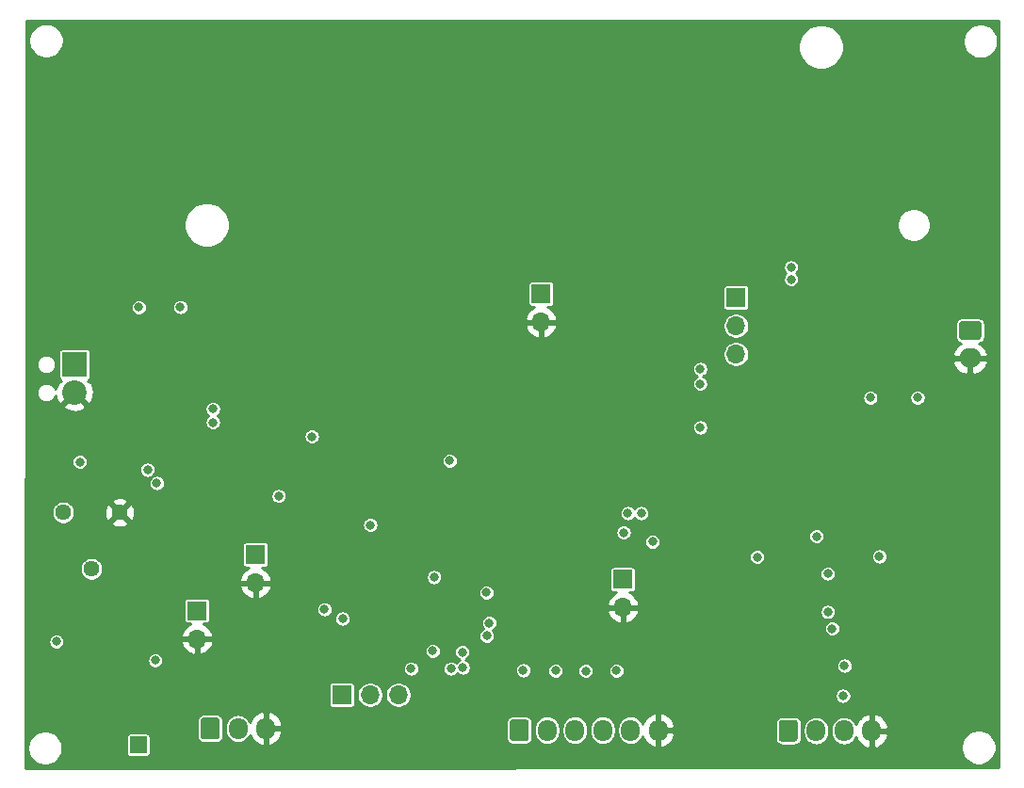
<source format=gbr>
%TF.GenerationSoftware,KiCad,Pcbnew,5.1.12-84ad8e8a86~92~ubuntu20.04.1*%
%TF.CreationDate,2022-07-31T12:46:28-07:00*%
%TF.ProjectId,MPPTSolarPwrModule,4d505054-536f-46c6-9172-5077724d6f64,rev?*%
%TF.SameCoordinates,Original*%
%TF.FileFunction,Copper,L2,Inr*%
%TF.FilePolarity,Positive*%
%FSLAX46Y46*%
G04 Gerber Fmt 4.6, Leading zero omitted, Abs format (unit mm)*
G04 Created by KiCad (PCBNEW 5.1.12-84ad8e8a86~92~ubuntu20.04.1) date 2022-07-31 12:46:28*
%MOMM*%
%LPD*%
G01*
G04 APERTURE LIST*
%TA.AperFunction,ComponentPad*%
%ADD10R,1.700000X1.700000*%
%TD*%
%TA.AperFunction,ComponentPad*%
%ADD11O,1.700000X1.700000*%
%TD*%
%TA.AperFunction,ComponentPad*%
%ADD12O,2.000000X1.700000*%
%TD*%
%TA.AperFunction,ComponentPad*%
%ADD13R,2.200000X2.200000*%
%TD*%
%TA.AperFunction,ComponentPad*%
%ADD14C,2.200000*%
%TD*%
%TA.AperFunction,ComponentPad*%
%ADD15C,1.440000*%
%TD*%
%TA.AperFunction,ComponentPad*%
%ADD16R,1.500000X1.500000*%
%TD*%
%TA.AperFunction,ComponentPad*%
%ADD17O,1.700000X1.950000*%
%TD*%
%TA.AperFunction,ViaPad*%
%ADD18C,0.800000*%
%TD*%
%TA.AperFunction,Conductor*%
%ADD19C,0.254000*%
%TD*%
%TA.AperFunction,Conductor*%
%ADD20C,0.100000*%
%TD*%
G04 APERTURE END LIST*
D10*
%TO.N,/NTC*%
%TO.C,J2*%
X113490000Y-86870000D03*
D11*
%TO.N,GND*%
X113490000Y-89410000D03*
%TD*%
D10*
%TO.N,Net-(C2-Pad1)*%
%TO.C,J4*%
X108240000Y-91910000D03*
D11*
%TO.N,GND*%
X108240000Y-94450000D03*
%TD*%
%TO.N,GND*%
%TO.C,J5*%
X146519100Y-91637400D03*
D10*
%TO.N,Net-(J5-Pad1)*%
X146519100Y-89097400D03*
%TD*%
%TO.N,/VSP+*%
%TO.C,J9*%
X156690000Y-63760000D03*
D11*
%TO.N,Net-(D7-Pad2)*%
X156690000Y-66300000D03*
%TO.N,/V_SPBC+*%
X156690000Y-68840000D03*
%TD*%
D12*
%TO.N,GND*%
%TO.C,J10*%
X177740000Y-69210000D03*
%TO.N,/VOUT-*%
%TA.AperFunction,ComponentPad*%
G36*
G01*
X176990000Y-65860000D02*
X178490000Y-65860000D01*
G75*
G02*
X178740000Y-66110000I0J-250000D01*
G01*
X178740000Y-67310000D01*
G75*
G02*
X178490000Y-67560000I-250000J0D01*
G01*
X176990000Y-67560000D01*
G75*
G02*
X176740000Y-67310000I0J250000D01*
G01*
X176740000Y-66110000D01*
G75*
G02*
X176990000Y-65860000I250000J0D01*
G01*
G37*
%TD.AperFunction*%
%TD*%
D13*
%TO.N,/VSP+*%
%TO.C,J1*%
X97240000Y-69760000D03*
D14*
%TO.N,GND*%
X97240000Y-72300000D03*
%TD*%
D15*
%TO.N,GND*%
%TO.C,RV1*%
X101295000Y-83085000D03*
%TO.N,/VIN_SET*%
X98755000Y-88165000D03*
%TO.N,/VSP-*%
X96215000Y-83085000D03*
%TD*%
D10*
%TO.N,/VBAT+*%
%TO.C,J6*%
X121258800Y-99486000D03*
D11*
%TO.N,/VPU_D*%
X123798800Y-99486000D03*
%TO.N,/VPU*%
X126338800Y-99486000D03*
%TD*%
D16*
%TO.N,/VIN_SET*%
%TO.C,TP1*%
X102970800Y-103981800D03*
%TD*%
D10*
%TO.N,Net-(J11-Pad1)*%
%TO.C,J11*%
X139165800Y-63418000D03*
D11*
%TO.N,GND*%
X139165800Y-65958000D03*
%TD*%
%TO.N,/VS*%
%TO.C,J7*%
%TA.AperFunction,ComponentPad*%
G36*
G01*
X160540800Y-103436800D02*
X160540800Y-101986800D01*
G75*
G02*
X160790800Y-101736800I250000J0D01*
G01*
X161990800Y-101736800D01*
G75*
G02*
X162240800Y-101986800I0J-250000D01*
G01*
X162240800Y-103436800D01*
G75*
G02*
X161990800Y-103686800I-250000J0D01*
G01*
X160790800Y-103686800D01*
G75*
G02*
X160540800Y-103436800I0J250000D01*
G01*
G37*
%TD.AperFunction*%
D17*
%TO.N,/SCL*%
X163890800Y-102711800D03*
%TO.N,/SDA*%
X166390800Y-102711800D03*
%TO.N,GND*%
X168890800Y-102711800D03*
%TD*%
%TO.N,/VPU*%
%TO.C,J8*%
%TA.AperFunction,ComponentPad*%
G36*
G01*
X136360000Y-103386000D02*
X136360000Y-101936000D01*
G75*
G02*
X136610000Y-101686000I250000J0D01*
G01*
X137810000Y-101686000D01*
G75*
G02*
X138060000Y-101936000I0J-250000D01*
G01*
X138060000Y-103386000D01*
G75*
G02*
X137810000Y-103636000I-250000J0D01*
G01*
X136610000Y-103636000D01*
G75*
G02*
X136360000Y-103386000I0J250000D01*
G01*
G37*
%TD.AperFunction*%
%TO.N,/WARN*%
X139710000Y-102661000D03*
%TO.N,/CRIT*%
X142210000Y-102661000D03*
%TO.N,/PV*%
X144710000Y-102661000D03*
%TO.N,/TC*%
X147210000Y-102661000D03*
%TO.N,GND*%
X149710000Y-102661000D03*
%TD*%
%TO.N,/CHRG*%
%TO.C,J3*%
%TA.AperFunction,ComponentPad*%
G36*
G01*
X108572400Y-103233600D02*
X108572400Y-101783600D01*
G75*
G02*
X108822400Y-101533600I250000J0D01*
G01*
X110022400Y-101533600D01*
G75*
G02*
X110272400Y-101783600I0J-250000D01*
G01*
X110272400Y-103233600D01*
G75*
G02*
X110022400Y-103483600I-250000J0D01*
G01*
X108822400Y-103483600D01*
G75*
G02*
X108572400Y-103233600I0J250000D01*
G01*
G37*
%TD.AperFunction*%
%TO.N,/FAULT*%
X111922400Y-102508600D03*
%TO.N,GND*%
X114422400Y-102508600D03*
%TD*%
D18*
%TO.N,GND*%
X97662200Y-47136600D03*
X97586000Y-50997400D03*
X99872000Y-51022800D03*
X99795800Y-47136600D03*
X103580400Y-74390800D03*
X106234700Y-84258700D03*
X110400300Y-68574200D03*
X110463800Y-79521600D03*
X141426400Y-69387000D03*
X130539600Y-92217200D03*
X133463500Y-86976500D03*
X128751800Y-87116200D03*
X155701200Y-86633600D03*
X169620400Y-90164200D03*
X173024000Y-90164200D03*
X152564300Y-62148000D03*
X151395900Y-62148000D03*
X154065440Y-96793600D03*
X160349400Y-90325490D03*
X160395120Y-83844680D03*
X160425600Y-96806300D03*
X159324932Y-96798680D03*
X158224266Y-96808840D03*
X157123600Y-96808840D03*
X161340000Y-78124600D03*
X158459640Y-78119520D03*
X158459640Y-76854600D03*
X148147240Y-71546000D03*
X148147240Y-70194720D03*
X123976600Y-92983600D03*
X112673600Y-93466200D03*
X121335006Y-90483670D03*
%TO.N,/CHRG*%
X104621800Y-80436000D03*
X104494800Y-96387200D03*
%TO.N,/NTC*%
X115594600Y-81604400D03*
%TO.N,Net-(R6-Pad2)*%
X103809000Y-79242200D03*
X97713000Y-78543700D03*
%TO.N,/VBAT+*%
X123819120Y-84205360D03*
%TO.N,/VSP-*%
X148163700Y-83147500D03*
X146969900Y-83147500D03*
X109676400Y-73755800D03*
X109676400Y-74975000D03*
%TO.N,Net-(C3-Pad2)*%
X146587680Y-84881000D03*
X168766960Y-72765200D03*
%TO.N,Net-(C3-Pad1)*%
X149178480Y-85714120D03*
X173003680Y-72749960D03*
%TO.N,Net-(C5-Pad2)*%
X103021600Y-64637200D03*
X121335000Y-92628000D03*
%TO.N,Net-(C5-Pad1)*%
X106755400Y-64611800D03*
X119709400Y-91789800D03*
%TO.N,Net-(C8-Pad2)*%
X130961600Y-78429400D03*
X118566400Y-76245000D03*
%TO.N,Net-(C11-Pad2)*%
X164931560Y-88574160D03*
X164946800Y-92023480D03*
%TO.N,Net-(C17-Pad1)*%
X158584100Y-87078100D03*
X163915560Y-85236600D03*
%TO.N,Net-(C20-Pad1)*%
X161644800Y-61030400D03*
X161644800Y-62122600D03*
X153466000Y-75432200D03*
X153466000Y-71520600D03*
X153466000Y-70174400D03*
%TO.N,/VSP+*%
X95604800Y-94685400D03*
%TO.N,/SCL*%
X166313320Y-99567280D03*
X131063200Y-97123800D03*
%TO.N,/SDA*%
X166435240Y-96859640D03*
X132130000Y-97022200D03*
%TO.N,/PV*%
X134517600Y-93009000D03*
X143179000Y-97327000D03*
%TO.N,/CRIT*%
X134289000Y-94177400D03*
X140461200Y-97301600D03*
%TO.N,/WARN*%
X132079200Y-95650600D03*
X137565600Y-97276200D03*
%TO.N,/TC*%
X134258520Y-90275960D03*
X145947600Y-97301600D03*
%TO.N,Net-(JP1-Pad1)*%
X129437600Y-95523600D03*
X127481800Y-97123800D03*
%TO.N,Net-(R30-Pad2)*%
X165327800Y-93517000D03*
X169569600Y-87034920D03*
%TO.N,/VPU_D*%
X129564600Y-88894202D03*
%TD*%
D19*
%TO.N,GND*%
X180257906Y-106008779D02*
X92861648Y-106049301D01*
X92862379Y-104110959D01*
X93011800Y-104110959D01*
X93011800Y-104421601D01*
X93072404Y-104726274D01*
X93191281Y-105013269D01*
X93363864Y-105271559D01*
X93583521Y-105491216D01*
X93841811Y-105663799D01*
X94128806Y-105782676D01*
X94433479Y-105843280D01*
X94744121Y-105843280D01*
X95048794Y-105782676D01*
X95335789Y-105663799D01*
X95594079Y-105491216D01*
X95813736Y-105271559D01*
X95986319Y-105013269D01*
X96105196Y-104726274D01*
X96165800Y-104421601D01*
X96165800Y-104110959D01*
X96105196Y-103806286D01*
X95986319Y-103519291D01*
X95813736Y-103261001D01*
X95784535Y-103231800D01*
X101892218Y-103231800D01*
X101892218Y-104731800D01*
X101898532Y-104795903D01*
X101917230Y-104857543D01*
X101947594Y-104914350D01*
X101988457Y-104964143D01*
X102038250Y-105005006D01*
X102095057Y-105035370D01*
X102156697Y-105054068D01*
X102220800Y-105060382D01*
X103720800Y-105060382D01*
X103784903Y-105054068D01*
X103846543Y-105035370D01*
X103903350Y-105005006D01*
X103953143Y-104964143D01*
X103994006Y-104914350D01*
X104024370Y-104857543D01*
X104043068Y-104795903D01*
X104049382Y-104731800D01*
X104049382Y-103231800D01*
X104043068Y-103167697D01*
X104024370Y-103106057D01*
X103994006Y-103049250D01*
X103953143Y-102999457D01*
X103903350Y-102958594D01*
X103846543Y-102928230D01*
X103784903Y-102909532D01*
X103720800Y-102903218D01*
X102220800Y-102903218D01*
X102156697Y-102909532D01*
X102095057Y-102928230D01*
X102038250Y-102958594D01*
X101988457Y-102999457D01*
X101947594Y-103049250D01*
X101917230Y-103106057D01*
X101898532Y-103167697D01*
X101892218Y-103231800D01*
X95784535Y-103231800D01*
X95594079Y-103041344D01*
X95335789Y-102868761D01*
X95048794Y-102749884D01*
X94744121Y-102689280D01*
X94433479Y-102689280D01*
X94128806Y-102749884D01*
X93841811Y-102868761D01*
X93583521Y-103041344D01*
X93363864Y-103261001D01*
X93191281Y-103519291D01*
X93072404Y-103806286D01*
X93011800Y-104110959D01*
X92862379Y-104110959D01*
X92863257Y-101783600D01*
X108243818Y-101783600D01*
X108243818Y-103233600D01*
X108254935Y-103346476D01*
X108287860Y-103455014D01*
X108341327Y-103555043D01*
X108413281Y-103642719D01*
X108500957Y-103714673D01*
X108600986Y-103768140D01*
X108709524Y-103801065D01*
X108822400Y-103812182D01*
X110022400Y-103812182D01*
X110135276Y-103801065D01*
X110243814Y-103768140D01*
X110343843Y-103714673D01*
X110431519Y-103642719D01*
X110503473Y-103555043D01*
X110556940Y-103455014D01*
X110589865Y-103346476D01*
X110600982Y-103233600D01*
X110600982Y-102325789D01*
X110745400Y-102325789D01*
X110745400Y-102691412D01*
X110762431Y-102864332D01*
X110829733Y-103086197D01*
X110939026Y-103290670D01*
X111086110Y-103469891D01*
X111265331Y-103616974D01*
X111469804Y-103726267D01*
X111691669Y-103793569D01*
X111922400Y-103816294D01*
X112153132Y-103793569D01*
X112374997Y-103726267D01*
X112579470Y-103616974D01*
X112758691Y-103469891D01*
X112905774Y-103290669D01*
X113013926Y-103088330D01*
X113029958Y-103149430D01*
X113157347Y-103411170D01*
X113333351Y-103643029D01*
X113551207Y-103836096D01*
X113802542Y-103982952D01*
X114065510Y-104075076D01*
X114295400Y-103953755D01*
X114295400Y-102635600D01*
X114549400Y-102635600D01*
X114549400Y-103953755D01*
X114779290Y-104075076D01*
X115042258Y-103982952D01*
X115293593Y-103836096D01*
X115511449Y-103643029D01*
X115687453Y-103411170D01*
X115814842Y-103149430D01*
X115888720Y-102867867D01*
X115748565Y-102635600D01*
X114549400Y-102635600D01*
X114295400Y-102635600D01*
X114275400Y-102635600D01*
X114275400Y-102381600D01*
X114295400Y-102381600D01*
X114295400Y-101063445D01*
X114549400Y-101063445D01*
X114549400Y-102381600D01*
X115748565Y-102381600D01*
X115888720Y-102149333D01*
X115832745Y-101936000D01*
X136031418Y-101936000D01*
X136031418Y-103386000D01*
X136042535Y-103498876D01*
X136075460Y-103607414D01*
X136128927Y-103707443D01*
X136200881Y-103795119D01*
X136288557Y-103867073D01*
X136388586Y-103920540D01*
X136497124Y-103953465D01*
X136610000Y-103964582D01*
X137810000Y-103964582D01*
X137922876Y-103953465D01*
X138031414Y-103920540D01*
X138131443Y-103867073D01*
X138219119Y-103795119D01*
X138291073Y-103707443D01*
X138344540Y-103607414D01*
X138377465Y-103498876D01*
X138388582Y-103386000D01*
X138388582Y-102478189D01*
X138533000Y-102478189D01*
X138533000Y-102843812D01*
X138550031Y-103016732D01*
X138617333Y-103238597D01*
X138726626Y-103443070D01*
X138873710Y-103622291D01*
X139052931Y-103769374D01*
X139257404Y-103878667D01*
X139479269Y-103945969D01*
X139710000Y-103968694D01*
X139940732Y-103945969D01*
X140162597Y-103878667D01*
X140367070Y-103769374D01*
X140546291Y-103622291D01*
X140693374Y-103443069D01*
X140802667Y-103238596D01*
X140869969Y-103016731D01*
X140887000Y-102843811D01*
X140887000Y-102478189D01*
X141033000Y-102478189D01*
X141033000Y-102843812D01*
X141050031Y-103016732D01*
X141117333Y-103238597D01*
X141226626Y-103443070D01*
X141373710Y-103622291D01*
X141552931Y-103769374D01*
X141757404Y-103878667D01*
X141979269Y-103945969D01*
X142210000Y-103968694D01*
X142440732Y-103945969D01*
X142662597Y-103878667D01*
X142867070Y-103769374D01*
X143046291Y-103622291D01*
X143193374Y-103443069D01*
X143302667Y-103238596D01*
X143369969Y-103016731D01*
X143387000Y-102843811D01*
X143387000Y-102478189D01*
X143533000Y-102478189D01*
X143533000Y-102843812D01*
X143550031Y-103016732D01*
X143617333Y-103238597D01*
X143726626Y-103443070D01*
X143873710Y-103622291D01*
X144052931Y-103769374D01*
X144257404Y-103878667D01*
X144479269Y-103945969D01*
X144710000Y-103968694D01*
X144940732Y-103945969D01*
X145162597Y-103878667D01*
X145367070Y-103769374D01*
X145546291Y-103622291D01*
X145693374Y-103443069D01*
X145802667Y-103238596D01*
X145869969Y-103016731D01*
X145887000Y-102843811D01*
X145887000Y-102478189D01*
X146033000Y-102478189D01*
X146033000Y-102843812D01*
X146050031Y-103016732D01*
X146117333Y-103238597D01*
X146226626Y-103443070D01*
X146373710Y-103622291D01*
X146552931Y-103769374D01*
X146757404Y-103878667D01*
X146979269Y-103945969D01*
X147210000Y-103968694D01*
X147440732Y-103945969D01*
X147662597Y-103878667D01*
X147867070Y-103769374D01*
X148046291Y-103622291D01*
X148193374Y-103443069D01*
X148301526Y-103240730D01*
X148317558Y-103301830D01*
X148444947Y-103563570D01*
X148620951Y-103795429D01*
X148838807Y-103988496D01*
X149090142Y-104135352D01*
X149353110Y-104227476D01*
X149583000Y-104106155D01*
X149583000Y-102788000D01*
X149837000Y-102788000D01*
X149837000Y-104106155D01*
X150066890Y-104227476D01*
X150329858Y-104135352D01*
X150581193Y-103988496D01*
X150799049Y-103795429D01*
X150975053Y-103563570D01*
X151102442Y-103301830D01*
X151176320Y-103020267D01*
X151036165Y-102788000D01*
X149837000Y-102788000D01*
X149583000Y-102788000D01*
X149563000Y-102788000D01*
X149563000Y-102534000D01*
X149583000Y-102534000D01*
X149583000Y-101215845D01*
X149837000Y-101215845D01*
X149837000Y-102534000D01*
X151036165Y-102534000D01*
X151176320Y-102301733D01*
X151102442Y-102020170D01*
X151086201Y-101986800D01*
X160212218Y-101986800D01*
X160212218Y-103436800D01*
X160223335Y-103549676D01*
X160256260Y-103658214D01*
X160309727Y-103758243D01*
X160381681Y-103845919D01*
X160469357Y-103917873D01*
X160569386Y-103971340D01*
X160677924Y-104004265D01*
X160790800Y-104015382D01*
X161990800Y-104015382D01*
X162103676Y-104004265D01*
X162212214Y-103971340D01*
X162312243Y-103917873D01*
X162399919Y-103845919D01*
X162471873Y-103758243D01*
X162525340Y-103658214D01*
X162558265Y-103549676D01*
X162569382Y-103436800D01*
X162569382Y-102528989D01*
X162713800Y-102528989D01*
X162713800Y-102894612D01*
X162730831Y-103067532D01*
X162798133Y-103289397D01*
X162907426Y-103493870D01*
X163054510Y-103673091D01*
X163233731Y-103820174D01*
X163438204Y-103929467D01*
X163660069Y-103996769D01*
X163890800Y-104019494D01*
X164121532Y-103996769D01*
X164343397Y-103929467D01*
X164547870Y-103820174D01*
X164727091Y-103673091D01*
X164874174Y-103493869D01*
X164983467Y-103289396D01*
X165050769Y-103067531D01*
X165067800Y-102894611D01*
X165067800Y-102528989D01*
X165213800Y-102528989D01*
X165213800Y-102894612D01*
X165230831Y-103067532D01*
X165298133Y-103289397D01*
X165407426Y-103493870D01*
X165554510Y-103673091D01*
X165733731Y-103820174D01*
X165938204Y-103929467D01*
X166160069Y-103996769D01*
X166390800Y-104019494D01*
X166621532Y-103996769D01*
X166843397Y-103929467D01*
X167047870Y-103820174D01*
X167227091Y-103673091D01*
X167374174Y-103493869D01*
X167482326Y-103291530D01*
X167498358Y-103352630D01*
X167625747Y-103614370D01*
X167801751Y-103846229D01*
X168019607Y-104039296D01*
X168270942Y-104186152D01*
X168533910Y-104278276D01*
X168763800Y-104156955D01*
X168763800Y-102838800D01*
X169017800Y-102838800D01*
X169017800Y-104156955D01*
X169247690Y-104278276D01*
X169510658Y-104186152D01*
X169726287Y-104060159D01*
X176928320Y-104060159D01*
X176928320Y-104370801D01*
X176988924Y-104675474D01*
X177107801Y-104962469D01*
X177280384Y-105220759D01*
X177500041Y-105440416D01*
X177758331Y-105612999D01*
X178045326Y-105731876D01*
X178349999Y-105792480D01*
X178660641Y-105792480D01*
X178965314Y-105731876D01*
X179252309Y-105612999D01*
X179510599Y-105440416D01*
X179730256Y-105220759D01*
X179902839Y-104962469D01*
X180021716Y-104675474D01*
X180082320Y-104370801D01*
X180082320Y-104060159D01*
X180021716Y-103755486D01*
X179902839Y-103468491D01*
X179730256Y-103210201D01*
X179510599Y-102990544D01*
X179252309Y-102817961D01*
X178965314Y-102699084D01*
X178660641Y-102638480D01*
X178349999Y-102638480D01*
X178045326Y-102699084D01*
X177758331Y-102817961D01*
X177500041Y-102990544D01*
X177280384Y-103210201D01*
X177107801Y-103468491D01*
X176988924Y-103755486D01*
X176928320Y-104060159D01*
X169726287Y-104060159D01*
X169761993Y-104039296D01*
X169979849Y-103846229D01*
X170155853Y-103614370D01*
X170283242Y-103352630D01*
X170357120Y-103071067D01*
X170216965Y-102838800D01*
X169017800Y-102838800D01*
X168763800Y-102838800D01*
X168743800Y-102838800D01*
X168743800Y-102584800D01*
X168763800Y-102584800D01*
X168763800Y-101266645D01*
X169017800Y-101266645D01*
X169017800Y-102584800D01*
X170216965Y-102584800D01*
X170357120Y-102352533D01*
X170283242Y-102070970D01*
X170155853Y-101809230D01*
X169979849Y-101577371D01*
X169761993Y-101384304D01*
X169510658Y-101237448D01*
X169247690Y-101145324D01*
X169017800Y-101266645D01*
X168763800Y-101266645D01*
X168533910Y-101145324D01*
X168270942Y-101237448D01*
X168019607Y-101384304D01*
X167801751Y-101577371D01*
X167625747Y-101809230D01*
X167498358Y-102070970D01*
X167482326Y-102132069D01*
X167374174Y-101929730D01*
X167227091Y-101750509D01*
X167047869Y-101603426D01*
X166843396Y-101494133D01*
X166621531Y-101426831D01*
X166390800Y-101404106D01*
X166160068Y-101426831D01*
X165938203Y-101494133D01*
X165733730Y-101603426D01*
X165554509Y-101750509D01*
X165407426Y-101929731D01*
X165298133Y-102134204D01*
X165230831Y-102356069D01*
X165213800Y-102528989D01*
X165067800Y-102528989D01*
X165067800Y-102528988D01*
X165050769Y-102356068D01*
X164983467Y-102134203D01*
X164874174Y-101929730D01*
X164727091Y-101750509D01*
X164547869Y-101603426D01*
X164343396Y-101494133D01*
X164121531Y-101426831D01*
X163890800Y-101404106D01*
X163660068Y-101426831D01*
X163438203Y-101494133D01*
X163233730Y-101603426D01*
X163054509Y-101750509D01*
X162907426Y-101929731D01*
X162798133Y-102134204D01*
X162730831Y-102356069D01*
X162713800Y-102528989D01*
X162569382Y-102528989D01*
X162569382Y-101986800D01*
X162558265Y-101873924D01*
X162525340Y-101765386D01*
X162471873Y-101665357D01*
X162399919Y-101577681D01*
X162312243Y-101505727D01*
X162212214Y-101452260D01*
X162103676Y-101419335D01*
X161990800Y-101408218D01*
X160790800Y-101408218D01*
X160677924Y-101419335D01*
X160569386Y-101452260D01*
X160469357Y-101505727D01*
X160381681Y-101577681D01*
X160309727Y-101665357D01*
X160256260Y-101765386D01*
X160223335Y-101873924D01*
X160212218Y-101986800D01*
X151086201Y-101986800D01*
X150975053Y-101758430D01*
X150799049Y-101526571D01*
X150581193Y-101333504D01*
X150329858Y-101186648D01*
X150066890Y-101094524D01*
X149837000Y-101215845D01*
X149583000Y-101215845D01*
X149353110Y-101094524D01*
X149090142Y-101186648D01*
X148838807Y-101333504D01*
X148620951Y-101526571D01*
X148444947Y-101758430D01*
X148317558Y-102020170D01*
X148301526Y-102081269D01*
X148193374Y-101878930D01*
X148046291Y-101699709D01*
X147867069Y-101552626D01*
X147662596Y-101443333D01*
X147440731Y-101376031D01*
X147210000Y-101353306D01*
X146979268Y-101376031D01*
X146757403Y-101443333D01*
X146552930Y-101552626D01*
X146373709Y-101699709D01*
X146226626Y-101878931D01*
X146117333Y-102083404D01*
X146050031Y-102305269D01*
X146033000Y-102478189D01*
X145887000Y-102478189D01*
X145887000Y-102478188D01*
X145869969Y-102305268D01*
X145802667Y-102083403D01*
X145693374Y-101878930D01*
X145546291Y-101699709D01*
X145367069Y-101552626D01*
X145162596Y-101443333D01*
X144940731Y-101376031D01*
X144710000Y-101353306D01*
X144479268Y-101376031D01*
X144257403Y-101443333D01*
X144052930Y-101552626D01*
X143873709Y-101699709D01*
X143726626Y-101878931D01*
X143617333Y-102083404D01*
X143550031Y-102305269D01*
X143533000Y-102478189D01*
X143387000Y-102478189D01*
X143387000Y-102478188D01*
X143369969Y-102305268D01*
X143302667Y-102083403D01*
X143193374Y-101878930D01*
X143046291Y-101699709D01*
X142867069Y-101552626D01*
X142662596Y-101443333D01*
X142440731Y-101376031D01*
X142210000Y-101353306D01*
X141979268Y-101376031D01*
X141757403Y-101443333D01*
X141552930Y-101552626D01*
X141373709Y-101699709D01*
X141226626Y-101878931D01*
X141117333Y-102083404D01*
X141050031Y-102305269D01*
X141033000Y-102478189D01*
X140887000Y-102478189D01*
X140887000Y-102478188D01*
X140869969Y-102305268D01*
X140802667Y-102083403D01*
X140693374Y-101878930D01*
X140546291Y-101699709D01*
X140367069Y-101552626D01*
X140162596Y-101443333D01*
X139940731Y-101376031D01*
X139710000Y-101353306D01*
X139479268Y-101376031D01*
X139257403Y-101443333D01*
X139052930Y-101552626D01*
X138873709Y-101699709D01*
X138726626Y-101878931D01*
X138617333Y-102083404D01*
X138550031Y-102305269D01*
X138533000Y-102478189D01*
X138388582Y-102478189D01*
X138388582Y-101936000D01*
X138377465Y-101823124D01*
X138344540Y-101714586D01*
X138291073Y-101614557D01*
X138219119Y-101526881D01*
X138131443Y-101454927D01*
X138031414Y-101401460D01*
X137922876Y-101368535D01*
X137810000Y-101357418D01*
X136610000Y-101357418D01*
X136497124Y-101368535D01*
X136388586Y-101401460D01*
X136288557Y-101454927D01*
X136200881Y-101526881D01*
X136128927Y-101614557D01*
X136075460Y-101714586D01*
X136042535Y-101823124D01*
X136031418Y-101936000D01*
X115832745Y-101936000D01*
X115814842Y-101867770D01*
X115687453Y-101606030D01*
X115511449Y-101374171D01*
X115293593Y-101181104D01*
X115042258Y-101034248D01*
X114779290Y-100942124D01*
X114549400Y-101063445D01*
X114295400Y-101063445D01*
X114065510Y-100942124D01*
X113802542Y-101034248D01*
X113551207Y-101181104D01*
X113333351Y-101374171D01*
X113157347Y-101606030D01*
X113029958Y-101867770D01*
X113013926Y-101928869D01*
X112905774Y-101726530D01*
X112758691Y-101547309D01*
X112579469Y-101400226D01*
X112374996Y-101290933D01*
X112153131Y-101223631D01*
X111922400Y-101200906D01*
X111691668Y-101223631D01*
X111469803Y-101290933D01*
X111265330Y-101400226D01*
X111086109Y-101547309D01*
X110939026Y-101726531D01*
X110829733Y-101931004D01*
X110762431Y-102152869D01*
X110745400Y-102325789D01*
X110600982Y-102325789D01*
X110600982Y-101783600D01*
X110589865Y-101670724D01*
X110556940Y-101562186D01*
X110503473Y-101462157D01*
X110431519Y-101374481D01*
X110343843Y-101302527D01*
X110243814Y-101249060D01*
X110135276Y-101216135D01*
X110022400Y-101205018D01*
X108822400Y-101205018D01*
X108709524Y-101216135D01*
X108600986Y-101249060D01*
X108500957Y-101302527D01*
X108413281Y-101374481D01*
X108341327Y-101462157D01*
X108287860Y-101562186D01*
X108254935Y-101670724D01*
X108243818Y-101783600D01*
X92863257Y-101783600D01*
X92864445Y-98636000D01*
X120080218Y-98636000D01*
X120080218Y-100336000D01*
X120086532Y-100400103D01*
X120105230Y-100461743D01*
X120135594Y-100518550D01*
X120176457Y-100568343D01*
X120226250Y-100609206D01*
X120283057Y-100639570D01*
X120344697Y-100658268D01*
X120408800Y-100664582D01*
X122108800Y-100664582D01*
X122172903Y-100658268D01*
X122234543Y-100639570D01*
X122291350Y-100609206D01*
X122341143Y-100568343D01*
X122382006Y-100518550D01*
X122412370Y-100461743D01*
X122431068Y-100400103D01*
X122437382Y-100336000D01*
X122437382Y-99370076D01*
X122621800Y-99370076D01*
X122621800Y-99601924D01*
X122667031Y-99829318D01*
X122755756Y-100043519D01*
X122884564Y-100236294D01*
X123048506Y-100400236D01*
X123241281Y-100529044D01*
X123455482Y-100617769D01*
X123682876Y-100663000D01*
X123914724Y-100663000D01*
X124142118Y-100617769D01*
X124356319Y-100529044D01*
X124549094Y-100400236D01*
X124713036Y-100236294D01*
X124841844Y-100043519D01*
X124930569Y-99829318D01*
X124975800Y-99601924D01*
X124975800Y-99370076D01*
X125161800Y-99370076D01*
X125161800Y-99601924D01*
X125207031Y-99829318D01*
X125295756Y-100043519D01*
X125424564Y-100236294D01*
X125588506Y-100400236D01*
X125781281Y-100529044D01*
X125995482Y-100617769D01*
X126222876Y-100663000D01*
X126454724Y-100663000D01*
X126682118Y-100617769D01*
X126896319Y-100529044D01*
X127089094Y-100400236D01*
X127253036Y-100236294D01*
X127381844Y-100043519D01*
X127470569Y-99829318D01*
X127515800Y-99601924D01*
X127515800Y-99495677D01*
X165586320Y-99495677D01*
X165586320Y-99638883D01*
X165614258Y-99779338D01*
X165669061Y-99911644D01*
X165748622Y-100030716D01*
X165849884Y-100131978D01*
X165968956Y-100211539D01*
X166101262Y-100266342D01*
X166241717Y-100294280D01*
X166384923Y-100294280D01*
X166525378Y-100266342D01*
X166657684Y-100211539D01*
X166776756Y-100131978D01*
X166878018Y-100030716D01*
X166957579Y-99911644D01*
X167012382Y-99779338D01*
X167040320Y-99638883D01*
X167040320Y-99495677D01*
X167012382Y-99355222D01*
X166957579Y-99222916D01*
X166878018Y-99103844D01*
X166776756Y-99002582D01*
X166657684Y-98923021D01*
X166525378Y-98868218D01*
X166384923Y-98840280D01*
X166241717Y-98840280D01*
X166101262Y-98868218D01*
X165968956Y-98923021D01*
X165849884Y-99002582D01*
X165748622Y-99103844D01*
X165669061Y-99222916D01*
X165614258Y-99355222D01*
X165586320Y-99495677D01*
X127515800Y-99495677D01*
X127515800Y-99370076D01*
X127470569Y-99142682D01*
X127381844Y-98928481D01*
X127253036Y-98735706D01*
X127089094Y-98571764D01*
X126896319Y-98442956D01*
X126682118Y-98354231D01*
X126454724Y-98309000D01*
X126222876Y-98309000D01*
X125995482Y-98354231D01*
X125781281Y-98442956D01*
X125588506Y-98571764D01*
X125424564Y-98735706D01*
X125295756Y-98928481D01*
X125207031Y-99142682D01*
X125161800Y-99370076D01*
X124975800Y-99370076D01*
X124930569Y-99142682D01*
X124841844Y-98928481D01*
X124713036Y-98735706D01*
X124549094Y-98571764D01*
X124356319Y-98442956D01*
X124142118Y-98354231D01*
X123914724Y-98309000D01*
X123682876Y-98309000D01*
X123455482Y-98354231D01*
X123241281Y-98442956D01*
X123048506Y-98571764D01*
X122884564Y-98735706D01*
X122755756Y-98928481D01*
X122667031Y-99142682D01*
X122621800Y-99370076D01*
X122437382Y-99370076D01*
X122437382Y-98636000D01*
X122431068Y-98571897D01*
X122412370Y-98510257D01*
X122382006Y-98453450D01*
X122341143Y-98403657D01*
X122291350Y-98362794D01*
X122234543Y-98332430D01*
X122172903Y-98313732D01*
X122108800Y-98307418D01*
X120408800Y-98307418D01*
X120344697Y-98313732D01*
X120283057Y-98332430D01*
X120226250Y-98362794D01*
X120176457Y-98403657D01*
X120135594Y-98453450D01*
X120105230Y-98510257D01*
X120086532Y-98571897D01*
X120080218Y-98636000D01*
X92864445Y-98636000D01*
X92865321Y-96315597D01*
X103767800Y-96315597D01*
X103767800Y-96458803D01*
X103795738Y-96599258D01*
X103850541Y-96731564D01*
X103930102Y-96850636D01*
X104031364Y-96951898D01*
X104150436Y-97031459D01*
X104282742Y-97086262D01*
X104423197Y-97114200D01*
X104566403Y-97114200D01*
X104706858Y-97086262D01*
X104789098Y-97052197D01*
X126754800Y-97052197D01*
X126754800Y-97195403D01*
X126782738Y-97335858D01*
X126837541Y-97468164D01*
X126917102Y-97587236D01*
X127018364Y-97688498D01*
X127137436Y-97768059D01*
X127269742Y-97822862D01*
X127410197Y-97850800D01*
X127553403Y-97850800D01*
X127693858Y-97822862D01*
X127826164Y-97768059D01*
X127945236Y-97688498D01*
X128046498Y-97587236D01*
X128126059Y-97468164D01*
X128180862Y-97335858D01*
X128208800Y-97195403D01*
X128208800Y-97052197D01*
X130336200Y-97052197D01*
X130336200Y-97195403D01*
X130364138Y-97335858D01*
X130418941Y-97468164D01*
X130498502Y-97587236D01*
X130599764Y-97688498D01*
X130718836Y-97768059D01*
X130851142Y-97822862D01*
X130991597Y-97850800D01*
X131134803Y-97850800D01*
X131275258Y-97822862D01*
X131407564Y-97768059D01*
X131526636Y-97688498D01*
X131627898Y-97587236D01*
X131643521Y-97563855D01*
X131666564Y-97586898D01*
X131785636Y-97666459D01*
X131917942Y-97721262D01*
X132058397Y-97749200D01*
X132201603Y-97749200D01*
X132342058Y-97721262D01*
X132474364Y-97666459D01*
X132593436Y-97586898D01*
X132694698Y-97485636D01*
X132774259Y-97366564D01*
X132829062Y-97234258D01*
X132834961Y-97204597D01*
X136838600Y-97204597D01*
X136838600Y-97347803D01*
X136866538Y-97488258D01*
X136921341Y-97620564D01*
X137000902Y-97739636D01*
X137102164Y-97840898D01*
X137221236Y-97920459D01*
X137353542Y-97975262D01*
X137493997Y-98003200D01*
X137637203Y-98003200D01*
X137777658Y-97975262D01*
X137909964Y-97920459D01*
X138029036Y-97840898D01*
X138130298Y-97739636D01*
X138209859Y-97620564D01*
X138264662Y-97488258D01*
X138292600Y-97347803D01*
X138292600Y-97229997D01*
X139734200Y-97229997D01*
X139734200Y-97373203D01*
X139762138Y-97513658D01*
X139816941Y-97645964D01*
X139896502Y-97765036D01*
X139997764Y-97866298D01*
X140116836Y-97945859D01*
X140249142Y-98000662D01*
X140389597Y-98028600D01*
X140532803Y-98028600D01*
X140673258Y-98000662D01*
X140805564Y-97945859D01*
X140924636Y-97866298D01*
X141025898Y-97765036D01*
X141105459Y-97645964D01*
X141160262Y-97513658D01*
X141188200Y-97373203D01*
X141188200Y-97255397D01*
X142452000Y-97255397D01*
X142452000Y-97398603D01*
X142479938Y-97539058D01*
X142534741Y-97671364D01*
X142614302Y-97790436D01*
X142715564Y-97891698D01*
X142834636Y-97971259D01*
X142966942Y-98026062D01*
X143107397Y-98054000D01*
X143250603Y-98054000D01*
X143391058Y-98026062D01*
X143523364Y-97971259D01*
X143642436Y-97891698D01*
X143743698Y-97790436D01*
X143823259Y-97671364D01*
X143878062Y-97539058D01*
X143906000Y-97398603D01*
X143906000Y-97255397D01*
X143900948Y-97229997D01*
X145220600Y-97229997D01*
X145220600Y-97373203D01*
X145248538Y-97513658D01*
X145303341Y-97645964D01*
X145382902Y-97765036D01*
X145484164Y-97866298D01*
X145603236Y-97945859D01*
X145735542Y-98000662D01*
X145875997Y-98028600D01*
X146019203Y-98028600D01*
X146159658Y-98000662D01*
X146291964Y-97945859D01*
X146411036Y-97866298D01*
X146512298Y-97765036D01*
X146591859Y-97645964D01*
X146646662Y-97513658D01*
X146674600Y-97373203D01*
X146674600Y-97229997D01*
X146646662Y-97089542D01*
X146591859Y-96957236D01*
X146512298Y-96838164D01*
X146462171Y-96788037D01*
X165708240Y-96788037D01*
X165708240Y-96931243D01*
X165736178Y-97071698D01*
X165790981Y-97204004D01*
X165870542Y-97323076D01*
X165971804Y-97424338D01*
X166090876Y-97503899D01*
X166223182Y-97558702D01*
X166363637Y-97586640D01*
X166506843Y-97586640D01*
X166647298Y-97558702D01*
X166779604Y-97503899D01*
X166898676Y-97424338D01*
X166999938Y-97323076D01*
X167079499Y-97204004D01*
X167134302Y-97071698D01*
X167162240Y-96931243D01*
X167162240Y-96788037D01*
X167134302Y-96647582D01*
X167079499Y-96515276D01*
X166999938Y-96396204D01*
X166898676Y-96294942D01*
X166779604Y-96215381D01*
X166647298Y-96160578D01*
X166506843Y-96132640D01*
X166363637Y-96132640D01*
X166223182Y-96160578D01*
X166090876Y-96215381D01*
X165971804Y-96294942D01*
X165870542Y-96396204D01*
X165790981Y-96515276D01*
X165736178Y-96647582D01*
X165708240Y-96788037D01*
X146462171Y-96788037D01*
X146411036Y-96736902D01*
X146291964Y-96657341D01*
X146159658Y-96602538D01*
X146019203Y-96574600D01*
X145875997Y-96574600D01*
X145735542Y-96602538D01*
X145603236Y-96657341D01*
X145484164Y-96736902D01*
X145382902Y-96838164D01*
X145303341Y-96957236D01*
X145248538Y-97089542D01*
X145220600Y-97229997D01*
X143900948Y-97229997D01*
X143878062Y-97114942D01*
X143823259Y-96982636D01*
X143743698Y-96863564D01*
X143642436Y-96762302D01*
X143523364Y-96682741D01*
X143391058Y-96627938D01*
X143250603Y-96600000D01*
X143107397Y-96600000D01*
X142966942Y-96627938D01*
X142834636Y-96682741D01*
X142715564Y-96762302D01*
X142614302Y-96863564D01*
X142534741Y-96982636D01*
X142479938Y-97114942D01*
X142452000Y-97255397D01*
X141188200Y-97255397D01*
X141188200Y-97229997D01*
X141160262Y-97089542D01*
X141105459Y-96957236D01*
X141025898Y-96838164D01*
X140924636Y-96736902D01*
X140805564Y-96657341D01*
X140673258Y-96602538D01*
X140532803Y-96574600D01*
X140389597Y-96574600D01*
X140249142Y-96602538D01*
X140116836Y-96657341D01*
X139997764Y-96736902D01*
X139896502Y-96838164D01*
X139816941Y-96957236D01*
X139762138Y-97089542D01*
X139734200Y-97229997D01*
X138292600Y-97229997D01*
X138292600Y-97204597D01*
X138264662Y-97064142D01*
X138209859Y-96931836D01*
X138130298Y-96812764D01*
X138029036Y-96711502D01*
X137909964Y-96631941D01*
X137777658Y-96577138D01*
X137637203Y-96549200D01*
X137493997Y-96549200D01*
X137353542Y-96577138D01*
X137221236Y-96631941D01*
X137102164Y-96711502D01*
X137000902Y-96812764D01*
X136921341Y-96931836D01*
X136866538Y-97064142D01*
X136838600Y-97204597D01*
X132834961Y-97204597D01*
X132857000Y-97093803D01*
X132857000Y-96950597D01*
X132829062Y-96810142D01*
X132774259Y-96677836D01*
X132694698Y-96558764D01*
X132593436Y-96457502D01*
X132474364Y-96377941D01*
X132348675Y-96325879D01*
X132423564Y-96294859D01*
X132542636Y-96215298D01*
X132643898Y-96114036D01*
X132723459Y-95994964D01*
X132778262Y-95862658D01*
X132806200Y-95722203D01*
X132806200Y-95578997D01*
X132778262Y-95438542D01*
X132723459Y-95306236D01*
X132643898Y-95187164D01*
X132542636Y-95085902D01*
X132423564Y-95006341D01*
X132291258Y-94951538D01*
X132150803Y-94923600D01*
X132007597Y-94923600D01*
X131867142Y-94951538D01*
X131734836Y-95006341D01*
X131615764Y-95085902D01*
X131514502Y-95187164D01*
X131434941Y-95306236D01*
X131380138Y-95438542D01*
X131352200Y-95578997D01*
X131352200Y-95722203D01*
X131380138Y-95862658D01*
X131434941Y-95994964D01*
X131514502Y-96114036D01*
X131615764Y-96215298D01*
X131734836Y-96294859D01*
X131860525Y-96346921D01*
X131785636Y-96377941D01*
X131666564Y-96457502D01*
X131565302Y-96558764D01*
X131549679Y-96582145D01*
X131526636Y-96559102D01*
X131407564Y-96479541D01*
X131275258Y-96424738D01*
X131134803Y-96396800D01*
X130991597Y-96396800D01*
X130851142Y-96424738D01*
X130718836Y-96479541D01*
X130599764Y-96559102D01*
X130498502Y-96660364D01*
X130418941Y-96779436D01*
X130364138Y-96911742D01*
X130336200Y-97052197D01*
X128208800Y-97052197D01*
X128180862Y-96911742D01*
X128126059Y-96779436D01*
X128046498Y-96660364D01*
X127945236Y-96559102D01*
X127826164Y-96479541D01*
X127693858Y-96424738D01*
X127553403Y-96396800D01*
X127410197Y-96396800D01*
X127269742Y-96424738D01*
X127137436Y-96479541D01*
X127018364Y-96559102D01*
X126917102Y-96660364D01*
X126837541Y-96779436D01*
X126782738Y-96911742D01*
X126754800Y-97052197D01*
X104789098Y-97052197D01*
X104839164Y-97031459D01*
X104958236Y-96951898D01*
X105059498Y-96850636D01*
X105139059Y-96731564D01*
X105193862Y-96599258D01*
X105221800Y-96458803D01*
X105221800Y-96315597D01*
X105193862Y-96175142D01*
X105139059Y-96042836D01*
X105059498Y-95923764D01*
X104958236Y-95822502D01*
X104839164Y-95742941D01*
X104706858Y-95688138D01*
X104566403Y-95660200D01*
X104423197Y-95660200D01*
X104282742Y-95688138D01*
X104150436Y-95742941D01*
X104031364Y-95822502D01*
X103930102Y-95923764D01*
X103850541Y-96042836D01*
X103795738Y-96175142D01*
X103767800Y-96315597D01*
X92865321Y-96315597D01*
X92865964Y-94613797D01*
X94877800Y-94613797D01*
X94877800Y-94757003D01*
X94905738Y-94897458D01*
X94960541Y-95029764D01*
X95040102Y-95148836D01*
X95141364Y-95250098D01*
X95260436Y-95329659D01*
X95392742Y-95384462D01*
X95533197Y-95412400D01*
X95676403Y-95412400D01*
X95816858Y-95384462D01*
X95949164Y-95329659D01*
X96068236Y-95250098D01*
X96169498Y-95148836D01*
X96249059Y-95029764D01*
X96303862Y-94897458D01*
X96321876Y-94806890D01*
X106798524Y-94806890D01*
X106843175Y-94954099D01*
X106968359Y-95216920D01*
X107142412Y-95450269D01*
X107358645Y-95645178D01*
X107608748Y-95794157D01*
X107883109Y-95891481D01*
X108113000Y-95770814D01*
X108113000Y-94577000D01*
X108367000Y-94577000D01*
X108367000Y-95770814D01*
X108596891Y-95891481D01*
X108871252Y-95794157D01*
X109121355Y-95645178D01*
X109335670Y-95451997D01*
X128710600Y-95451997D01*
X128710600Y-95595203D01*
X128738538Y-95735658D01*
X128793341Y-95867964D01*
X128872902Y-95987036D01*
X128974164Y-96088298D01*
X129093236Y-96167859D01*
X129225542Y-96222662D01*
X129365997Y-96250600D01*
X129509203Y-96250600D01*
X129649658Y-96222662D01*
X129781964Y-96167859D01*
X129901036Y-96088298D01*
X130002298Y-95987036D01*
X130081859Y-95867964D01*
X130136662Y-95735658D01*
X130164600Y-95595203D01*
X130164600Y-95451997D01*
X130136662Y-95311542D01*
X130081859Y-95179236D01*
X130002298Y-95060164D01*
X129901036Y-94958902D01*
X129781964Y-94879341D01*
X129649658Y-94824538D01*
X129509203Y-94796600D01*
X129365997Y-94796600D01*
X129225542Y-94824538D01*
X129093236Y-94879341D01*
X128974164Y-94958902D01*
X128872902Y-95060164D01*
X128793341Y-95179236D01*
X128738538Y-95311542D01*
X128710600Y-95451997D01*
X109335670Y-95451997D01*
X109337588Y-95450269D01*
X109511641Y-95216920D01*
X109636825Y-94954099D01*
X109681476Y-94806890D01*
X109560155Y-94577000D01*
X108367000Y-94577000D01*
X108113000Y-94577000D01*
X106919845Y-94577000D01*
X106798524Y-94806890D01*
X96321876Y-94806890D01*
X96331800Y-94757003D01*
X96331800Y-94613797D01*
X96303862Y-94473342D01*
X96249059Y-94341036D01*
X96169498Y-94221964D01*
X96068236Y-94120702D01*
X96026942Y-94093110D01*
X106798524Y-94093110D01*
X106919845Y-94323000D01*
X108113000Y-94323000D01*
X108113000Y-94303000D01*
X108367000Y-94303000D01*
X108367000Y-94323000D01*
X109560155Y-94323000D01*
X109674780Y-94105797D01*
X133562000Y-94105797D01*
X133562000Y-94249003D01*
X133589938Y-94389458D01*
X133644741Y-94521764D01*
X133724302Y-94640836D01*
X133825564Y-94742098D01*
X133944636Y-94821659D01*
X134076942Y-94876462D01*
X134217397Y-94904400D01*
X134360603Y-94904400D01*
X134501058Y-94876462D01*
X134633364Y-94821659D01*
X134752436Y-94742098D01*
X134853698Y-94640836D01*
X134933259Y-94521764D01*
X134988062Y-94389458D01*
X135016000Y-94249003D01*
X135016000Y-94105797D01*
X134988062Y-93965342D01*
X134933259Y-93833036D01*
X134853698Y-93713964D01*
X134813194Y-93673460D01*
X134861964Y-93653259D01*
X134981036Y-93573698D01*
X135082298Y-93472436D01*
X135100364Y-93445397D01*
X164600800Y-93445397D01*
X164600800Y-93588603D01*
X164628738Y-93729058D01*
X164683541Y-93861364D01*
X164763102Y-93980436D01*
X164864364Y-94081698D01*
X164983436Y-94161259D01*
X165115742Y-94216062D01*
X165256197Y-94244000D01*
X165399403Y-94244000D01*
X165539858Y-94216062D01*
X165672164Y-94161259D01*
X165791236Y-94081698D01*
X165892498Y-93980436D01*
X165972059Y-93861364D01*
X166026862Y-93729058D01*
X166054800Y-93588603D01*
X166054800Y-93445397D01*
X166026862Y-93304942D01*
X165972059Y-93172636D01*
X165892498Y-93053564D01*
X165791236Y-92952302D01*
X165672164Y-92872741D01*
X165539858Y-92817938D01*
X165399403Y-92790000D01*
X165256197Y-92790000D01*
X165115742Y-92817938D01*
X164983436Y-92872741D01*
X164864364Y-92952302D01*
X164763102Y-93053564D01*
X164683541Y-93172636D01*
X164628738Y-93304942D01*
X164600800Y-93445397D01*
X135100364Y-93445397D01*
X135161859Y-93353364D01*
X135216662Y-93221058D01*
X135244600Y-93080603D01*
X135244600Y-92937397D01*
X135216662Y-92796942D01*
X135161859Y-92664636D01*
X135082298Y-92545564D01*
X134981036Y-92444302D01*
X134861964Y-92364741D01*
X134729658Y-92309938D01*
X134589203Y-92282000D01*
X134445997Y-92282000D01*
X134305542Y-92309938D01*
X134173236Y-92364741D01*
X134054164Y-92444302D01*
X133952902Y-92545564D01*
X133873341Y-92664636D01*
X133818538Y-92796942D01*
X133790600Y-92937397D01*
X133790600Y-93080603D01*
X133818538Y-93221058D01*
X133873341Y-93353364D01*
X133952902Y-93472436D01*
X133993406Y-93512940D01*
X133944636Y-93533141D01*
X133825564Y-93612702D01*
X133724302Y-93713964D01*
X133644741Y-93833036D01*
X133589938Y-93965342D01*
X133562000Y-94105797D01*
X109674780Y-94105797D01*
X109681476Y-94093110D01*
X109636825Y-93945901D01*
X109511641Y-93683080D01*
X109337588Y-93449731D01*
X109121355Y-93254822D01*
X108871252Y-93105843D01*
X108822592Y-93088582D01*
X109090000Y-93088582D01*
X109154103Y-93082268D01*
X109215743Y-93063570D01*
X109272550Y-93033206D01*
X109322343Y-92992343D01*
X109363206Y-92942550D01*
X109393570Y-92885743D01*
X109412268Y-92824103D01*
X109418582Y-92760000D01*
X109418582Y-92556397D01*
X120608000Y-92556397D01*
X120608000Y-92699603D01*
X120635938Y-92840058D01*
X120690741Y-92972364D01*
X120770302Y-93091436D01*
X120871564Y-93192698D01*
X120990636Y-93272259D01*
X121122942Y-93327062D01*
X121263397Y-93355000D01*
X121406603Y-93355000D01*
X121547058Y-93327062D01*
X121679364Y-93272259D01*
X121798436Y-93192698D01*
X121899698Y-93091436D01*
X121979259Y-92972364D01*
X122034062Y-92840058D01*
X122062000Y-92699603D01*
X122062000Y-92556397D01*
X122034062Y-92415942D01*
X121979259Y-92283636D01*
X121899698Y-92164564D01*
X121798436Y-92063302D01*
X121695152Y-91994290D01*
X145077624Y-91994290D01*
X145122275Y-92141499D01*
X145247459Y-92404320D01*
X145421512Y-92637669D01*
X145637745Y-92832578D01*
X145887848Y-92981557D01*
X146162209Y-93078881D01*
X146392100Y-92958214D01*
X146392100Y-91764400D01*
X146646100Y-91764400D01*
X146646100Y-92958214D01*
X146875991Y-93078881D01*
X147150352Y-92981557D01*
X147400455Y-92832578D01*
X147616688Y-92637669D01*
X147790741Y-92404320D01*
X147915925Y-92141499D01*
X147960576Y-91994290D01*
X147938194Y-91951877D01*
X164219800Y-91951877D01*
X164219800Y-92095083D01*
X164247738Y-92235538D01*
X164302541Y-92367844D01*
X164382102Y-92486916D01*
X164483364Y-92588178D01*
X164602436Y-92667739D01*
X164734742Y-92722542D01*
X164875197Y-92750480D01*
X165018403Y-92750480D01*
X165158858Y-92722542D01*
X165291164Y-92667739D01*
X165410236Y-92588178D01*
X165511498Y-92486916D01*
X165591059Y-92367844D01*
X165645862Y-92235538D01*
X165673800Y-92095083D01*
X165673800Y-91951877D01*
X165645862Y-91811422D01*
X165591059Y-91679116D01*
X165511498Y-91560044D01*
X165410236Y-91458782D01*
X165291164Y-91379221D01*
X165158858Y-91324418D01*
X165018403Y-91296480D01*
X164875197Y-91296480D01*
X164734742Y-91324418D01*
X164602436Y-91379221D01*
X164483364Y-91458782D01*
X164382102Y-91560044D01*
X164302541Y-91679116D01*
X164247738Y-91811422D01*
X164219800Y-91951877D01*
X147938194Y-91951877D01*
X147839255Y-91764400D01*
X146646100Y-91764400D01*
X146392100Y-91764400D01*
X145198945Y-91764400D01*
X145077624Y-91994290D01*
X121695152Y-91994290D01*
X121679364Y-91983741D01*
X121547058Y-91928938D01*
X121406603Y-91901000D01*
X121263397Y-91901000D01*
X121122942Y-91928938D01*
X120990636Y-91983741D01*
X120871564Y-92063302D01*
X120770302Y-92164564D01*
X120690741Y-92283636D01*
X120635938Y-92415942D01*
X120608000Y-92556397D01*
X109418582Y-92556397D01*
X109418582Y-91718197D01*
X118982400Y-91718197D01*
X118982400Y-91861403D01*
X119010338Y-92001858D01*
X119065141Y-92134164D01*
X119144702Y-92253236D01*
X119245964Y-92354498D01*
X119365036Y-92434059D01*
X119497342Y-92488862D01*
X119637797Y-92516800D01*
X119781003Y-92516800D01*
X119921458Y-92488862D01*
X120053764Y-92434059D01*
X120172836Y-92354498D01*
X120274098Y-92253236D01*
X120353659Y-92134164D01*
X120408462Y-92001858D01*
X120436400Y-91861403D01*
X120436400Y-91718197D01*
X120408462Y-91577742D01*
X120353659Y-91445436D01*
X120274098Y-91326364D01*
X120228244Y-91280510D01*
X145077624Y-91280510D01*
X145198945Y-91510400D01*
X146392100Y-91510400D01*
X146392100Y-91490400D01*
X146646100Y-91490400D01*
X146646100Y-91510400D01*
X147839255Y-91510400D01*
X147960576Y-91280510D01*
X147915925Y-91133301D01*
X147790741Y-90870480D01*
X147616688Y-90637131D01*
X147400455Y-90442222D01*
X147150352Y-90293243D01*
X147101692Y-90275982D01*
X147369100Y-90275982D01*
X147433203Y-90269668D01*
X147494843Y-90250970D01*
X147551650Y-90220606D01*
X147601443Y-90179743D01*
X147642306Y-90129950D01*
X147672670Y-90073143D01*
X147691368Y-90011503D01*
X147697682Y-89947400D01*
X147697682Y-88502557D01*
X164204560Y-88502557D01*
X164204560Y-88645763D01*
X164232498Y-88786218D01*
X164287301Y-88918524D01*
X164366862Y-89037596D01*
X164468124Y-89138858D01*
X164587196Y-89218419D01*
X164719502Y-89273222D01*
X164859957Y-89301160D01*
X165003163Y-89301160D01*
X165143618Y-89273222D01*
X165275924Y-89218419D01*
X165394996Y-89138858D01*
X165496258Y-89037596D01*
X165575819Y-88918524D01*
X165630622Y-88786218D01*
X165658560Y-88645763D01*
X165658560Y-88502557D01*
X165630622Y-88362102D01*
X165575819Y-88229796D01*
X165496258Y-88110724D01*
X165394996Y-88009462D01*
X165275924Y-87929901D01*
X165143618Y-87875098D01*
X165003163Y-87847160D01*
X164859957Y-87847160D01*
X164719502Y-87875098D01*
X164587196Y-87929901D01*
X164468124Y-88009462D01*
X164366862Y-88110724D01*
X164287301Y-88229796D01*
X164232498Y-88362102D01*
X164204560Y-88502557D01*
X147697682Y-88502557D01*
X147697682Y-88247400D01*
X147691368Y-88183297D01*
X147672670Y-88121657D01*
X147642306Y-88064850D01*
X147601443Y-88015057D01*
X147551650Y-87974194D01*
X147494843Y-87943830D01*
X147433203Y-87925132D01*
X147369100Y-87918818D01*
X145669100Y-87918818D01*
X145604997Y-87925132D01*
X145543357Y-87943830D01*
X145486550Y-87974194D01*
X145436757Y-88015057D01*
X145395894Y-88064850D01*
X145365530Y-88121657D01*
X145346832Y-88183297D01*
X145340518Y-88247400D01*
X145340518Y-89947400D01*
X145346832Y-90011503D01*
X145365530Y-90073143D01*
X145395894Y-90129950D01*
X145436757Y-90179743D01*
X145486550Y-90220606D01*
X145543357Y-90250970D01*
X145604997Y-90269668D01*
X145669100Y-90275982D01*
X145936508Y-90275982D01*
X145887848Y-90293243D01*
X145637745Y-90442222D01*
X145421512Y-90637131D01*
X145247459Y-90870480D01*
X145122275Y-91133301D01*
X145077624Y-91280510D01*
X120228244Y-91280510D01*
X120172836Y-91225102D01*
X120053764Y-91145541D01*
X119921458Y-91090738D01*
X119781003Y-91062800D01*
X119637797Y-91062800D01*
X119497342Y-91090738D01*
X119365036Y-91145541D01*
X119245964Y-91225102D01*
X119144702Y-91326364D01*
X119065141Y-91445436D01*
X119010338Y-91577742D01*
X118982400Y-91718197D01*
X109418582Y-91718197D01*
X109418582Y-91060000D01*
X109412268Y-90995897D01*
X109393570Y-90934257D01*
X109363206Y-90877450D01*
X109322343Y-90827657D01*
X109272550Y-90786794D01*
X109215743Y-90756430D01*
X109154103Y-90737732D01*
X109090000Y-90731418D01*
X107390000Y-90731418D01*
X107325897Y-90737732D01*
X107264257Y-90756430D01*
X107207450Y-90786794D01*
X107157657Y-90827657D01*
X107116794Y-90877450D01*
X107086430Y-90934257D01*
X107067732Y-90995897D01*
X107061418Y-91060000D01*
X107061418Y-92760000D01*
X107067732Y-92824103D01*
X107086430Y-92885743D01*
X107116794Y-92942550D01*
X107157657Y-92992343D01*
X107207450Y-93033206D01*
X107264257Y-93063570D01*
X107325897Y-93082268D01*
X107390000Y-93088582D01*
X107657408Y-93088582D01*
X107608748Y-93105843D01*
X107358645Y-93254822D01*
X107142412Y-93449731D01*
X106968359Y-93683080D01*
X106843175Y-93945901D01*
X106798524Y-94093110D01*
X96026942Y-94093110D01*
X95949164Y-94041141D01*
X95816858Y-93986338D01*
X95676403Y-93958400D01*
X95533197Y-93958400D01*
X95392742Y-93986338D01*
X95260436Y-94041141D01*
X95141364Y-94120702D01*
X95040102Y-94221964D01*
X94960541Y-94341036D01*
X94905738Y-94473342D01*
X94877800Y-94613797D01*
X92865964Y-94613797D01*
X92867793Y-89766890D01*
X112048524Y-89766890D01*
X112093175Y-89914099D01*
X112218359Y-90176920D01*
X112392412Y-90410269D01*
X112608645Y-90605178D01*
X112858748Y-90754157D01*
X113133109Y-90851481D01*
X113363000Y-90730814D01*
X113363000Y-89537000D01*
X113617000Y-89537000D01*
X113617000Y-90730814D01*
X113846891Y-90851481D01*
X114121252Y-90754157D01*
X114371355Y-90605178D01*
X114587588Y-90410269D01*
X114741175Y-90204357D01*
X133531520Y-90204357D01*
X133531520Y-90347563D01*
X133559458Y-90488018D01*
X133614261Y-90620324D01*
X133693822Y-90739396D01*
X133795084Y-90840658D01*
X133914156Y-90920219D01*
X134046462Y-90975022D01*
X134186917Y-91002960D01*
X134330123Y-91002960D01*
X134470578Y-90975022D01*
X134602884Y-90920219D01*
X134721956Y-90840658D01*
X134823218Y-90739396D01*
X134902779Y-90620324D01*
X134957582Y-90488018D01*
X134985520Y-90347563D01*
X134985520Y-90204357D01*
X134957582Y-90063902D01*
X134902779Y-89931596D01*
X134823218Y-89812524D01*
X134721956Y-89711262D01*
X134602884Y-89631701D01*
X134470578Y-89576898D01*
X134330123Y-89548960D01*
X134186917Y-89548960D01*
X134046462Y-89576898D01*
X133914156Y-89631701D01*
X133795084Y-89711262D01*
X133693822Y-89812524D01*
X133614261Y-89931596D01*
X133559458Y-90063902D01*
X133531520Y-90204357D01*
X114741175Y-90204357D01*
X114761641Y-90176920D01*
X114886825Y-89914099D01*
X114931476Y-89766890D01*
X114810155Y-89537000D01*
X113617000Y-89537000D01*
X113363000Y-89537000D01*
X112169845Y-89537000D01*
X112048524Y-89766890D01*
X92867793Y-89766890D01*
X92868437Y-88061879D01*
X97708000Y-88061879D01*
X97708000Y-88268121D01*
X97748236Y-88470399D01*
X97827161Y-88660940D01*
X97941742Y-88832424D01*
X98087576Y-88978258D01*
X98259060Y-89092839D01*
X98449601Y-89171764D01*
X98651879Y-89212000D01*
X98858121Y-89212000D01*
X99060399Y-89171764D01*
X99250940Y-89092839D01*
X99310399Y-89053110D01*
X112048524Y-89053110D01*
X112169845Y-89283000D01*
X113363000Y-89283000D01*
X113363000Y-89263000D01*
X113617000Y-89263000D01*
X113617000Y-89283000D01*
X114810155Y-89283000D01*
X114931476Y-89053110D01*
X114886825Y-88905901D01*
X114847148Y-88822599D01*
X128837600Y-88822599D01*
X128837600Y-88965805D01*
X128865538Y-89106260D01*
X128920341Y-89238566D01*
X128999902Y-89357638D01*
X129101164Y-89458900D01*
X129220236Y-89538461D01*
X129352542Y-89593264D01*
X129492997Y-89621202D01*
X129636203Y-89621202D01*
X129776658Y-89593264D01*
X129908964Y-89538461D01*
X130028036Y-89458900D01*
X130129298Y-89357638D01*
X130208859Y-89238566D01*
X130263662Y-89106260D01*
X130291600Y-88965805D01*
X130291600Y-88822599D01*
X130263662Y-88682144D01*
X130208859Y-88549838D01*
X130129298Y-88430766D01*
X130028036Y-88329504D01*
X129908964Y-88249943D01*
X129776658Y-88195140D01*
X129636203Y-88167202D01*
X129492997Y-88167202D01*
X129352542Y-88195140D01*
X129220236Y-88249943D01*
X129101164Y-88329504D01*
X128999902Y-88430766D01*
X128920341Y-88549838D01*
X128865538Y-88682144D01*
X128837600Y-88822599D01*
X114847148Y-88822599D01*
X114761641Y-88643080D01*
X114587588Y-88409731D01*
X114371355Y-88214822D01*
X114121252Y-88065843D01*
X114072592Y-88048582D01*
X114340000Y-88048582D01*
X114404103Y-88042268D01*
X114465743Y-88023570D01*
X114522550Y-87993206D01*
X114572343Y-87952343D01*
X114613206Y-87902550D01*
X114643570Y-87845743D01*
X114662268Y-87784103D01*
X114668582Y-87720000D01*
X114668582Y-87006497D01*
X157857100Y-87006497D01*
X157857100Y-87149703D01*
X157885038Y-87290158D01*
X157939841Y-87422464D01*
X158019402Y-87541536D01*
X158120664Y-87642798D01*
X158239736Y-87722359D01*
X158372042Y-87777162D01*
X158512497Y-87805100D01*
X158655703Y-87805100D01*
X158796158Y-87777162D01*
X158928464Y-87722359D01*
X159047536Y-87642798D01*
X159148798Y-87541536D01*
X159228359Y-87422464D01*
X159283162Y-87290158D01*
X159311100Y-87149703D01*
X159311100Y-87006497D01*
X159302512Y-86963317D01*
X168842600Y-86963317D01*
X168842600Y-87106523D01*
X168870538Y-87246978D01*
X168925341Y-87379284D01*
X169004902Y-87498356D01*
X169106164Y-87599618D01*
X169225236Y-87679179D01*
X169357542Y-87733982D01*
X169497997Y-87761920D01*
X169641203Y-87761920D01*
X169781658Y-87733982D01*
X169913964Y-87679179D01*
X170033036Y-87599618D01*
X170134298Y-87498356D01*
X170213859Y-87379284D01*
X170268662Y-87246978D01*
X170296600Y-87106523D01*
X170296600Y-86963317D01*
X170268662Y-86822862D01*
X170213859Y-86690556D01*
X170134298Y-86571484D01*
X170033036Y-86470222D01*
X169913964Y-86390661D01*
X169781658Y-86335858D01*
X169641203Y-86307920D01*
X169497997Y-86307920D01*
X169357542Y-86335858D01*
X169225236Y-86390661D01*
X169106164Y-86470222D01*
X169004902Y-86571484D01*
X168925341Y-86690556D01*
X168870538Y-86822862D01*
X168842600Y-86963317D01*
X159302512Y-86963317D01*
X159283162Y-86866042D01*
X159228359Y-86733736D01*
X159148798Y-86614664D01*
X159047536Y-86513402D01*
X158928464Y-86433841D01*
X158796158Y-86379038D01*
X158655703Y-86351100D01*
X158512497Y-86351100D01*
X158372042Y-86379038D01*
X158239736Y-86433841D01*
X158120664Y-86513402D01*
X158019402Y-86614664D01*
X157939841Y-86733736D01*
X157885038Y-86866042D01*
X157857100Y-87006497D01*
X114668582Y-87006497D01*
X114668582Y-86020000D01*
X114662268Y-85955897D01*
X114643570Y-85894257D01*
X114613206Y-85837450D01*
X114572343Y-85787657D01*
X114522550Y-85746794D01*
X114465743Y-85716430D01*
X114404103Y-85697732D01*
X114340000Y-85691418D01*
X112640000Y-85691418D01*
X112575897Y-85697732D01*
X112514257Y-85716430D01*
X112457450Y-85746794D01*
X112407657Y-85787657D01*
X112366794Y-85837450D01*
X112336430Y-85894257D01*
X112317732Y-85955897D01*
X112311418Y-86020000D01*
X112311418Y-87720000D01*
X112317732Y-87784103D01*
X112336430Y-87845743D01*
X112366794Y-87902550D01*
X112407657Y-87952343D01*
X112457450Y-87993206D01*
X112514257Y-88023570D01*
X112575897Y-88042268D01*
X112640000Y-88048582D01*
X112907408Y-88048582D01*
X112858748Y-88065843D01*
X112608645Y-88214822D01*
X112392412Y-88409731D01*
X112218359Y-88643080D01*
X112093175Y-88905901D01*
X112048524Y-89053110D01*
X99310399Y-89053110D01*
X99422424Y-88978258D01*
X99568258Y-88832424D01*
X99682839Y-88660940D01*
X99761764Y-88470399D01*
X99802000Y-88268121D01*
X99802000Y-88061879D01*
X99761764Y-87859601D01*
X99682839Y-87669060D01*
X99568258Y-87497576D01*
X99422424Y-87351742D01*
X99250940Y-87237161D01*
X99060399Y-87158236D01*
X98858121Y-87118000D01*
X98651879Y-87118000D01*
X98449601Y-87158236D01*
X98259060Y-87237161D01*
X98087576Y-87351742D01*
X97941742Y-87497576D01*
X97827161Y-87669060D01*
X97748236Y-87859601D01*
X97708000Y-88061879D01*
X92868437Y-88061879D01*
X92869350Y-85642517D01*
X148451480Y-85642517D01*
X148451480Y-85785723D01*
X148479418Y-85926178D01*
X148534221Y-86058484D01*
X148613782Y-86177556D01*
X148715044Y-86278818D01*
X148834116Y-86358379D01*
X148966422Y-86413182D01*
X149106877Y-86441120D01*
X149250083Y-86441120D01*
X149390538Y-86413182D01*
X149522844Y-86358379D01*
X149641916Y-86278818D01*
X149743178Y-86177556D01*
X149822739Y-86058484D01*
X149877542Y-85926178D01*
X149905480Y-85785723D01*
X149905480Y-85642517D01*
X149877542Y-85502062D01*
X149822739Y-85369756D01*
X149743178Y-85250684D01*
X149657491Y-85164997D01*
X163188560Y-85164997D01*
X163188560Y-85308203D01*
X163216498Y-85448658D01*
X163271301Y-85580964D01*
X163350862Y-85700036D01*
X163452124Y-85801298D01*
X163571196Y-85880859D01*
X163703502Y-85935662D01*
X163843957Y-85963600D01*
X163987163Y-85963600D01*
X164127618Y-85935662D01*
X164259924Y-85880859D01*
X164378996Y-85801298D01*
X164480258Y-85700036D01*
X164559819Y-85580964D01*
X164614622Y-85448658D01*
X164642560Y-85308203D01*
X164642560Y-85164997D01*
X164614622Y-85024542D01*
X164559819Y-84892236D01*
X164480258Y-84773164D01*
X164378996Y-84671902D01*
X164259924Y-84592341D01*
X164127618Y-84537538D01*
X163987163Y-84509600D01*
X163843957Y-84509600D01*
X163703502Y-84537538D01*
X163571196Y-84592341D01*
X163452124Y-84671902D01*
X163350862Y-84773164D01*
X163271301Y-84892236D01*
X163216498Y-85024542D01*
X163188560Y-85164997D01*
X149657491Y-85164997D01*
X149641916Y-85149422D01*
X149522844Y-85069861D01*
X149390538Y-85015058D01*
X149250083Y-84987120D01*
X149106877Y-84987120D01*
X148966422Y-85015058D01*
X148834116Y-85069861D01*
X148715044Y-85149422D01*
X148613782Y-85250684D01*
X148534221Y-85369756D01*
X148479418Y-85502062D01*
X148451480Y-85642517D01*
X92869350Y-85642517D01*
X92870355Y-82981879D01*
X95168000Y-82981879D01*
X95168000Y-83188121D01*
X95208236Y-83390399D01*
X95287161Y-83580940D01*
X95401742Y-83752424D01*
X95547576Y-83898258D01*
X95719060Y-84012839D01*
X95909601Y-84091764D01*
X96111879Y-84132000D01*
X96318121Y-84132000D01*
X96520399Y-84091764D01*
X96692299Y-84020560D01*
X100539045Y-84020560D01*
X100600932Y-84256368D01*
X100842790Y-84369266D01*
X101102027Y-84432811D01*
X101368680Y-84444561D01*
X101632501Y-84404063D01*
X101883353Y-84312875D01*
X101989068Y-84256368D01*
X102021246Y-84133757D01*
X123092120Y-84133757D01*
X123092120Y-84276963D01*
X123120058Y-84417418D01*
X123174861Y-84549724D01*
X123254422Y-84668796D01*
X123355684Y-84770058D01*
X123474756Y-84849619D01*
X123607062Y-84904422D01*
X123747517Y-84932360D01*
X123890723Y-84932360D01*
X124031178Y-84904422D01*
X124163484Y-84849619D01*
X124223680Y-84809397D01*
X145860680Y-84809397D01*
X145860680Y-84952603D01*
X145888618Y-85093058D01*
X145943421Y-85225364D01*
X146022982Y-85344436D01*
X146124244Y-85445698D01*
X146243316Y-85525259D01*
X146375622Y-85580062D01*
X146516077Y-85608000D01*
X146659283Y-85608000D01*
X146799738Y-85580062D01*
X146932044Y-85525259D01*
X147051116Y-85445698D01*
X147152378Y-85344436D01*
X147231939Y-85225364D01*
X147286742Y-85093058D01*
X147314680Y-84952603D01*
X147314680Y-84809397D01*
X147286742Y-84668942D01*
X147231939Y-84536636D01*
X147152378Y-84417564D01*
X147051116Y-84316302D01*
X146932044Y-84236741D01*
X146799738Y-84181938D01*
X146659283Y-84154000D01*
X146516077Y-84154000D01*
X146375622Y-84181938D01*
X146243316Y-84236741D01*
X146124244Y-84316302D01*
X146022982Y-84417564D01*
X145943421Y-84536636D01*
X145888618Y-84668942D01*
X145860680Y-84809397D01*
X124223680Y-84809397D01*
X124282556Y-84770058D01*
X124383818Y-84668796D01*
X124463379Y-84549724D01*
X124518182Y-84417418D01*
X124546120Y-84276963D01*
X124546120Y-84133757D01*
X124518182Y-83993302D01*
X124463379Y-83860996D01*
X124383818Y-83741924D01*
X124282556Y-83640662D01*
X124163484Y-83561101D01*
X124031178Y-83506298D01*
X123890723Y-83478360D01*
X123747517Y-83478360D01*
X123607062Y-83506298D01*
X123474756Y-83561101D01*
X123355684Y-83640662D01*
X123254422Y-83741924D01*
X123174861Y-83860996D01*
X123120058Y-83993302D01*
X123092120Y-84133757D01*
X102021246Y-84133757D01*
X102050955Y-84020560D01*
X101295000Y-83264605D01*
X100539045Y-84020560D01*
X96692299Y-84020560D01*
X96710940Y-84012839D01*
X96882424Y-83898258D01*
X97028258Y-83752424D01*
X97142839Y-83580940D01*
X97221764Y-83390399D01*
X97262000Y-83188121D01*
X97262000Y-83158680D01*
X99935439Y-83158680D01*
X99975937Y-83422501D01*
X100067125Y-83673353D01*
X100123632Y-83779068D01*
X100359440Y-83840955D01*
X101115395Y-83085000D01*
X101474605Y-83085000D01*
X102230560Y-83840955D01*
X102466368Y-83779068D01*
X102579266Y-83537210D01*
X102642811Y-83277973D01*
X102651715Y-83075897D01*
X146242900Y-83075897D01*
X146242900Y-83219103D01*
X146270838Y-83359558D01*
X146325641Y-83491864D01*
X146405202Y-83610936D01*
X146506464Y-83712198D01*
X146625536Y-83791759D01*
X146757842Y-83846562D01*
X146898297Y-83874500D01*
X147041503Y-83874500D01*
X147181958Y-83846562D01*
X147314264Y-83791759D01*
X147433336Y-83712198D01*
X147534598Y-83610936D01*
X147566800Y-83562742D01*
X147599002Y-83610936D01*
X147700264Y-83712198D01*
X147819336Y-83791759D01*
X147951642Y-83846562D01*
X148092097Y-83874500D01*
X148235303Y-83874500D01*
X148375758Y-83846562D01*
X148508064Y-83791759D01*
X148627136Y-83712198D01*
X148728398Y-83610936D01*
X148807959Y-83491864D01*
X148862762Y-83359558D01*
X148890700Y-83219103D01*
X148890700Y-83075897D01*
X148862762Y-82935442D01*
X148807959Y-82803136D01*
X148728398Y-82684064D01*
X148627136Y-82582802D01*
X148508064Y-82503241D01*
X148375758Y-82448438D01*
X148235303Y-82420500D01*
X148092097Y-82420500D01*
X147951642Y-82448438D01*
X147819336Y-82503241D01*
X147700264Y-82582802D01*
X147599002Y-82684064D01*
X147566800Y-82732258D01*
X147534598Y-82684064D01*
X147433336Y-82582802D01*
X147314264Y-82503241D01*
X147181958Y-82448438D01*
X147041503Y-82420500D01*
X146898297Y-82420500D01*
X146757842Y-82448438D01*
X146625536Y-82503241D01*
X146506464Y-82582802D01*
X146405202Y-82684064D01*
X146325641Y-82803136D01*
X146270838Y-82935442D01*
X146242900Y-83075897D01*
X102651715Y-83075897D01*
X102654561Y-83011320D01*
X102614063Y-82747499D01*
X102522875Y-82496647D01*
X102466368Y-82390932D01*
X102230560Y-82329045D01*
X101474605Y-83085000D01*
X101115395Y-83085000D01*
X100359440Y-82329045D01*
X100123632Y-82390932D01*
X100010734Y-82632790D01*
X99947189Y-82892027D01*
X99935439Y-83158680D01*
X97262000Y-83158680D01*
X97262000Y-82981879D01*
X97221764Y-82779601D01*
X97142839Y-82589060D01*
X97028258Y-82417576D01*
X96882424Y-82271742D01*
X96710940Y-82157161D01*
X96692300Y-82149440D01*
X100539045Y-82149440D01*
X101295000Y-82905395D01*
X102050955Y-82149440D01*
X101989068Y-81913632D01*
X101747210Y-81800734D01*
X101487973Y-81737189D01*
X101221320Y-81725439D01*
X100957499Y-81765937D01*
X100706647Y-81857125D01*
X100600932Y-81913632D01*
X100539045Y-82149440D01*
X96692300Y-82149440D01*
X96520399Y-82078236D01*
X96318121Y-82038000D01*
X96111879Y-82038000D01*
X95909601Y-82078236D01*
X95719060Y-82157161D01*
X95547576Y-82271742D01*
X95401742Y-82417576D01*
X95287161Y-82589060D01*
X95208236Y-82779601D01*
X95168000Y-82981879D01*
X92870355Y-82981879D01*
X92870901Y-81532797D01*
X114867600Y-81532797D01*
X114867600Y-81676003D01*
X114895538Y-81816458D01*
X114950341Y-81948764D01*
X115029902Y-82067836D01*
X115131164Y-82169098D01*
X115250236Y-82248659D01*
X115382542Y-82303462D01*
X115522997Y-82331400D01*
X115666203Y-82331400D01*
X115806658Y-82303462D01*
X115938964Y-82248659D01*
X116058036Y-82169098D01*
X116159298Y-82067836D01*
X116238859Y-81948764D01*
X116293662Y-81816458D01*
X116321600Y-81676003D01*
X116321600Y-81532797D01*
X116293662Y-81392342D01*
X116238859Y-81260036D01*
X116159298Y-81140964D01*
X116058036Y-81039702D01*
X115938964Y-80960141D01*
X115806658Y-80905338D01*
X115666203Y-80877400D01*
X115522997Y-80877400D01*
X115382542Y-80905338D01*
X115250236Y-80960141D01*
X115131164Y-81039702D01*
X115029902Y-81140964D01*
X114950341Y-81260036D01*
X114895538Y-81392342D01*
X114867600Y-81532797D01*
X92870901Y-81532797D01*
X92872057Y-78472097D01*
X96986000Y-78472097D01*
X96986000Y-78615303D01*
X97013938Y-78755758D01*
X97068741Y-78888064D01*
X97148302Y-79007136D01*
X97249564Y-79108398D01*
X97368636Y-79187959D01*
X97500942Y-79242762D01*
X97641397Y-79270700D01*
X97784603Y-79270700D01*
X97925058Y-79242762D01*
X98057364Y-79187959D01*
X98083348Y-79170597D01*
X103082000Y-79170597D01*
X103082000Y-79313803D01*
X103109938Y-79454258D01*
X103164741Y-79586564D01*
X103244302Y-79705636D01*
X103345564Y-79806898D01*
X103464636Y-79886459D01*
X103596942Y-79941262D01*
X103737397Y-79969200D01*
X103880603Y-79969200D01*
X104021058Y-79941262D01*
X104136025Y-79893641D01*
X104057102Y-79972564D01*
X103977541Y-80091636D01*
X103922738Y-80223942D01*
X103894800Y-80364397D01*
X103894800Y-80507603D01*
X103922738Y-80648058D01*
X103977541Y-80780364D01*
X104057102Y-80899436D01*
X104158364Y-81000698D01*
X104277436Y-81080259D01*
X104409742Y-81135062D01*
X104550197Y-81163000D01*
X104693403Y-81163000D01*
X104833858Y-81135062D01*
X104966164Y-81080259D01*
X105085236Y-81000698D01*
X105186498Y-80899436D01*
X105266059Y-80780364D01*
X105320862Y-80648058D01*
X105348800Y-80507603D01*
X105348800Y-80364397D01*
X105320862Y-80223942D01*
X105266059Y-80091636D01*
X105186498Y-79972564D01*
X105085236Y-79871302D01*
X104966164Y-79791741D01*
X104833858Y-79736938D01*
X104693403Y-79709000D01*
X104550197Y-79709000D01*
X104409742Y-79736938D01*
X104294775Y-79784559D01*
X104373698Y-79705636D01*
X104453259Y-79586564D01*
X104508062Y-79454258D01*
X104536000Y-79313803D01*
X104536000Y-79170597D01*
X104508062Y-79030142D01*
X104453259Y-78897836D01*
X104373698Y-78778764D01*
X104272436Y-78677502D01*
X104153364Y-78597941D01*
X104021058Y-78543138D01*
X103880603Y-78515200D01*
X103737397Y-78515200D01*
X103596942Y-78543138D01*
X103464636Y-78597941D01*
X103345564Y-78677502D01*
X103244302Y-78778764D01*
X103164741Y-78897836D01*
X103109938Y-79030142D01*
X103082000Y-79170597D01*
X98083348Y-79170597D01*
X98176436Y-79108398D01*
X98277698Y-79007136D01*
X98357259Y-78888064D01*
X98412062Y-78755758D01*
X98440000Y-78615303D01*
X98440000Y-78472097D01*
X98417265Y-78357797D01*
X130234600Y-78357797D01*
X130234600Y-78501003D01*
X130262538Y-78641458D01*
X130317341Y-78773764D01*
X130396902Y-78892836D01*
X130498164Y-78994098D01*
X130617236Y-79073659D01*
X130749542Y-79128462D01*
X130889997Y-79156400D01*
X131033203Y-79156400D01*
X131173658Y-79128462D01*
X131305964Y-79073659D01*
X131425036Y-78994098D01*
X131526298Y-78892836D01*
X131605859Y-78773764D01*
X131660662Y-78641458D01*
X131688600Y-78501003D01*
X131688600Y-78357797D01*
X131660662Y-78217342D01*
X131605859Y-78085036D01*
X131526298Y-77965964D01*
X131425036Y-77864702D01*
X131305964Y-77785141D01*
X131173658Y-77730338D01*
X131033203Y-77702400D01*
X130889997Y-77702400D01*
X130749542Y-77730338D01*
X130617236Y-77785141D01*
X130498164Y-77864702D01*
X130396902Y-77965964D01*
X130317341Y-78085036D01*
X130262538Y-78217342D01*
X130234600Y-78357797D01*
X98417265Y-78357797D01*
X98412062Y-78331642D01*
X98357259Y-78199336D01*
X98277698Y-78080264D01*
X98176436Y-77979002D01*
X98057364Y-77899441D01*
X97925058Y-77844638D01*
X97784603Y-77816700D01*
X97641397Y-77816700D01*
X97500942Y-77844638D01*
X97368636Y-77899441D01*
X97249564Y-77979002D01*
X97148302Y-78080264D01*
X97068741Y-78199336D01*
X97013938Y-78331642D01*
X96986000Y-78472097D01*
X92872057Y-78472097D01*
X92872925Y-76173397D01*
X117839400Y-76173397D01*
X117839400Y-76316603D01*
X117867338Y-76457058D01*
X117922141Y-76589364D01*
X118001702Y-76708436D01*
X118102964Y-76809698D01*
X118222036Y-76889259D01*
X118354342Y-76944062D01*
X118494797Y-76972000D01*
X118638003Y-76972000D01*
X118778458Y-76944062D01*
X118910764Y-76889259D01*
X119029836Y-76809698D01*
X119131098Y-76708436D01*
X119210659Y-76589364D01*
X119265462Y-76457058D01*
X119293400Y-76316603D01*
X119293400Y-76173397D01*
X119265462Y-76032942D01*
X119210659Y-75900636D01*
X119131098Y-75781564D01*
X119029836Y-75680302D01*
X118910764Y-75600741D01*
X118778458Y-75545938D01*
X118638003Y-75518000D01*
X118494797Y-75518000D01*
X118354342Y-75545938D01*
X118222036Y-75600741D01*
X118102964Y-75680302D01*
X118001702Y-75781564D01*
X117922141Y-75900636D01*
X117867338Y-76032942D01*
X117839400Y-76173397D01*
X92872925Y-76173397D01*
X92873932Y-73506712D01*
X96212893Y-73506712D01*
X96320726Y-73781338D01*
X96627384Y-73932216D01*
X96957585Y-74020369D01*
X97298639Y-74042409D01*
X97637439Y-73997489D01*
X97960966Y-73887336D01*
X98159274Y-73781338D01*
X98197416Y-73684197D01*
X108949400Y-73684197D01*
X108949400Y-73827403D01*
X108977338Y-73967858D01*
X109032141Y-74100164D01*
X109111702Y-74219236D01*
X109212964Y-74320498D01*
X109280165Y-74365400D01*
X109212964Y-74410302D01*
X109111702Y-74511564D01*
X109032141Y-74630636D01*
X108977338Y-74762942D01*
X108949400Y-74903397D01*
X108949400Y-75046603D01*
X108977338Y-75187058D01*
X109032141Y-75319364D01*
X109111702Y-75438436D01*
X109212964Y-75539698D01*
X109332036Y-75619259D01*
X109464342Y-75674062D01*
X109604797Y-75702000D01*
X109748003Y-75702000D01*
X109888458Y-75674062D01*
X110020764Y-75619259D01*
X110139836Y-75539698D01*
X110241098Y-75438436D01*
X110293108Y-75360597D01*
X152739000Y-75360597D01*
X152739000Y-75503803D01*
X152766938Y-75644258D01*
X152821741Y-75776564D01*
X152901302Y-75895636D01*
X153002564Y-75996898D01*
X153121636Y-76076459D01*
X153253942Y-76131262D01*
X153394397Y-76159200D01*
X153537603Y-76159200D01*
X153678058Y-76131262D01*
X153810364Y-76076459D01*
X153929436Y-75996898D01*
X154030698Y-75895636D01*
X154110259Y-75776564D01*
X154165062Y-75644258D01*
X154193000Y-75503803D01*
X154193000Y-75360597D01*
X154165062Y-75220142D01*
X154110259Y-75087836D01*
X154030698Y-74968764D01*
X153929436Y-74867502D01*
X153810364Y-74787941D01*
X153678058Y-74733138D01*
X153537603Y-74705200D01*
X153394397Y-74705200D01*
X153253942Y-74733138D01*
X153121636Y-74787941D01*
X153002564Y-74867502D01*
X152901302Y-74968764D01*
X152821741Y-75087836D01*
X152766938Y-75220142D01*
X152739000Y-75360597D01*
X110293108Y-75360597D01*
X110320659Y-75319364D01*
X110375462Y-75187058D01*
X110403400Y-75046603D01*
X110403400Y-74903397D01*
X110375462Y-74762942D01*
X110320659Y-74630636D01*
X110241098Y-74511564D01*
X110139836Y-74410302D01*
X110072635Y-74365400D01*
X110139836Y-74320498D01*
X110241098Y-74219236D01*
X110320659Y-74100164D01*
X110375462Y-73967858D01*
X110403400Y-73827403D01*
X110403400Y-73684197D01*
X110375462Y-73543742D01*
X110320659Y-73411436D01*
X110241098Y-73292364D01*
X110139836Y-73191102D01*
X110020764Y-73111541D01*
X109888458Y-73056738D01*
X109748003Y-73028800D01*
X109604797Y-73028800D01*
X109464342Y-73056738D01*
X109332036Y-73111541D01*
X109212964Y-73191102D01*
X109111702Y-73292364D01*
X109032141Y-73411436D01*
X108977338Y-73543742D01*
X108949400Y-73684197D01*
X98197416Y-73684197D01*
X98267107Y-73506712D01*
X97240000Y-72479605D01*
X96212893Y-73506712D01*
X92873932Y-73506712D01*
X92874421Y-72213623D01*
X93823000Y-72213623D01*
X93823000Y-72386377D01*
X93856703Y-72555811D01*
X93922813Y-72715415D01*
X94018790Y-72859055D01*
X94140945Y-72981210D01*
X94284585Y-73077187D01*
X94444189Y-73143297D01*
X94613623Y-73177000D01*
X94786377Y-73177000D01*
X94955811Y-73143297D01*
X95115415Y-73077187D01*
X95259055Y-72981210D01*
X95381210Y-72859055D01*
X95477187Y-72715415D01*
X95528477Y-72591590D01*
X95542511Y-72697439D01*
X95652664Y-73020966D01*
X95758662Y-73219274D01*
X96033288Y-73327107D01*
X97060395Y-72300000D01*
X97046253Y-72285858D01*
X97225858Y-72106253D01*
X97240000Y-72120395D01*
X97254143Y-72106253D01*
X97433748Y-72285858D01*
X97419605Y-72300000D01*
X98446712Y-73327107D01*
X98721338Y-73219274D01*
X98872216Y-72912616D01*
X98930686Y-72693597D01*
X168039960Y-72693597D01*
X168039960Y-72836803D01*
X168067898Y-72977258D01*
X168122701Y-73109564D01*
X168202262Y-73228636D01*
X168303524Y-73329898D01*
X168422596Y-73409459D01*
X168554902Y-73464262D01*
X168695357Y-73492200D01*
X168838563Y-73492200D01*
X168979018Y-73464262D01*
X169111324Y-73409459D01*
X169230396Y-73329898D01*
X169331658Y-73228636D01*
X169411219Y-73109564D01*
X169466022Y-72977258D01*
X169493960Y-72836803D01*
X169493960Y-72693597D01*
X169490929Y-72678357D01*
X172276680Y-72678357D01*
X172276680Y-72821563D01*
X172304618Y-72962018D01*
X172359421Y-73094324D01*
X172438982Y-73213396D01*
X172540244Y-73314658D01*
X172659316Y-73394219D01*
X172791622Y-73449022D01*
X172932077Y-73476960D01*
X173075283Y-73476960D01*
X173215738Y-73449022D01*
X173348044Y-73394219D01*
X173467116Y-73314658D01*
X173568378Y-73213396D01*
X173647939Y-73094324D01*
X173702742Y-72962018D01*
X173730680Y-72821563D01*
X173730680Y-72678357D01*
X173702742Y-72537902D01*
X173647939Y-72405596D01*
X173568378Y-72286524D01*
X173467116Y-72185262D01*
X173348044Y-72105701D01*
X173215738Y-72050898D01*
X173075283Y-72022960D01*
X172932077Y-72022960D01*
X172791622Y-72050898D01*
X172659316Y-72105701D01*
X172540244Y-72185262D01*
X172438982Y-72286524D01*
X172359421Y-72405596D01*
X172304618Y-72537902D01*
X172276680Y-72678357D01*
X169490929Y-72678357D01*
X169466022Y-72553142D01*
X169411219Y-72420836D01*
X169331658Y-72301764D01*
X169230396Y-72200502D01*
X169111324Y-72120941D01*
X168979018Y-72066138D01*
X168838563Y-72038200D01*
X168695357Y-72038200D01*
X168554902Y-72066138D01*
X168422596Y-72120941D01*
X168303524Y-72200502D01*
X168202262Y-72301764D01*
X168122701Y-72420836D01*
X168067898Y-72553142D01*
X168039960Y-72693597D01*
X98930686Y-72693597D01*
X98960369Y-72582415D01*
X98982409Y-72241361D01*
X98937489Y-71902561D01*
X98827336Y-71579034D01*
X98721338Y-71380726D01*
X98446714Y-71272894D01*
X98562136Y-71157472D01*
X98530965Y-71126301D01*
X98572343Y-71092343D01*
X98613206Y-71042550D01*
X98643570Y-70985743D01*
X98662268Y-70924103D01*
X98668582Y-70860000D01*
X98668582Y-70102797D01*
X152739000Y-70102797D01*
X152739000Y-70246003D01*
X152766938Y-70386458D01*
X152821741Y-70518764D01*
X152901302Y-70637836D01*
X153002564Y-70739098D01*
X153121636Y-70818659D01*
X153191264Y-70847500D01*
X153121636Y-70876341D01*
X153002564Y-70955902D01*
X152901302Y-71057164D01*
X152821741Y-71176236D01*
X152766938Y-71308542D01*
X152739000Y-71448997D01*
X152739000Y-71592203D01*
X152766938Y-71732658D01*
X152821741Y-71864964D01*
X152901302Y-71984036D01*
X153002564Y-72085298D01*
X153121636Y-72164859D01*
X153253942Y-72219662D01*
X153394397Y-72247600D01*
X153537603Y-72247600D01*
X153678058Y-72219662D01*
X153810364Y-72164859D01*
X153929436Y-72085298D01*
X154030698Y-71984036D01*
X154110259Y-71864964D01*
X154165062Y-71732658D01*
X154193000Y-71592203D01*
X154193000Y-71448997D01*
X154165062Y-71308542D01*
X154110259Y-71176236D01*
X154030698Y-71057164D01*
X153929436Y-70955902D01*
X153810364Y-70876341D01*
X153740736Y-70847500D01*
X153810364Y-70818659D01*
X153929436Y-70739098D01*
X154030698Y-70637836D01*
X154110259Y-70518764D01*
X154165062Y-70386458D01*
X154193000Y-70246003D01*
X154193000Y-70102797D01*
X154165062Y-69962342D01*
X154110259Y-69830036D01*
X154030698Y-69710964D01*
X153929436Y-69609702D01*
X153810364Y-69530141D01*
X153678058Y-69475338D01*
X153537603Y-69447400D01*
X153394397Y-69447400D01*
X153253942Y-69475338D01*
X153121636Y-69530141D01*
X153002564Y-69609702D01*
X152901302Y-69710964D01*
X152821741Y-69830036D01*
X152766938Y-69962342D01*
X152739000Y-70102797D01*
X98668582Y-70102797D01*
X98668582Y-68724076D01*
X155513000Y-68724076D01*
X155513000Y-68955924D01*
X155558231Y-69183318D01*
X155646956Y-69397519D01*
X155775764Y-69590294D01*
X155939706Y-69754236D01*
X156132481Y-69883044D01*
X156346682Y-69971769D01*
X156574076Y-70017000D01*
X156805924Y-70017000D01*
X157033318Y-69971769D01*
X157247519Y-69883044D01*
X157440294Y-69754236D01*
X157604236Y-69590294D01*
X157619874Y-69566890D01*
X176148524Y-69566890D01*
X176150446Y-69579261D01*
X176250146Y-69853009D01*
X176401336Y-70102046D01*
X176598205Y-70316802D01*
X176833188Y-70489025D01*
X177097255Y-70612096D01*
X177380258Y-70681285D01*
X177613000Y-70537232D01*
X177613000Y-69337000D01*
X177867000Y-69337000D01*
X177867000Y-70537232D01*
X178099742Y-70681285D01*
X178382745Y-70612096D01*
X178646812Y-70489025D01*
X178881795Y-70316802D01*
X179078664Y-70102046D01*
X179229854Y-69853009D01*
X179329554Y-69579261D01*
X179331476Y-69566890D01*
X179210155Y-69337000D01*
X177867000Y-69337000D01*
X177613000Y-69337000D01*
X176269845Y-69337000D01*
X176148524Y-69566890D01*
X157619874Y-69566890D01*
X157733044Y-69397519D01*
X157821769Y-69183318D01*
X157867000Y-68955924D01*
X157867000Y-68853110D01*
X176148524Y-68853110D01*
X176269845Y-69083000D01*
X177613000Y-69083000D01*
X177613000Y-69063000D01*
X177867000Y-69063000D01*
X177867000Y-69083000D01*
X179210155Y-69083000D01*
X179331476Y-68853110D01*
X179329554Y-68840739D01*
X179229854Y-68566991D01*
X179078664Y-68317954D01*
X178881795Y-68103198D01*
X178646812Y-67930975D01*
X178544363Y-67883228D01*
X178602876Y-67877465D01*
X178711414Y-67844540D01*
X178811443Y-67791073D01*
X178899119Y-67719119D01*
X178971073Y-67631443D01*
X179024540Y-67531414D01*
X179057465Y-67422876D01*
X179068582Y-67310000D01*
X179068582Y-66110000D01*
X179057465Y-65997124D01*
X179024540Y-65888586D01*
X178971073Y-65788557D01*
X178899119Y-65700881D01*
X178811443Y-65628927D01*
X178711414Y-65575460D01*
X178602876Y-65542535D01*
X178490000Y-65531418D01*
X176990000Y-65531418D01*
X176877124Y-65542535D01*
X176768586Y-65575460D01*
X176668557Y-65628927D01*
X176580881Y-65700881D01*
X176508927Y-65788557D01*
X176455460Y-65888586D01*
X176422535Y-65997124D01*
X176411418Y-66110000D01*
X176411418Y-67310000D01*
X176422535Y-67422876D01*
X176455460Y-67531414D01*
X176508927Y-67631443D01*
X176580881Y-67719119D01*
X176668557Y-67791073D01*
X176768586Y-67844540D01*
X176877124Y-67877465D01*
X176935637Y-67883228D01*
X176833188Y-67930975D01*
X176598205Y-68103198D01*
X176401336Y-68317954D01*
X176250146Y-68566991D01*
X176150446Y-68840739D01*
X176148524Y-68853110D01*
X157867000Y-68853110D01*
X157867000Y-68724076D01*
X157821769Y-68496682D01*
X157733044Y-68282481D01*
X157604236Y-68089706D01*
X157440294Y-67925764D01*
X157247519Y-67796956D01*
X157033318Y-67708231D01*
X156805924Y-67663000D01*
X156574076Y-67663000D01*
X156346682Y-67708231D01*
X156132481Y-67796956D01*
X155939706Y-67925764D01*
X155775764Y-68089706D01*
X155646956Y-68282481D01*
X155558231Y-68496682D01*
X155513000Y-68724076D01*
X98668582Y-68724076D01*
X98668582Y-68660000D01*
X98662268Y-68595897D01*
X98643570Y-68534257D01*
X98613206Y-68477450D01*
X98572343Y-68427657D01*
X98522550Y-68386794D01*
X98465743Y-68356430D01*
X98404103Y-68337732D01*
X98340000Y-68331418D01*
X96140000Y-68331418D01*
X96075897Y-68337732D01*
X96014257Y-68356430D01*
X95957450Y-68386794D01*
X95907657Y-68427657D01*
X95866794Y-68477450D01*
X95836430Y-68534257D01*
X95817732Y-68595897D01*
X95811418Y-68660000D01*
X95811418Y-70860000D01*
X95817732Y-70924103D01*
X95836430Y-70985743D01*
X95866794Y-71042550D01*
X95907657Y-71092343D01*
X95949035Y-71126301D01*
X95917864Y-71157472D01*
X96033286Y-71272894D01*
X95758662Y-71380726D01*
X95607784Y-71687384D01*
X95524587Y-71999020D01*
X95477187Y-71884585D01*
X95381210Y-71740945D01*
X95259055Y-71618790D01*
X95115415Y-71522813D01*
X94955811Y-71456703D01*
X94786377Y-71423000D01*
X94613623Y-71423000D01*
X94444189Y-71456703D01*
X94284585Y-71522813D01*
X94140945Y-71618790D01*
X94018790Y-71740945D01*
X93922813Y-71884585D01*
X93856703Y-72044189D01*
X93823000Y-72213623D01*
X92874421Y-72213623D01*
X92875379Y-69673623D01*
X93823000Y-69673623D01*
X93823000Y-69846377D01*
X93856703Y-70015811D01*
X93922813Y-70175415D01*
X94018790Y-70319055D01*
X94140945Y-70441210D01*
X94284585Y-70537187D01*
X94444189Y-70603297D01*
X94613623Y-70637000D01*
X94786377Y-70637000D01*
X94955811Y-70603297D01*
X95115415Y-70537187D01*
X95259055Y-70441210D01*
X95381210Y-70319055D01*
X95477187Y-70175415D01*
X95543297Y-70015811D01*
X95577000Y-69846377D01*
X95577000Y-69673623D01*
X95543297Y-69504189D01*
X95477187Y-69344585D01*
X95381210Y-69200945D01*
X95259055Y-69078790D01*
X95115415Y-68982813D01*
X94955811Y-68916703D01*
X94786377Y-68883000D01*
X94613623Y-68883000D01*
X94444189Y-68916703D01*
X94284585Y-68982813D01*
X94140945Y-69078790D01*
X94018790Y-69200945D01*
X93922813Y-69344585D01*
X93856703Y-69504189D01*
X93823000Y-69673623D01*
X92875379Y-69673623D01*
X92876646Y-66314890D01*
X137724324Y-66314890D01*
X137768975Y-66462099D01*
X137894159Y-66724920D01*
X138068212Y-66958269D01*
X138284445Y-67153178D01*
X138534548Y-67302157D01*
X138808909Y-67399481D01*
X139038800Y-67278814D01*
X139038800Y-66085000D01*
X139292800Y-66085000D01*
X139292800Y-67278814D01*
X139522691Y-67399481D01*
X139797052Y-67302157D01*
X140047155Y-67153178D01*
X140263388Y-66958269D01*
X140437441Y-66724920D01*
X140562625Y-66462099D01*
X140607276Y-66314890D01*
X140538241Y-66184076D01*
X155513000Y-66184076D01*
X155513000Y-66415924D01*
X155558231Y-66643318D01*
X155646956Y-66857519D01*
X155775764Y-67050294D01*
X155939706Y-67214236D01*
X156132481Y-67343044D01*
X156346682Y-67431769D01*
X156574076Y-67477000D01*
X156805924Y-67477000D01*
X157033318Y-67431769D01*
X157247519Y-67343044D01*
X157440294Y-67214236D01*
X157604236Y-67050294D01*
X157733044Y-66857519D01*
X157821769Y-66643318D01*
X157867000Y-66415924D01*
X157867000Y-66184076D01*
X157821769Y-65956682D01*
X157733044Y-65742481D01*
X157604236Y-65549706D01*
X157440294Y-65385764D01*
X157247519Y-65256956D01*
X157033318Y-65168231D01*
X156805924Y-65123000D01*
X156574076Y-65123000D01*
X156346682Y-65168231D01*
X156132481Y-65256956D01*
X155939706Y-65385764D01*
X155775764Y-65549706D01*
X155646956Y-65742481D01*
X155558231Y-65956682D01*
X155513000Y-66184076D01*
X140538241Y-66184076D01*
X140485955Y-66085000D01*
X139292800Y-66085000D01*
X139038800Y-66085000D01*
X137845645Y-66085000D01*
X137724324Y-66314890D01*
X92876646Y-66314890D01*
X92876915Y-65601110D01*
X137724324Y-65601110D01*
X137845645Y-65831000D01*
X139038800Y-65831000D01*
X139038800Y-65811000D01*
X139292800Y-65811000D01*
X139292800Y-65831000D01*
X140485955Y-65831000D01*
X140607276Y-65601110D01*
X140562625Y-65453901D01*
X140437441Y-65191080D01*
X140263388Y-64957731D01*
X140047155Y-64762822D01*
X139797052Y-64613843D01*
X139748392Y-64596582D01*
X140015800Y-64596582D01*
X140079903Y-64590268D01*
X140141543Y-64571570D01*
X140198350Y-64541206D01*
X140248143Y-64500343D01*
X140289006Y-64450550D01*
X140319370Y-64393743D01*
X140338068Y-64332103D01*
X140344382Y-64268000D01*
X140344382Y-62910000D01*
X155511418Y-62910000D01*
X155511418Y-64610000D01*
X155517732Y-64674103D01*
X155536430Y-64735743D01*
X155566794Y-64792550D01*
X155607657Y-64842343D01*
X155657450Y-64883206D01*
X155714257Y-64913570D01*
X155775897Y-64932268D01*
X155840000Y-64938582D01*
X157540000Y-64938582D01*
X157604103Y-64932268D01*
X157665743Y-64913570D01*
X157722550Y-64883206D01*
X157772343Y-64842343D01*
X157813206Y-64792550D01*
X157843570Y-64735743D01*
X157862268Y-64674103D01*
X157868582Y-64610000D01*
X157868582Y-62910000D01*
X157862268Y-62845897D01*
X157843570Y-62784257D01*
X157813206Y-62727450D01*
X157772343Y-62677657D01*
X157722550Y-62636794D01*
X157665743Y-62606430D01*
X157604103Y-62587732D01*
X157540000Y-62581418D01*
X155840000Y-62581418D01*
X155775897Y-62587732D01*
X155714257Y-62606430D01*
X155657450Y-62636794D01*
X155607657Y-62677657D01*
X155566794Y-62727450D01*
X155536430Y-62784257D01*
X155517732Y-62845897D01*
X155511418Y-62910000D01*
X140344382Y-62910000D01*
X140344382Y-62568000D01*
X140338068Y-62503897D01*
X140319370Y-62442257D01*
X140289006Y-62385450D01*
X140248143Y-62335657D01*
X140198350Y-62294794D01*
X140141543Y-62264430D01*
X140079903Y-62245732D01*
X140015800Y-62239418D01*
X138315800Y-62239418D01*
X138251697Y-62245732D01*
X138190057Y-62264430D01*
X138133250Y-62294794D01*
X138083457Y-62335657D01*
X138042594Y-62385450D01*
X138012230Y-62442257D01*
X137993532Y-62503897D01*
X137987218Y-62568000D01*
X137987218Y-64268000D01*
X137993532Y-64332103D01*
X138012230Y-64393743D01*
X138042594Y-64450550D01*
X138083457Y-64500343D01*
X138133250Y-64541206D01*
X138190057Y-64571570D01*
X138251697Y-64590268D01*
X138315800Y-64596582D01*
X138583208Y-64596582D01*
X138534548Y-64613843D01*
X138284445Y-64762822D01*
X138068212Y-64957731D01*
X137894159Y-65191080D01*
X137768975Y-65453901D01*
X137724324Y-65601110D01*
X92876915Y-65601110D01*
X92877307Y-64565597D01*
X102294600Y-64565597D01*
X102294600Y-64708803D01*
X102322538Y-64849258D01*
X102377341Y-64981564D01*
X102456902Y-65100636D01*
X102558164Y-65201898D01*
X102677236Y-65281459D01*
X102809542Y-65336262D01*
X102949997Y-65364200D01*
X103093203Y-65364200D01*
X103233658Y-65336262D01*
X103365964Y-65281459D01*
X103485036Y-65201898D01*
X103586298Y-65100636D01*
X103665859Y-64981564D01*
X103720662Y-64849258D01*
X103748600Y-64708803D01*
X103748600Y-64565597D01*
X103743548Y-64540197D01*
X106028400Y-64540197D01*
X106028400Y-64683403D01*
X106056338Y-64823858D01*
X106111141Y-64956164D01*
X106190702Y-65075236D01*
X106291964Y-65176498D01*
X106411036Y-65256059D01*
X106543342Y-65310862D01*
X106683797Y-65338800D01*
X106827003Y-65338800D01*
X106967458Y-65310862D01*
X107099764Y-65256059D01*
X107218836Y-65176498D01*
X107320098Y-65075236D01*
X107399659Y-64956164D01*
X107454462Y-64823858D01*
X107482400Y-64683403D01*
X107482400Y-64540197D01*
X107454462Y-64399742D01*
X107399659Y-64267436D01*
X107320098Y-64148364D01*
X107218836Y-64047102D01*
X107099764Y-63967541D01*
X106967458Y-63912738D01*
X106827003Y-63884800D01*
X106683797Y-63884800D01*
X106543342Y-63912738D01*
X106411036Y-63967541D01*
X106291964Y-64047102D01*
X106190702Y-64148364D01*
X106111141Y-64267436D01*
X106056338Y-64399742D01*
X106028400Y-64540197D01*
X103743548Y-64540197D01*
X103720662Y-64425142D01*
X103665859Y-64292836D01*
X103586298Y-64173764D01*
X103485036Y-64072502D01*
X103365964Y-63992941D01*
X103233658Y-63938138D01*
X103093203Y-63910200D01*
X102949997Y-63910200D01*
X102809542Y-63938138D01*
X102677236Y-63992941D01*
X102558164Y-64072502D01*
X102456902Y-64173764D01*
X102377341Y-64292836D01*
X102322538Y-64425142D01*
X102294600Y-64565597D01*
X92877307Y-64565597D01*
X92878668Y-60958797D01*
X160917800Y-60958797D01*
X160917800Y-61102003D01*
X160945738Y-61242458D01*
X161000541Y-61374764D01*
X161080102Y-61493836D01*
X161162766Y-61576500D01*
X161080102Y-61659164D01*
X161000541Y-61778236D01*
X160945738Y-61910542D01*
X160917800Y-62050997D01*
X160917800Y-62194203D01*
X160945738Y-62334658D01*
X161000541Y-62466964D01*
X161080102Y-62586036D01*
X161181364Y-62687298D01*
X161300436Y-62766859D01*
X161432742Y-62821662D01*
X161573197Y-62849600D01*
X161716403Y-62849600D01*
X161856858Y-62821662D01*
X161989164Y-62766859D01*
X162108236Y-62687298D01*
X162209498Y-62586036D01*
X162289059Y-62466964D01*
X162343862Y-62334658D01*
X162371800Y-62194203D01*
X162371800Y-62050997D01*
X162343862Y-61910542D01*
X162289059Y-61778236D01*
X162209498Y-61659164D01*
X162126834Y-61576500D01*
X162209498Y-61493836D01*
X162289059Y-61374764D01*
X162343862Y-61242458D01*
X162371800Y-61102003D01*
X162371800Y-60958797D01*
X162343862Y-60818342D01*
X162289059Y-60686036D01*
X162209498Y-60566964D01*
X162108236Y-60465702D01*
X161989164Y-60386141D01*
X161856858Y-60331338D01*
X161716403Y-60303400D01*
X161573197Y-60303400D01*
X161432742Y-60331338D01*
X161300436Y-60386141D01*
X161181364Y-60465702D01*
X161080102Y-60566964D01*
X161000541Y-60686036D01*
X160945738Y-60818342D01*
X160917800Y-60958797D01*
X92878668Y-60958797D01*
X92880157Y-57017296D01*
X107075400Y-57017296D01*
X107075400Y-57421504D01*
X107154257Y-57817946D01*
X107308941Y-58191387D01*
X107533507Y-58527474D01*
X107819326Y-58813293D01*
X108155413Y-59037859D01*
X108528854Y-59192543D01*
X108925296Y-59271400D01*
X109329504Y-59271400D01*
X109725946Y-59192543D01*
X110099387Y-59037859D01*
X110435474Y-58813293D01*
X110721293Y-58527474D01*
X110945859Y-58191387D01*
X111100543Y-57817946D01*
X111179400Y-57421504D01*
X111179400Y-57069496D01*
X171135400Y-57069496D01*
X171135400Y-57369304D01*
X171193890Y-57663351D01*
X171308621Y-57940337D01*
X171475186Y-58189618D01*
X171687182Y-58401614D01*
X171936463Y-58568179D01*
X172213449Y-58682910D01*
X172507496Y-58741400D01*
X172807304Y-58741400D01*
X173101351Y-58682910D01*
X173378337Y-58568179D01*
X173627618Y-58401614D01*
X173839614Y-58189618D01*
X174006179Y-57940337D01*
X174120910Y-57663351D01*
X174179400Y-57369304D01*
X174179400Y-57069496D01*
X174120910Y-56775449D01*
X174006179Y-56498463D01*
X173839614Y-56249182D01*
X173627618Y-56037186D01*
X173378337Y-55870621D01*
X173101351Y-55755890D01*
X172807304Y-55697400D01*
X172507496Y-55697400D01*
X172213449Y-55755890D01*
X171936463Y-55870621D01*
X171687182Y-56037186D01*
X171475186Y-56249182D01*
X171308621Y-56498463D01*
X171193890Y-56775449D01*
X171135400Y-57069496D01*
X111179400Y-57069496D01*
X111179400Y-57017296D01*
X111100543Y-56620854D01*
X110945859Y-56247413D01*
X110721293Y-55911326D01*
X110435474Y-55625507D01*
X110099387Y-55400941D01*
X109725946Y-55246257D01*
X109329504Y-55167400D01*
X108925296Y-55167400D01*
X108528854Y-55246257D01*
X108155413Y-55400941D01*
X107819326Y-55625507D01*
X107533507Y-55911326D01*
X107308941Y-56247413D01*
X107154257Y-56620854D01*
X107075400Y-57017296D01*
X92880157Y-57017296D01*
X92886392Y-40504679D01*
X93113000Y-40504679D01*
X93113000Y-40815321D01*
X93173604Y-41119994D01*
X93292481Y-41406989D01*
X93465064Y-41665279D01*
X93684721Y-41884936D01*
X93943011Y-42057519D01*
X94230006Y-42176396D01*
X94534679Y-42237000D01*
X94845321Y-42237000D01*
X95149994Y-42176396D01*
X95436989Y-42057519D01*
X95695279Y-41884936D01*
X95914936Y-41665279D01*
X96087519Y-41406989D01*
X96206396Y-41119994D01*
X96226824Y-41017296D01*
X162275400Y-41017296D01*
X162275400Y-41421504D01*
X162354257Y-41817946D01*
X162508941Y-42191387D01*
X162733507Y-42527474D01*
X163019326Y-42813293D01*
X163355413Y-43037859D01*
X163728854Y-43192543D01*
X164125296Y-43271400D01*
X164529504Y-43271400D01*
X164925946Y-43192543D01*
X165299387Y-43037859D01*
X165635474Y-42813293D01*
X165921293Y-42527474D01*
X166145859Y-42191387D01*
X166300543Y-41817946D01*
X166379400Y-41421504D01*
X166379400Y-41017296D01*
X166300543Y-40620854D01*
X166273299Y-40555079D01*
X177085800Y-40555079D01*
X177085800Y-40865721D01*
X177146404Y-41170394D01*
X177265281Y-41457389D01*
X177437864Y-41715679D01*
X177657521Y-41935336D01*
X177915811Y-42107919D01*
X178202806Y-42226796D01*
X178507479Y-42287400D01*
X178818121Y-42287400D01*
X179122794Y-42226796D01*
X179409789Y-42107919D01*
X179668079Y-41935336D01*
X179887736Y-41715679D01*
X180060319Y-41457389D01*
X180179196Y-41170394D01*
X180239800Y-40865721D01*
X180239800Y-40555079D01*
X180179196Y-40250406D01*
X180060319Y-39963411D01*
X179887736Y-39705121D01*
X179668079Y-39485464D01*
X179409789Y-39312881D01*
X179122794Y-39194004D01*
X178818121Y-39133400D01*
X178507479Y-39133400D01*
X178202806Y-39194004D01*
X177915811Y-39312881D01*
X177657521Y-39485464D01*
X177437864Y-39705121D01*
X177265281Y-39963411D01*
X177146404Y-40250406D01*
X177085800Y-40555079D01*
X166273299Y-40555079D01*
X166145859Y-40247413D01*
X165921293Y-39911326D01*
X165635474Y-39625507D01*
X165299387Y-39400941D01*
X164925946Y-39246257D01*
X164529504Y-39167400D01*
X164125296Y-39167400D01*
X163728854Y-39246257D01*
X163355413Y-39400941D01*
X163019326Y-39625507D01*
X162733507Y-39911326D01*
X162508941Y-40247413D01*
X162354257Y-40620854D01*
X162275400Y-41017296D01*
X96226824Y-41017296D01*
X96267000Y-40815321D01*
X96267000Y-40504679D01*
X96206396Y-40200006D01*
X96087519Y-39913011D01*
X95914936Y-39654721D01*
X95695279Y-39435064D01*
X95436989Y-39262481D01*
X95149994Y-39143604D01*
X94845321Y-39083000D01*
X94534679Y-39083000D01*
X94230006Y-39143604D01*
X93943011Y-39262481D01*
X93684721Y-39435064D01*
X93465064Y-39654721D01*
X93292481Y-39913011D01*
X93173604Y-40200006D01*
X93113000Y-40504679D01*
X92886392Y-40504679D01*
X92887000Y-38896888D01*
X92887000Y-38894208D01*
X180250314Y-38830892D01*
X180257906Y-106008779D01*
%TA.AperFunction,Conductor*%
D20*
G36*
X180257906Y-106008779D02*
G01*
X92861648Y-106049301D01*
X92862379Y-104110959D01*
X93011800Y-104110959D01*
X93011800Y-104421601D01*
X93072404Y-104726274D01*
X93191281Y-105013269D01*
X93363864Y-105271559D01*
X93583521Y-105491216D01*
X93841811Y-105663799D01*
X94128806Y-105782676D01*
X94433479Y-105843280D01*
X94744121Y-105843280D01*
X95048794Y-105782676D01*
X95335789Y-105663799D01*
X95594079Y-105491216D01*
X95813736Y-105271559D01*
X95986319Y-105013269D01*
X96105196Y-104726274D01*
X96165800Y-104421601D01*
X96165800Y-104110959D01*
X96105196Y-103806286D01*
X95986319Y-103519291D01*
X95813736Y-103261001D01*
X95784535Y-103231800D01*
X101892218Y-103231800D01*
X101892218Y-104731800D01*
X101898532Y-104795903D01*
X101917230Y-104857543D01*
X101947594Y-104914350D01*
X101988457Y-104964143D01*
X102038250Y-105005006D01*
X102095057Y-105035370D01*
X102156697Y-105054068D01*
X102220800Y-105060382D01*
X103720800Y-105060382D01*
X103784903Y-105054068D01*
X103846543Y-105035370D01*
X103903350Y-105005006D01*
X103953143Y-104964143D01*
X103994006Y-104914350D01*
X104024370Y-104857543D01*
X104043068Y-104795903D01*
X104049382Y-104731800D01*
X104049382Y-103231800D01*
X104043068Y-103167697D01*
X104024370Y-103106057D01*
X103994006Y-103049250D01*
X103953143Y-102999457D01*
X103903350Y-102958594D01*
X103846543Y-102928230D01*
X103784903Y-102909532D01*
X103720800Y-102903218D01*
X102220800Y-102903218D01*
X102156697Y-102909532D01*
X102095057Y-102928230D01*
X102038250Y-102958594D01*
X101988457Y-102999457D01*
X101947594Y-103049250D01*
X101917230Y-103106057D01*
X101898532Y-103167697D01*
X101892218Y-103231800D01*
X95784535Y-103231800D01*
X95594079Y-103041344D01*
X95335789Y-102868761D01*
X95048794Y-102749884D01*
X94744121Y-102689280D01*
X94433479Y-102689280D01*
X94128806Y-102749884D01*
X93841811Y-102868761D01*
X93583521Y-103041344D01*
X93363864Y-103261001D01*
X93191281Y-103519291D01*
X93072404Y-103806286D01*
X93011800Y-104110959D01*
X92862379Y-104110959D01*
X92863257Y-101783600D01*
X108243818Y-101783600D01*
X108243818Y-103233600D01*
X108254935Y-103346476D01*
X108287860Y-103455014D01*
X108341327Y-103555043D01*
X108413281Y-103642719D01*
X108500957Y-103714673D01*
X108600986Y-103768140D01*
X108709524Y-103801065D01*
X108822400Y-103812182D01*
X110022400Y-103812182D01*
X110135276Y-103801065D01*
X110243814Y-103768140D01*
X110343843Y-103714673D01*
X110431519Y-103642719D01*
X110503473Y-103555043D01*
X110556940Y-103455014D01*
X110589865Y-103346476D01*
X110600982Y-103233600D01*
X110600982Y-102325789D01*
X110745400Y-102325789D01*
X110745400Y-102691412D01*
X110762431Y-102864332D01*
X110829733Y-103086197D01*
X110939026Y-103290670D01*
X111086110Y-103469891D01*
X111265331Y-103616974D01*
X111469804Y-103726267D01*
X111691669Y-103793569D01*
X111922400Y-103816294D01*
X112153132Y-103793569D01*
X112374997Y-103726267D01*
X112579470Y-103616974D01*
X112758691Y-103469891D01*
X112905774Y-103290669D01*
X113013926Y-103088330D01*
X113029958Y-103149430D01*
X113157347Y-103411170D01*
X113333351Y-103643029D01*
X113551207Y-103836096D01*
X113802542Y-103982952D01*
X114065510Y-104075076D01*
X114295400Y-103953755D01*
X114295400Y-102635600D01*
X114549400Y-102635600D01*
X114549400Y-103953755D01*
X114779290Y-104075076D01*
X115042258Y-103982952D01*
X115293593Y-103836096D01*
X115511449Y-103643029D01*
X115687453Y-103411170D01*
X115814842Y-103149430D01*
X115888720Y-102867867D01*
X115748565Y-102635600D01*
X114549400Y-102635600D01*
X114295400Y-102635600D01*
X114275400Y-102635600D01*
X114275400Y-102381600D01*
X114295400Y-102381600D01*
X114295400Y-101063445D01*
X114549400Y-101063445D01*
X114549400Y-102381600D01*
X115748565Y-102381600D01*
X115888720Y-102149333D01*
X115832745Y-101936000D01*
X136031418Y-101936000D01*
X136031418Y-103386000D01*
X136042535Y-103498876D01*
X136075460Y-103607414D01*
X136128927Y-103707443D01*
X136200881Y-103795119D01*
X136288557Y-103867073D01*
X136388586Y-103920540D01*
X136497124Y-103953465D01*
X136610000Y-103964582D01*
X137810000Y-103964582D01*
X137922876Y-103953465D01*
X138031414Y-103920540D01*
X138131443Y-103867073D01*
X138219119Y-103795119D01*
X138291073Y-103707443D01*
X138344540Y-103607414D01*
X138377465Y-103498876D01*
X138388582Y-103386000D01*
X138388582Y-102478189D01*
X138533000Y-102478189D01*
X138533000Y-102843812D01*
X138550031Y-103016732D01*
X138617333Y-103238597D01*
X138726626Y-103443070D01*
X138873710Y-103622291D01*
X139052931Y-103769374D01*
X139257404Y-103878667D01*
X139479269Y-103945969D01*
X139710000Y-103968694D01*
X139940732Y-103945969D01*
X140162597Y-103878667D01*
X140367070Y-103769374D01*
X140546291Y-103622291D01*
X140693374Y-103443069D01*
X140802667Y-103238596D01*
X140869969Y-103016731D01*
X140887000Y-102843811D01*
X140887000Y-102478189D01*
X141033000Y-102478189D01*
X141033000Y-102843812D01*
X141050031Y-103016732D01*
X141117333Y-103238597D01*
X141226626Y-103443070D01*
X141373710Y-103622291D01*
X141552931Y-103769374D01*
X141757404Y-103878667D01*
X141979269Y-103945969D01*
X142210000Y-103968694D01*
X142440732Y-103945969D01*
X142662597Y-103878667D01*
X142867070Y-103769374D01*
X143046291Y-103622291D01*
X143193374Y-103443069D01*
X143302667Y-103238596D01*
X143369969Y-103016731D01*
X143387000Y-102843811D01*
X143387000Y-102478189D01*
X143533000Y-102478189D01*
X143533000Y-102843812D01*
X143550031Y-103016732D01*
X143617333Y-103238597D01*
X143726626Y-103443070D01*
X143873710Y-103622291D01*
X144052931Y-103769374D01*
X144257404Y-103878667D01*
X144479269Y-103945969D01*
X144710000Y-103968694D01*
X144940732Y-103945969D01*
X145162597Y-103878667D01*
X145367070Y-103769374D01*
X145546291Y-103622291D01*
X145693374Y-103443069D01*
X145802667Y-103238596D01*
X145869969Y-103016731D01*
X145887000Y-102843811D01*
X145887000Y-102478189D01*
X146033000Y-102478189D01*
X146033000Y-102843812D01*
X146050031Y-103016732D01*
X146117333Y-103238597D01*
X146226626Y-103443070D01*
X146373710Y-103622291D01*
X146552931Y-103769374D01*
X146757404Y-103878667D01*
X146979269Y-103945969D01*
X147210000Y-103968694D01*
X147440732Y-103945969D01*
X147662597Y-103878667D01*
X147867070Y-103769374D01*
X148046291Y-103622291D01*
X148193374Y-103443069D01*
X148301526Y-103240730D01*
X148317558Y-103301830D01*
X148444947Y-103563570D01*
X148620951Y-103795429D01*
X148838807Y-103988496D01*
X149090142Y-104135352D01*
X149353110Y-104227476D01*
X149583000Y-104106155D01*
X149583000Y-102788000D01*
X149837000Y-102788000D01*
X149837000Y-104106155D01*
X150066890Y-104227476D01*
X150329858Y-104135352D01*
X150581193Y-103988496D01*
X150799049Y-103795429D01*
X150975053Y-103563570D01*
X151102442Y-103301830D01*
X151176320Y-103020267D01*
X151036165Y-102788000D01*
X149837000Y-102788000D01*
X149583000Y-102788000D01*
X149563000Y-102788000D01*
X149563000Y-102534000D01*
X149583000Y-102534000D01*
X149583000Y-101215845D01*
X149837000Y-101215845D01*
X149837000Y-102534000D01*
X151036165Y-102534000D01*
X151176320Y-102301733D01*
X151102442Y-102020170D01*
X151086201Y-101986800D01*
X160212218Y-101986800D01*
X160212218Y-103436800D01*
X160223335Y-103549676D01*
X160256260Y-103658214D01*
X160309727Y-103758243D01*
X160381681Y-103845919D01*
X160469357Y-103917873D01*
X160569386Y-103971340D01*
X160677924Y-104004265D01*
X160790800Y-104015382D01*
X161990800Y-104015382D01*
X162103676Y-104004265D01*
X162212214Y-103971340D01*
X162312243Y-103917873D01*
X162399919Y-103845919D01*
X162471873Y-103758243D01*
X162525340Y-103658214D01*
X162558265Y-103549676D01*
X162569382Y-103436800D01*
X162569382Y-102528989D01*
X162713800Y-102528989D01*
X162713800Y-102894612D01*
X162730831Y-103067532D01*
X162798133Y-103289397D01*
X162907426Y-103493870D01*
X163054510Y-103673091D01*
X163233731Y-103820174D01*
X163438204Y-103929467D01*
X163660069Y-103996769D01*
X163890800Y-104019494D01*
X164121532Y-103996769D01*
X164343397Y-103929467D01*
X164547870Y-103820174D01*
X164727091Y-103673091D01*
X164874174Y-103493869D01*
X164983467Y-103289396D01*
X165050769Y-103067531D01*
X165067800Y-102894611D01*
X165067800Y-102528989D01*
X165213800Y-102528989D01*
X165213800Y-102894612D01*
X165230831Y-103067532D01*
X165298133Y-103289397D01*
X165407426Y-103493870D01*
X165554510Y-103673091D01*
X165733731Y-103820174D01*
X165938204Y-103929467D01*
X166160069Y-103996769D01*
X166390800Y-104019494D01*
X166621532Y-103996769D01*
X166843397Y-103929467D01*
X167047870Y-103820174D01*
X167227091Y-103673091D01*
X167374174Y-103493869D01*
X167482326Y-103291530D01*
X167498358Y-103352630D01*
X167625747Y-103614370D01*
X167801751Y-103846229D01*
X168019607Y-104039296D01*
X168270942Y-104186152D01*
X168533910Y-104278276D01*
X168763800Y-104156955D01*
X168763800Y-102838800D01*
X169017800Y-102838800D01*
X169017800Y-104156955D01*
X169247690Y-104278276D01*
X169510658Y-104186152D01*
X169726287Y-104060159D01*
X176928320Y-104060159D01*
X176928320Y-104370801D01*
X176988924Y-104675474D01*
X177107801Y-104962469D01*
X177280384Y-105220759D01*
X177500041Y-105440416D01*
X177758331Y-105612999D01*
X178045326Y-105731876D01*
X178349999Y-105792480D01*
X178660641Y-105792480D01*
X178965314Y-105731876D01*
X179252309Y-105612999D01*
X179510599Y-105440416D01*
X179730256Y-105220759D01*
X179902839Y-104962469D01*
X180021716Y-104675474D01*
X180082320Y-104370801D01*
X180082320Y-104060159D01*
X180021716Y-103755486D01*
X179902839Y-103468491D01*
X179730256Y-103210201D01*
X179510599Y-102990544D01*
X179252309Y-102817961D01*
X178965314Y-102699084D01*
X178660641Y-102638480D01*
X178349999Y-102638480D01*
X178045326Y-102699084D01*
X177758331Y-102817961D01*
X177500041Y-102990544D01*
X177280384Y-103210201D01*
X177107801Y-103468491D01*
X176988924Y-103755486D01*
X176928320Y-104060159D01*
X169726287Y-104060159D01*
X169761993Y-104039296D01*
X169979849Y-103846229D01*
X170155853Y-103614370D01*
X170283242Y-103352630D01*
X170357120Y-103071067D01*
X170216965Y-102838800D01*
X169017800Y-102838800D01*
X168763800Y-102838800D01*
X168743800Y-102838800D01*
X168743800Y-102584800D01*
X168763800Y-102584800D01*
X168763800Y-101266645D01*
X169017800Y-101266645D01*
X169017800Y-102584800D01*
X170216965Y-102584800D01*
X170357120Y-102352533D01*
X170283242Y-102070970D01*
X170155853Y-101809230D01*
X169979849Y-101577371D01*
X169761993Y-101384304D01*
X169510658Y-101237448D01*
X169247690Y-101145324D01*
X169017800Y-101266645D01*
X168763800Y-101266645D01*
X168533910Y-101145324D01*
X168270942Y-101237448D01*
X168019607Y-101384304D01*
X167801751Y-101577371D01*
X167625747Y-101809230D01*
X167498358Y-102070970D01*
X167482326Y-102132069D01*
X167374174Y-101929730D01*
X167227091Y-101750509D01*
X167047869Y-101603426D01*
X166843396Y-101494133D01*
X166621531Y-101426831D01*
X166390800Y-101404106D01*
X166160068Y-101426831D01*
X165938203Y-101494133D01*
X165733730Y-101603426D01*
X165554509Y-101750509D01*
X165407426Y-101929731D01*
X165298133Y-102134204D01*
X165230831Y-102356069D01*
X165213800Y-102528989D01*
X165067800Y-102528989D01*
X165067800Y-102528988D01*
X165050769Y-102356068D01*
X164983467Y-102134203D01*
X164874174Y-101929730D01*
X164727091Y-101750509D01*
X164547869Y-101603426D01*
X164343396Y-101494133D01*
X164121531Y-101426831D01*
X163890800Y-101404106D01*
X163660068Y-101426831D01*
X163438203Y-101494133D01*
X163233730Y-101603426D01*
X163054509Y-101750509D01*
X162907426Y-101929731D01*
X162798133Y-102134204D01*
X162730831Y-102356069D01*
X162713800Y-102528989D01*
X162569382Y-102528989D01*
X162569382Y-101986800D01*
X162558265Y-101873924D01*
X162525340Y-101765386D01*
X162471873Y-101665357D01*
X162399919Y-101577681D01*
X162312243Y-101505727D01*
X162212214Y-101452260D01*
X162103676Y-101419335D01*
X161990800Y-101408218D01*
X160790800Y-101408218D01*
X160677924Y-101419335D01*
X160569386Y-101452260D01*
X160469357Y-101505727D01*
X160381681Y-101577681D01*
X160309727Y-101665357D01*
X160256260Y-101765386D01*
X160223335Y-101873924D01*
X160212218Y-101986800D01*
X151086201Y-101986800D01*
X150975053Y-101758430D01*
X150799049Y-101526571D01*
X150581193Y-101333504D01*
X150329858Y-101186648D01*
X150066890Y-101094524D01*
X149837000Y-101215845D01*
X149583000Y-101215845D01*
X149353110Y-101094524D01*
X149090142Y-101186648D01*
X148838807Y-101333504D01*
X148620951Y-101526571D01*
X148444947Y-101758430D01*
X148317558Y-102020170D01*
X148301526Y-102081269D01*
X148193374Y-101878930D01*
X148046291Y-101699709D01*
X147867069Y-101552626D01*
X147662596Y-101443333D01*
X147440731Y-101376031D01*
X147210000Y-101353306D01*
X146979268Y-101376031D01*
X146757403Y-101443333D01*
X146552930Y-101552626D01*
X146373709Y-101699709D01*
X146226626Y-101878931D01*
X146117333Y-102083404D01*
X146050031Y-102305269D01*
X146033000Y-102478189D01*
X145887000Y-102478189D01*
X145887000Y-102478188D01*
X145869969Y-102305268D01*
X145802667Y-102083403D01*
X145693374Y-101878930D01*
X145546291Y-101699709D01*
X145367069Y-101552626D01*
X145162596Y-101443333D01*
X144940731Y-101376031D01*
X144710000Y-101353306D01*
X144479268Y-101376031D01*
X144257403Y-101443333D01*
X144052930Y-101552626D01*
X143873709Y-101699709D01*
X143726626Y-101878931D01*
X143617333Y-102083404D01*
X143550031Y-102305269D01*
X143533000Y-102478189D01*
X143387000Y-102478189D01*
X143387000Y-102478188D01*
X143369969Y-102305268D01*
X143302667Y-102083403D01*
X143193374Y-101878930D01*
X143046291Y-101699709D01*
X142867069Y-101552626D01*
X142662596Y-101443333D01*
X142440731Y-101376031D01*
X142210000Y-101353306D01*
X141979268Y-101376031D01*
X141757403Y-101443333D01*
X141552930Y-101552626D01*
X141373709Y-101699709D01*
X141226626Y-101878931D01*
X141117333Y-102083404D01*
X141050031Y-102305269D01*
X141033000Y-102478189D01*
X140887000Y-102478189D01*
X140887000Y-102478188D01*
X140869969Y-102305268D01*
X140802667Y-102083403D01*
X140693374Y-101878930D01*
X140546291Y-101699709D01*
X140367069Y-101552626D01*
X140162596Y-101443333D01*
X139940731Y-101376031D01*
X139710000Y-101353306D01*
X139479268Y-101376031D01*
X139257403Y-101443333D01*
X139052930Y-101552626D01*
X138873709Y-101699709D01*
X138726626Y-101878931D01*
X138617333Y-102083404D01*
X138550031Y-102305269D01*
X138533000Y-102478189D01*
X138388582Y-102478189D01*
X138388582Y-101936000D01*
X138377465Y-101823124D01*
X138344540Y-101714586D01*
X138291073Y-101614557D01*
X138219119Y-101526881D01*
X138131443Y-101454927D01*
X138031414Y-101401460D01*
X137922876Y-101368535D01*
X137810000Y-101357418D01*
X136610000Y-101357418D01*
X136497124Y-101368535D01*
X136388586Y-101401460D01*
X136288557Y-101454927D01*
X136200881Y-101526881D01*
X136128927Y-101614557D01*
X136075460Y-101714586D01*
X136042535Y-101823124D01*
X136031418Y-101936000D01*
X115832745Y-101936000D01*
X115814842Y-101867770D01*
X115687453Y-101606030D01*
X115511449Y-101374171D01*
X115293593Y-101181104D01*
X115042258Y-101034248D01*
X114779290Y-100942124D01*
X114549400Y-101063445D01*
X114295400Y-101063445D01*
X114065510Y-100942124D01*
X113802542Y-101034248D01*
X113551207Y-101181104D01*
X113333351Y-101374171D01*
X113157347Y-101606030D01*
X113029958Y-101867770D01*
X113013926Y-101928869D01*
X112905774Y-101726530D01*
X112758691Y-101547309D01*
X112579469Y-101400226D01*
X112374996Y-101290933D01*
X112153131Y-101223631D01*
X111922400Y-101200906D01*
X111691668Y-101223631D01*
X111469803Y-101290933D01*
X111265330Y-101400226D01*
X111086109Y-101547309D01*
X110939026Y-101726531D01*
X110829733Y-101931004D01*
X110762431Y-102152869D01*
X110745400Y-102325789D01*
X110600982Y-102325789D01*
X110600982Y-101783600D01*
X110589865Y-101670724D01*
X110556940Y-101562186D01*
X110503473Y-101462157D01*
X110431519Y-101374481D01*
X110343843Y-101302527D01*
X110243814Y-101249060D01*
X110135276Y-101216135D01*
X110022400Y-101205018D01*
X108822400Y-101205018D01*
X108709524Y-101216135D01*
X108600986Y-101249060D01*
X108500957Y-101302527D01*
X108413281Y-101374481D01*
X108341327Y-101462157D01*
X108287860Y-101562186D01*
X108254935Y-101670724D01*
X108243818Y-101783600D01*
X92863257Y-101783600D01*
X92864445Y-98636000D01*
X120080218Y-98636000D01*
X120080218Y-100336000D01*
X120086532Y-100400103D01*
X120105230Y-100461743D01*
X120135594Y-100518550D01*
X120176457Y-100568343D01*
X120226250Y-100609206D01*
X120283057Y-100639570D01*
X120344697Y-100658268D01*
X120408800Y-100664582D01*
X122108800Y-100664582D01*
X122172903Y-100658268D01*
X122234543Y-100639570D01*
X122291350Y-100609206D01*
X122341143Y-100568343D01*
X122382006Y-100518550D01*
X122412370Y-100461743D01*
X122431068Y-100400103D01*
X122437382Y-100336000D01*
X122437382Y-99370076D01*
X122621800Y-99370076D01*
X122621800Y-99601924D01*
X122667031Y-99829318D01*
X122755756Y-100043519D01*
X122884564Y-100236294D01*
X123048506Y-100400236D01*
X123241281Y-100529044D01*
X123455482Y-100617769D01*
X123682876Y-100663000D01*
X123914724Y-100663000D01*
X124142118Y-100617769D01*
X124356319Y-100529044D01*
X124549094Y-100400236D01*
X124713036Y-100236294D01*
X124841844Y-100043519D01*
X124930569Y-99829318D01*
X124975800Y-99601924D01*
X124975800Y-99370076D01*
X125161800Y-99370076D01*
X125161800Y-99601924D01*
X125207031Y-99829318D01*
X125295756Y-100043519D01*
X125424564Y-100236294D01*
X125588506Y-100400236D01*
X125781281Y-100529044D01*
X125995482Y-100617769D01*
X126222876Y-100663000D01*
X126454724Y-100663000D01*
X126682118Y-100617769D01*
X126896319Y-100529044D01*
X127089094Y-100400236D01*
X127253036Y-100236294D01*
X127381844Y-100043519D01*
X127470569Y-99829318D01*
X127515800Y-99601924D01*
X127515800Y-99495677D01*
X165586320Y-99495677D01*
X165586320Y-99638883D01*
X165614258Y-99779338D01*
X165669061Y-99911644D01*
X165748622Y-100030716D01*
X165849884Y-100131978D01*
X165968956Y-100211539D01*
X166101262Y-100266342D01*
X166241717Y-100294280D01*
X166384923Y-100294280D01*
X166525378Y-100266342D01*
X166657684Y-100211539D01*
X166776756Y-100131978D01*
X166878018Y-100030716D01*
X166957579Y-99911644D01*
X167012382Y-99779338D01*
X167040320Y-99638883D01*
X167040320Y-99495677D01*
X167012382Y-99355222D01*
X166957579Y-99222916D01*
X166878018Y-99103844D01*
X166776756Y-99002582D01*
X166657684Y-98923021D01*
X166525378Y-98868218D01*
X166384923Y-98840280D01*
X166241717Y-98840280D01*
X166101262Y-98868218D01*
X165968956Y-98923021D01*
X165849884Y-99002582D01*
X165748622Y-99103844D01*
X165669061Y-99222916D01*
X165614258Y-99355222D01*
X165586320Y-99495677D01*
X127515800Y-99495677D01*
X127515800Y-99370076D01*
X127470569Y-99142682D01*
X127381844Y-98928481D01*
X127253036Y-98735706D01*
X127089094Y-98571764D01*
X126896319Y-98442956D01*
X126682118Y-98354231D01*
X126454724Y-98309000D01*
X126222876Y-98309000D01*
X125995482Y-98354231D01*
X125781281Y-98442956D01*
X125588506Y-98571764D01*
X125424564Y-98735706D01*
X125295756Y-98928481D01*
X125207031Y-99142682D01*
X125161800Y-99370076D01*
X124975800Y-99370076D01*
X124930569Y-99142682D01*
X124841844Y-98928481D01*
X124713036Y-98735706D01*
X124549094Y-98571764D01*
X124356319Y-98442956D01*
X124142118Y-98354231D01*
X123914724Y-98309000D01*
X123682876Y-98309000D01*
X123455482Y-98354231D01*
X123241281Y-98442956D01*
X123048506Y-98571764D01*
X122884564Y-98735706D01*
X122755756Y-98928481D01*
X122667031Y-99142682D01*
X122621800Y-99370076D01*
X122437382Y-99370076D01*
X122437382Y-98636000D01*
X122431068Y-98571897D01*
X122412370Y-98510257D01*
X122382006Y-98453450D01*
X122341143Y-98403657D01*
X122291350Y-98362794D01*
X122234543Y-98332430D01*
X122172903Y-98313732D01*
X122108800Y-98307418D01*
X120408800Y-98307418D01*
X120344697Y-98313732D01*
X120283057Y-98332430D01*
X120226250Y-98362794D01*
X120176457Y-98403657D01*
X120135594Y-98453450D01*
X120105230Y-98510257D01*
X120086532Y-98571897D01*
X120080218Y-98636000D01*
X92864445Y-98636000D01*
X92865321Y-96315597D01*
X103767800Y-96315597D01*
X103767800Y-96458803D01*
X103795738Y-96599258D01*
X103850541Y-96731564D01*
X103930102Y-96850636D01*
X104031364Y-96951898D01*
X104150436Y-97031459D01*
X104282742Y-97086262D01*
X104423197Y-97114200D01*
X104566403Y-97114200D01*
X104706858Y-97086262D01*
X104789098Y-97052197D01*
X126754800Y-97052197D01*
X126754800Y-97195403D01*
X126782738Y-97335858D01*
X126837541Y-97468164D01*
X126917102Y-97587236D01*
X127018364Y-97688498D01*
X127137436Y-97768059D01*
X127269742Y-97822862D01*
X127410197Y-97850800D01*
X127553403Y-97850800D01*
X127693858Y-97822862D01*
X127826164Y-97768059D01*
X127945236Y-97688498D01*
X128046498Y-97587236D01*
X128126059Y-97468164D01*
X128180862Y-97335858D01*
X128208800Y-97195403D01*
X128208800Y-97052197D01*
X130336200Y-97052197D01*
X130336200Y-97195403D01*
X130364138Y-97335858D01*
X130418941Y-97468164D01*
X130498502Y-97587236D01*
X130599764Y-97688498D01*
X130718836Y-97768059D01*
X130851142Y-97822862D01*
X130991597Y-97850800D01*
X131134803Y-97850800D01*
X131275258Y-97822862D01*
X131407564Y-97768059D01*
X131526636Y-97688498D01*
X131627898Y-97587236D01*
X131643521Y-97563855D01*
X131666564Y-97586898D01*
X131785636Y-97666459D01*
X131917942Y-97721262D01*
X132058397Y-97749200D01*
X132201603Y-97749200D01*
X132342058Y-97721262D01*
X132474364Y-97666459D01*
X132593436Y-97586898D01*
X132694698Y-97485636D01*
X132774259Y-97366564D01*
X132829062Y-97234258D01*
X132834961Y-97204597D01*
X136838600Y-97204597D01*
X136838600Y-97347803D01*
X136866538Y-97488258D01*
X136921341Y-97620564D01*
X137000902Y-97739636D01*
X137102164Y-97840898D01*
X137221236Y-97920459D01*
X137353542Y-97975262D01*
X137493997Y-98003200D01*
X137637203Y-98003200D01*
X137777658Y-97975262D01*
X137909964Y-97920459D01*
X138029036Y-97840898D01*
X138130298Y-97739636D01*
X138209859Y-97620564D01*
X138264662Y-97488258D01*
X138292600Y-97347803D01*
X138292600Y-97229997D01*
X139734200Y-97229997D01*
X139734200Y-97373203D01*
X139762138Y-97513658D01*
X139816941Y-97645964D01*
X139896502Y-97765036D01*
X139997764Y-97866298D01*
X140116836Y-97945859D01*
X140249142Y-98000662D01*
X140389597Y-98028600D01*
X140532803Y-98028600D01*
X140673258Y-98000662D01*
X140805564Y-97945859D01*
X140924636Y-97866298D01*
X141025898Y-97765036D01*
X141105459Y-97645964D01*
X141160262Y-97513658D01*
X141188200Y-97373203D01*
X141188200Y-97255397D01*
X142452000Y-97255397D01*
X142452000Y-97398603D01*
X142479938Y-97539058D01*
X142534741Y-97671364D01*
X142614302Y-97790436D01*
X142715564Y-97891698D01*
X142834636Y-97971259D01*
X142966942Y-98026062D01*
X143107397Y-98054000D01*
X143250603Y-98054000D01*
X143391058Y-98026062D01*
X143523364Y-97971259D01*
X143642436Y-97891698D01*
X143743698Y-97790436D01*
X143823259Y-97671364D01*
X143878062Y-97539058D01*
X143906000Y-97398603D01*
X143906000Y-97255397D01*
X143900948Y-97229997D01*
X145220600Y-97229997D01*
X145220600Y-97373203D01*
X145248538Y-97513658D01*
X145303341Y-97645964D01*
X145382902Y-97765036D01*
X145484164Y-97866298D01*
X145603236Y-97945859D01*
X145735542Y-98000662D01*
X145875997Y-98028600D01*
X146019203Y-98028600D01*
X146159658Y-98000662D01*
X146291964Y-97945859D01*
X146411036Y-97866298D01*
X146512298Y-97765036D01*
X146591859Y-97645964D01*
X146646662Y-97513658D01*
X146674600Y-97373203D01*
X146674600Y-97229997D01*
X146646662Y-97089542D01*
X146591859Y-96957236D01*
X146512298Y-96838164D01*
X146462171Y-96788037D01*
X165708240Y-96788037D01*
X165708240Y-96931243D01*
X165736178Y-97071698D01*
X165790981Y-97204004D01*
X165870542Y-97323076D01*
X165971804Y-97424338D01*
X166090876Y-97503899D01*
X166223182Y-97558702D01*
X166363637Y-97586640D01*
X166506843Y-97586640D01*
X166647298Y-97558702D01*
X166779604Y-97503899D01*
X166898676Y-97424338D01*
X166999938Y-97323076D01*
X167079499Y-97204004D01*
X167134302Y-97071698D01*
X167162240Y-96931243D01*
X167162240Y-96788037D01*
X167134302Y-96647582D01*
X167079499Y-96515276D01*
X166999938Y-96396204D01*
X166898676Y-96294942D01*
X166779604Y-96215381D01*
X166647298Y-96160578D01*
X166506843Y-96132640D01*
X166363637Y-96132640D01*
X166223182Y-96160578D01*
X166090876Y-96215381D01*
X165971804Y-96294942D01*
X165870542Y-96396204D01*
X165790981Y-96515276D01*
X165736178Y-96647582D01*
X165708240Y-96788037D01*
X146462171Y-96788037D01*
X146411036Y-96736902D01*
X146291964Y-96657341D01*
X146159658Y-96602538D01*
X146019203Y-96574600D01*
X145875997Y-96574600D01*
X145735542Y-96602538D01*
X145603236Y-96657341D01*
X145484164Y-96736902D01*
X145382902Y-96838164D01*
X145303341Y-96957236D01*
X145248538Y-97089542D01*
X145220600Y-97229997D01*
X143900948Y-97229997D01*
X143878062Y-97114942D01*
X143823259Y-96982636D01*
X143743698Y-96863564D01*
X143642436Y-96762302D01*
X143523364Y-96682741D01*
X143391058Y-96627938D01*
X143250603Y-96600000D01*
X143107397Y-96600000D01*
X142966942Y-96627938D01*
X142834636Y-96682741D01*
X142715564Y-96762302D01*
X142614302Y-96863564D01*
X142534741Y-96982636D01*
X142479938Y-97114942D01*
X142452000Y-97255397D01*
X141188200Y-97255397D01*
X141188200Y-97229997D01*
X141160262Y-97089542D01*
X141105459Y-96957236D01*
X141025898Y-96838164D01*
X140924636Y-96736902D01*
X140805564Y-96657341D01*
X140673258Y-96602538D01*
X140532803Y-96574600D01*
X140389597Y-96574600D01*
X140249142Y-96602538D01*
X140116836Y-96657341D01*
X139997764Y-96736902D01*
X139896502Y-96838164D01*
X139816941Y-96957236D01*
X139762138Y-97089542D01*
X139734200Y-97229997D01*
X138292600Y-97229997D01*
X138292600Y-97204597D01*
X138264662Y-97064142D01*
X138209859Y-96931836D01*
X138130298Y-96812764D01*
X138029036Y-96711502D01*
X137909964Y-96631941D01*
X137777658Y-96577138D01*
X137637203Y-96549200D01*
X137493997Y-96549200D01*
X137353542Y-96577138D01*
X137221236Y-96631941D01*
X137102164Y-96711502D01*
X137000902Y-96812764D01*
X136921341Y-96931836D01*
X136866538Y-97064142D01*
X136838600Y-97204597D01*
X132834961Y-97204597D01*
X132857000Y-97093803D01*
X132857000Y-96950597D01*
X132829062Y-96810142D01*
X132774259Y-96677836D01*
X132694698Y-96558764D01*
X132593436Y-96457502D01*
X132474364Y-96377941D01*
X132348675Y-96325879D01*
X132423564Y-96294859D01*
X132542636Y-96215298D01*
X132643898Y-96114036D01*
X132723459Y-95994964D01*
X132778262Y-95862658D01*
X132806200Y-95722203D01*
X132806200Y-95578997D01*
X132778262Y-95438542D01*
X132723459Y-95306236D01*
X132643898Y-95187164D01*
X132542636Y-95085902D01*
X132423564Y-95006341D01*
X132291258Y-94951538D01*
X132150803Y-94923600D01*
X132007597Y-94923600D01*
X131867142Y-94951538D01*
X131734836Y-95006341D01*
X131615764Y-95085902D01*
X131514502Y-95187164D01*
X131434941Y-95306236D01*
X131380138Y-95438542D01*
X131352200Y-95578997D01*
X131352200Y-95722203D01*
X131380138Y-95862658D01*
X131434941Y-95994964D01*
X131514502Y-96114036D01*
X131615764Y-96215298D01*
X131734836Y-96294859D01*
X131860525Y-96346921D01*
X131785636Y-96377941D01*
X131666564Y-96457502D01*
X131565302Y-96558764D01*
X131549679Y-96582145D01*
X131526636Y-96559102D01*
X131407564Y-96479541D01*
X131275258Y-96424738D01*
X131134803Y-96396800D01*
X130991597Y-96396800D01*
X130851142Y-96424738D01*
X130718836Y-96479541D01*
X130599764Y-96559102D01*
X130498502Y-96660364D01*
X130418941Y-96779436D01*
X130364138Y-96911742D01*
X130336200Y-97052197D01*
X128208800Y-97052197D01*
X128180862Y-96911742D01*
X128126059Y-96779436D01*
X128046498Y-96660364D01*
X127945236Y-96559102D01*
X127826164Y-96479541D01*
X127693858Y-96424738D01*
X127553403Y-96396800D01*
X127410197Y-96396800D01*
X127269742Y-96424738D01*
X127137436Y-96479541D01*
X127018364Y-96559102D01*
X126917102Y-96660364D01*
X126837541Y-96779436D01*
X126782738Y-96911742D01*
X126754800Y-97052197D01*
X104789098Y-97052197D01*
X104839164Y-97031459D01*
X104958236Y-96951898D01*
X105059498Y-96850636D01*
X105139059Y-96731564D01*
X105193862Y-96599258D01*
X105221800Y-96458803D01*
X105221800Y-96315597D01*
X105193862Y-96175142D01*
X105139059Y-96042836D01*
X105059498Y-95923764D01*
X104958236Y-95822502D01*
X104839164Y-95742941D01*
X104706858Y-95688138D01*
X104566403Y-95660200D01*
X104423197Y-95660200D01*
X104282742Y-95688138D01*
X104150436Y-95742941D01*
X104031364Y-95822502D01*
X103930102Y-95923764D01*
X103850541Y-96042836D01*
X103795738Y-96175142D01*
X103767800Y-96315597D01*
X92865321Y-96315597D01*
X92865964Y-94613797D01*
X94877800Y-94613797D01*
X94877800Y-94757003D01*
X94905738Y-94897458D01*
X94960541Y-95029764D01*
X95040102Y-95148836D01*
X95141364Y-95250098D01*
X95260436Y-95329659D01*
X95392742Y-95384462D01*
X95533197Y-95412400D01*
X95676403Y-95412400D01*
X95816858Y-95384462D01*
X95949164Y-95329659D01*
X96068236Y-95250098D01*
X96169498Y-95148836D01*
X96249059Y-95029764D01*
X96303862Y-94897458D01*
X96321876Y-94806890D01*
X106798524Y-94806890D01*
X106843175Y-94954099D01*
X106968359Y-95216920D01*
X107142412Y-95450269D01*
X107358645Y-95645178D01*
X107608748Y-95794157D01*
X107883109Y-95891481D01*
X108113000Y-95770814D01*
X108113000Y-94577000D01*
X108367000Y-94577000D01*
X108367000Y-95770814D01*
X108596891Y-95891481D01*
X108871252Y-95794157D01*
X109121355Y-95645178D01*
X109335670Y-95451997D01*
X128710600Y-95451997D01*
X128710600Y-95595203D01*
X128738538Y-95735658D01*
X128793341Y-95867964D01*
X128872902Y-95987036D01*
X128974164Y-96088298D01*
X129093236Y-96167859D01*
X129225542Y-96222662D01*
X129365997Y-96250600D01*
X129509203Y-96250600D01*
X129649658Y-96222662D01*
X129781964Y-96167859D01*
X129901036Y-96088298D01*
X130002298Y-95987036D01*
X130081859Y-95867964D01*
X130136662Y-95735658D01*
X130164600Y-95595203D01*
X130164600Y-95451997D01*
X130136662Y-95311542D01*
X130081859Y-95179236D01*
X130002298Y-95060164D01*
X129901036Y-94958902D01*
X129781964Y-94879341D01*
X129649658Y-94824538D01*
X129509203Y-94796600D01*
X129365997Y-94796600D01*
X129225542Y-94824538D01*
X129093236Y-94879341D01*
X128974164Y-94958902D01*
X128872902Y-95060164D01*
X128793341Y-95179236D01*
X128738538Y-95311542D01*
X128710600Y-95451997D01*
X109335670Y-95451997D01*
X109337588Y-95450269D01*
X109511641Y-95216920D01*
X109636825Y-94954099D01*
X109681476Y-94806890D01*
X109560155Y-94577000D01*
X108367000Y-94577000D01*
X108113000Y-94577000D01*
X106919845Y-94577000D01*
X106798524Y-94806890D01*
X96321876Y-94806890D01*
X96331800Y-94757003D01*
X96331800Y-94613797D01*
X96303862Y-94473342D01*
X96249059Y-94341036D01*
X96169498Y-94221964D01*
X96068236Y-94120702D01*
X96026942Y-94093110D01*
X106798524Y-94093110D01*
X106919845Y-94323000D01*
X108113000Y-94323000D01*
X108113000Y-94303000D01*
X108367000Y-94303000D01*
X108367000Y-94323000D01*
X109560155Y-94323000D01*
X109674780Y-94105797D01*
X133562000Y-94105797D01*
X133562000Y-94249003D01*
X133589938Y-94389458D01*
X133644741Y-94521764D01*
X133724302Y-94640836D01*
X133825564Y-94742098D01*
X133944636Y-94821659D01*
X134076942Y-94876462D01*
X134217397Y-94904400D01*
X134360603Y-94904400D01*
X134501058Y-94876462D01*
X134633364Y-94821659D01*
X134752436Y-94742098D01*
X134853698Y-94640836D01*
X134933259Y-94521764D01*
X134988062Y-94389458D01*
X135016000Y-94249003D01*
X135016000Y-94105797D01*
X134988062Y-93965342D01*
X134933259Y-93833036D01*
X134853698Y-93713964D01*
X134813194Y-93673460D01*
X134861964Y-93653259D01*
X134981036Y-93573698D01*
X135082298Y-93472436D01*
X135100364Y-93445397D01*
X164600800Y-93445397D01*
X164600800Y-93588603D01*
X164628738Y-93729058D01*
X164683541Y-93861364D01*
X164763102Y-93980436D01*
X164864364Y-94081698D01*
X164983436Y-94161259D01*
X165115742Y-94216062D01*
X165256197Y-94244000D01*
X165399403Y-94244000D01*
X165539858Y-94216062D01*
X165672164Y-94161259D01*
X165791236Y-94081698D01*
X165892498Y-93980436D01*
X165972059Y-93861364D01*
X166026862Y-93729058D01*
X166054800Y-93588603D01*
X166054800Y-93445397D01*
X166026862Y-93304942D01*
X165972059Y-93172636D01*
X165892498Y-93053564D01*
X165791236Y-92952302D01*
X165672164Y-92872741D01*
X165539858Y-92817938D01*
X165399403Y-92790000D01*
X165256197Y-92790000D01*
X165115742Y-92817938D01*
X164983436Y-92872741D01*
X164864364Y-92952302D01*
X164763102Y-93053564D01*
X164683541Y-93172636D01*
X164628738Y-93304942D01*
X164600800Y-93445397D01*
X135100364Y-93445397D01*
X135161859Y-93353364D01*
X135216662Y-93221058D01*
X135244600Y-93080603D01*
X135244600Y-92937397D01*
X135216662Y-92796942D01*
X135161859Y-92664636D01*
X135082298Y-92545564D01*
X134981036Y-92444302D01*
X134861964Y-92364741D01*
X134729658Y-92309938D01*
X134589203Y-92282000D01*
X134445997Y-92282000D01*
X134305542Y-92309938D01*
X134173236Y-92364741D01*
X134054164Y-92444302D01*
X133952902Y-92545564D01*
X133873341Y-92664636D01*
X133818538Y-92796942D01*
X133790600Y-92937397D01*
X133790600Y-93080603D01*
X133818538Y-93221058D01*
X133873341Y-93353364D01*
X133952902Y-93472436D01*
X133993406Y-93512940D01*
X133944636Y-93533141D01*
X133825564Y-93612702D01*
X133724302Y-93713964D01*
X133644741Y-93833036D01*
X133589938Y-93965342D01*
X133562000Y-94105797D01*
X109674780Y-94105797D01*
X109681476Y-94093110D01*
X109636825Y-93945901D01*
X109511641Y-93683080D01*
X109337588Y-93449731D01*
X109121355Y-93254822D01*
X108871252Y-93105843D01*
X108822592Y-93088582D01*
X109090000Y-93088582D01*
X109154103Y-93082268D01*
X109215743Y-93063570D01*
X109272550Y-93033206D01*
X109322343Y-92992343D01*
X109363206Y-92942550D01*
X109393570Y-92885743D01*
X109412268Y-92824103D01*
X109418582Y-92760000D01*
X109418582Y-92556397D01*
X120608000Y-92556397D01*
X120608000Y-92699603D01*
X120635938Y-92840058D01*
X120690741Y-92972364D01*
X120770302Y-93091436D01*
X120871564Y-93192698D01*
X120990636Y-93272259D01*
X121122942Y-93327062D01*
X121263397Y-93355000D01*
X121406603Y-93355000D01*
X121547058Y-93327062D01*
X121679364Y-93272259D01*
X121798436Y-93192698D01*
X121899698Y-93091436D01*
X121979259Y-92972364D01*
X122034062Y-92840058D01*
X122062000Y-92699603D01*
X122062000Y-92556397D01*
X122034062Y-92415942D01*
X121979259Y-92283636D01*
X121899698Y-92164564D01*
X121798436Y-92063302D01*
X121695152Y-91994290D01*
X145077624Y-91994290D01*
X145122275Y-92141499D01*
X145247459Y-92404320D01*
X145421512Y-92637669D01*
X145637745Y-92832578D01*
X145887848Y-92981557D01*
X146162209Y-93078881D01*
X146392100Y-92958214D01*
X146392100Y-91764400D01*
X146646100Y-91764400D01*
X146646100Y-92958214D01*
X146875991Y-93078881D01*
X147150352Y-92981557D01*
X147400455Y-92832578D01*
X147616688Y-92637669D01*
X147790741Y-92404320D01*
X147915925Y-92141499D01*
X147960576Y-91994290D01*
X147938194Y-91951877D01*
X164219800Y-91951877D01*
X164219800Y-92095083D01*
X164247738Y-92235538D01*
X164302541Y-92367844D01*
X164382102Y-92486916D01*
X164483364Y-92588178D01*
X164602436Y-92667739D01*
X164734742Y-92722542D01*
X164875197Y-92750480D01*
X165018403Y-92750480D01*
X165158858Y-92722542D01*
X165291164Y-92667739D01*
X165410236Y-92588178D01*
X165511498Y-92486916D01*
X165591059Y-92367844D01*
X165645862Y-92235538D01*
X165673800Y-92095083D01*
X165673800Y-91951877D01*
X165645862Y-91811422D01*
X165591059Y-91679116D01*
X165511498Y-91560044D01*
X165410236Y-91458782D01*
X165291164Y-91379221D01*
X165158858Y-91324418D01*
X165018403Y-91296480D01*
X164875197Y-91296480D01*
X164734742Y-91324418D01*
X164602436Y-91379221D01*
X164483364Y-91458782D01*
X164382102Y-91560044D01*
X164302541Y-91679116D01*
X164247738Y-91811422D01*
X164219800Y-91951877D01*
X147938194Y-91951877D01*
X147839255Y-91764400D01*
X146646100Y-91764400D01*
X146392100Y-91764400D01*
X145198945Y-91764400D01*
X145077624Y-91994290D01*
X121695152Y-91994290D01*
X121679364Y-91983741D01*
X121547058Y-91928938D01*
X121406603Y-91901000D01*
X121263397Y-91901000D01*
X121122942Y-91928938D01*
X120990636Y-91983741D01*
X120871564Y-92063302D01*
X120770302Y-92164564D01*
X120690741Y-92283636D01*
X120635938Y-92415942D01*
X120608000Y-92556397D01*
X109418582Y-92556397D01*
X109418582Y-91718197D01*
X118982400Y-91718197D01*
X118982400Y-91861403D01*
X119010338Y-92001858D01*
X119065141Y-92134164D01*
X119144702Y-92253236D01*
X119245964Y-92354498D01*
X119365036Y-92434059D01*
X119497342Y-92488862D01*
X119637797Y-92516800D01*
X119781003Y-92516800D01*
X119921458Y-92488862D01*
X120053764Y-92434059D01*
X120172836Y-92354498D01*
X120274098Y-92253236D01*
X120353659Y-92134164D01*
X120408462Y-92001858D01*
X120436400Y-91861403D01*
X120436400Y-91718197D01*
X120408462Y-91577742D01*
X120353659Y-91445436D01*
X120274098Y-91326364D01*
X120228244Y-91280510D01*
X145077624Y-91280510D01*
X145198945Y-91510400D01*
X146392100Y-91510400D01*
X146392100Y-91490400D01*
X146646100Y-91490400D01*
X146646100Y-91510400D01*
X147839255Y-91510400D01*
X147960576Y-91280510D01*
X147915925Y-91133301D01*
X147790741Y-90870480D01*
X147616688Y-90637131D01*
X147400455Y-90442222D01*
X147150352Y-90293243D01*
X147101692Y-90275982D01*
X147369100Y-90275982D01*
X147433203Y-90269668D01*
X147494843Y-90250970D01*
X147551650Y-90220606D01*
X147601443Y-90179743D01*
X147642306Y-90129950D01*
X147672670Y-90073143D01*
X147691368Y-90011503D01*
X147697682Y-89947400D01*
X147697682Y-88502557D01*
X164204560Y-88502557D01*
X164204560Y-88645763D01*
X164232498Y-88786218D01*
X164287301Y-88918524D01*
X164366862Y-89037596D01*
X164468124Y-89138858D01*
X164587196Y-89218419D01*
X164719502Y-89273222D01*
X164859957Y-89301160D01*
X165003163Y-89301160D01*
X165143618Y-89273222D01*
X165275924Y-89218419D01*
X165394996Y-89138858D01*
X165496258Y-89037596D01*
X165575819Y-88918524D01*
X165630622Y-88786218D01*
X165658560Y-88645763D01*
X165658560Y-88502557D01*
X165630622Y-88362102D01*
X165575819Y-88229796D01*
X165496258Y-88110724D01*
X165394996Y-88009462D01*
X165275924Y-87929901D01*
X165143618Y-87875098D01*
X165003163Y-87847160D01*
X164859957Y-87847160D01*
X164719502Y-87875098D01*
X164587196Y-87929901D01*
X164468124Y-88009462D01*
X164366862Y-88110724D01*
X164287301Y-88229796D01*
X164232498Y-88362102D01*
X164204560Y-88502557D01*
X147697682Y-88502557D01*
X147697682Y-88247400D01*
X147691368Y-88183297D01*
X147672670Y-88121657D01*
X147642306Y-88064850D01*
X147601443Y-88015057D01*
X147551650Y-87974194D01*
X147494843Y-87943830D01*
X147433203Y-87925132D01*
X147369100Y-87918818D01*
X145669100Y-87918818D01*
X145604997Y-87925132D01*
X145543357Y-87943830D01*
X145486550Y-87974194D01*
X145436757Y-88015057D01*
X145395894Y-88064850D01*
X145365530Y-88121657D01*
X145346832Y-88183297D01*
X145340518Y-88247400D01*
X145340518Y-89947400D01*
X145346832Y-90011503D01*
X145365530Y-90073143D01*
X145395894Y-90129950D01*
X145436757Y-90179743D01*
X145486550Y-90220606D01*
X145543357Y-90250970D01*
X145604997Y-90269668D01*
X145669100Y-90275982D01*
X145936508Y-90275982D01*
X145887848Y-90293243D01*
X145637745Y-90442222D01*
X145421512Y-90637131D01*
X145247459Y-90870480D01*
X145122275Y-91133301D01*
X145077624Y-91280510D01*
X120228244Y-91280510D01*
X120172836Y-91225102D01*
X120053764Y-91145541D01*
X119921458Y-91090738D01*
X119781003Y-91062800D01*
X119637797Y-91062800D01*
X119497342Y-91090738D01*
X119365036Y-91145541D01*
X119245964Y-91225102D01*
X119144702Y-91326364D01*
X119065141Y-91445436D01*
X119010338Y-91577742D01*
X118982400Y-91718197D01*
X109418582Y-91718197D01*
X109418582Y-91060000D01*
X109412268Y-90995897D01*
X109393570Y-90934257D01*
X109363206Y-90877450D01*
X109322343Y-90827657D01*
X109272550Y-90786794D01*
X109215743Y-90756430D01*
X109154103Y-90737732D01*
X109090000Y-90731418D01*
X107390000Y-90731418D01*
X107325897Y-90737732D01*
X107264257Y-90756430D01*
X107207450Y-90786794D01*
X107157657Y-90827657D01*
X107116794Y-90877450D01*
X107086430Y-90934257D01*
X107067732Y-90995897D01*
X107061418Y-91060000D01*
X107061418Y-92760000D01*
X107067732Y-92824103D01*
X107086430Y-92885743D01*
X107116794Y-92942550D01*
X107157657Y-92992343D01*
X107207450Y-93033206D01*
X107264257Y-93063570D01*
X107325897Y-93082268D01*
X107390000Y-93088582D01*
X107657408Y-93088582D01*
X107608748Y-93105843D01*
X107358645Y-93254822D01*
X107142412Y-93449731D01*
X106968359Y-93683080D01*
X106843175Y-93945901D01*
X106798524Y-94093110D01*
X96026942Y-94093110D01*
X95949164Y-94041141D01*
X95816858Y-93986338D01*
X95676403Y-93958400D01*
X95533197Y-93958400D01*
X95392742Y-93986338D01*
X95260436Y-94041141D01*
X95141364Y-94120702D01*
X95040102Y-94221964D01*
X94960541Y-94341036D01*
X94905738Y-94473342D01*
X94877800Y-94613797D01*
X92865964Y-94613797D01*
X92867793Y-89766890D01*
X112048524Y-89766890D01*
X112093175Y-89914099D01*
X112218359Y-90176920D01*
X112392412Y-90410269D01*
X112608645Y-90605178D01*
X112858748Y-90754157D01*
X113133109Y-90851481D01*
X113363000Y-90730814D01*
X113363000Y-89537000D01*
X113617000Y-89537000D01*
X113617000Y-90730814D01*
X113846891Y-90851481D01*
X114121252Y-90754157D01*
X114371355Y-90605178D01*
X114587588Y-90410269D01*
X114741175Y-90204357D01*
X133531520Y-90204357D01*
X133531520Y-90347563D01*
X133559458Y-90488018D01*
X133614261Y-90620324D01*
X133693822Y-90739396D01*
X133795084Y-90840658D01*
X133914156Y-90920219D01*
X134046462Y-90975022D01*
X134186917Y-91002960D01*
X134330123Y-91002960D01*
X134470578Y-90975022D01*
X134602884Y-90920219D01*
X134721956Y-90840658D01*
X134823218Y-90739396D01*
X134902779Y-90620324D01*
X134957582Y-90488018D01*
X134985520Y-90347563D01*
X134985520Y-90204357D01*
X134957582Y-90063902D01*
X134902779Y-89931596D01*
X134823218Y-89812524D01*
X134721956Y-89711262D01*
X134602884Y-89631701D01*
X134470578Y-89576898D01*
X134330123Y-89548960D01*
X134186917Y-89548960D01*
X134046462Y-89576898D01*
X133914156Y-89631701D01*
X133795084Y-89711262D01*
X133693822Y-89812524D01*
X133614261Y-89931596D01*
X133559458Y-90063902D01*
X133531520Y-90204357D01*
X114741175Y-90204357D01*
X114761641Y-90176920D01*
X114886825Y-89914099D01*
X114931476Y-89766890D01*
X114810155Y-89537000D01*
X113617000Y-89537000D01*
X113363000Y-89537000D01*
X112169845Y-89537000D01*
X112048524Y-89766890D01*
X92867793Y-89766890D01*
X92868437Y-88061879D01*
X97708000Y-88061879D01*
X97708000Y-88268121D01*
X97748236Y-88470399D01*
X97827161Y-88660940D01*
X97941742Y-88832424D01*
X98087576Y-88978258D01*
X98259060Y-89092839D01*
X98449601Y-89171764D01*
X98651879Y-89212000D01*
X98858121Y-89212000D01*
X99060399Y-89171764D01*
X99250940Y-89092839D01*
X99310399Y-89053110D01*
X112048524Y-89053110D01*
X112169845Y-89283000D01*
X113363000Y-89283000D01*
X113363000Y-89263000D01*
X113617000Y-89263000D01*
X113617000Y-89283000D01*
X114810155Y-89283000D01*
X114931476Y-89053110D01*
X114886825Y-88905901D01*
X114847148Y-88822599D01*
X128837600Y-88822599D01*
X128837600Y-88965805D01*
X128865538Y-89106260D01*
X128920341Y-89238566D01*
X128999902Y-89357638D01*
X129101164Y-89458900D01*
X129220236Y-89538461D01*
X129352542Y-89593264D01*
X129492997Y-89621202D01*
X129636203Y-89621202D01*
X129776658Y-89593264D01*
X129908964Y-89538461D01*
X130028036Y-89458900D01*
X130129298Y-89357638D01*
X130208859Y-89238566D01*
X130263662Y-89106260D01*
X130291600Y-88965805D01*
X130291600Y-88822599D01*
X130263662Y-88682144D01*
X130208859Y-88549838D01*
X130129298Y-88430766D01*
X130028036Y-88329504D01*
X129908964Y-88249943D01*
X129776658Y-88195140D01*
X129636203Y-88167202D01*
X129492997Y-88167202D01*
X129352542Y-88195140D01*
X129220236Y-88249943D01*
X129101164Y-88329504D01*
X128999902Y-88430766D01*
X128920341Y-88549838D01*
X128865538Y-88682144D01*
X128837600Y-88822599D01*
X114847148Y-88822599D01*
X114761641Y-88643080D01*
X114587588Y-88409731D01*
X114371355Y-88214822D01*
X114121252Y-88065843D01*
X114072592Y-88048582D01*
X114340000Y-88048582D01*
X114404103Y-88042268D01*
X114465743Y-88023570D01*
X114522550Y-87993206D01*
X114572343Y-87952343D01*
X114613206Y-87902550D01*
X114643570Y-87845743D01*
X114662268Y-87784103D01*
X114668582Y-87720000D01*
X114668582Y-87006497D01*
X157857100Y-87006497D01*
X157857100Y-87149703D01*
X157885038Y-87290158D01*
X157939841Y-87422464D01*
X158019402Y-87541536D01*
X158120664Y-87642798D01*
X158239736Y-87722359D01*
X158372042Y-87777162D01*
X158512497Y-87805100D01*
X158655703Y-87805100D01*
X158796158Y-87777162D01*
X158928464Y-87722359D01*
X159047536Y-87642798D01*
X159148798Y-87541536D01*
X159228359Y-87422464D01*
X159283162Y-87290158D01*
X159311100Y-87149703D01*
X159311100Y-87006497D01*
X159302512Y-86963317D01*
X168842600Y-86963317D01*
X168842600Y-87106523D01*
X168870538Y-87246978D01*
X168925341Y-87379284D01*
X169004902Y-87498356D01*
X169106164Y-87599618D01*
X169225236Y-87679179D01*
X169357542Y-87733982D01*
X169497997Y-87761920D01*
X169641203Y-87761920D01*
X169781658Y-87733982D01*
X169913964Y-87679179D01*
X170033036Y-87599618D01*
X170134298Y-87498356D01*
X170213859Y-87379284D01*
X170268662Y-87246978D01*
X170296600Y-87106523D01*
X170296600Y-86963317D01*
X170268662Y-86822862D01*
X170213859Y-86690556D01*
X170134298Y-86571484D01*
X170033036Y-86470222D01*
X169913964Y-86390661D01*
X169781658Y-86335858D01*
X169641203Y-86307920D01*
X169497997Y-86307920D01*
X169357542Y-86335858D01*
X169225236Y-86390661D01*
X169106164Y-86470222D01*
X169004902Y-86571484D01*
X168925341Y-86690556D01*
X168870538Y-86822862D01*
X168842600Y-86963317D01*
X159302512Y-86963317D01*
X159283162Y-86866042D01*
X159228359Y-86733736D01*
X159148798Y-86614664D01*
X159047536Y-86513402D01*
X158928464Y-86433841D01*
X158796158Y-86379038D01*
X158655703Y-86351100D01*
X158512497Y-86351100D01*
X158372042Y-86379038D01*
X158239736Y-86433841D01*
X158120664Y-86513402D01*
X158019402Y-86614664D01*
X157939841Y-86733736D01*
X157885038Y-86866042D01*
X157857100Y-87006497D01*
X114668582Y-87006497D01*
X114668582Y-86020000D01*
X114662268Y-85955897D01*
X114643570Y-85894257D01*
X114613206Y-85837450D01*
X114572343Y-85787657D01*
X114522550Y-85746794D01*
X114465743Y-85716430D01*
X114404103Y-85697732D01*
X114340000Y-85691418D01*
X112640000Y-85691418D01*
X112575897Y-85697732D01*
X112514257Y-85716430D01*
X112457450Y-85746794D01*
X112407657Y-85787657D01*
X112366794Y-85837450D01*
X112336430Y-85894257D01*
X112317732Y-85955897D01*
X112311418Y-86020000D01*
X112311418Y-87720000D01*
X112317732Y-87784103D01*
X112336430Y-87845743D01*
X112366794Y-87902550D01*
X112407657Y-87952343D01*
X112457450Y-87993206D01*
X112514257Y-88023570D01*
X112575897Y-88042268D01*
X112640000Y-88048582D01*
X112907408Y-88048582D01*
X112858748Y-88065843D01*
X112608645Y-88214822D01*
X112392412Y-88409731D01*
X112218359Y-88643080D01*
X112093175Y-88905901D01*
X112048524Y-89053110D01*
X99310399Y-89053110D01*
X99422424Y-88978258D01*
X99568258Y-88832424D01*
X99682839Y-88660940D01*
X99761764Y-88470399D01*
X99802000Y-88268121D01*
X99802000Y-88061879D01*
X99761764Y-87859601D01*
X99682839Y-87669060D01*
X99568258Y-87497576D01*
X99422424Y-87351742D01*
X99250940Y-87237161D01*
X99060399Y-87158236D01*
X98858121Y-87118000D01*
X98651879Y-87118000D01*
X98449601Y-87158236D01*
X98259060Y-87237161D01*
X98087576Y-87351742D01*
X97941742Y-87497576D01*
X97827161Y-87669060D01*
X97748236Y-87859601D01*
X97708000Y-88061879D01*
X92868437Y-88061879D01*
X92869350Y-85642517D01*
X148451480Y-85642517D01*
X148451480Y-85785723D01*
X148479418Y-85926178D01*
X148534221Y-86058484D01*
X148613782Y-86177556D01*
X148715044Y-86278818D01*
X148834116Y-86358379D01*
X148966422Y-86413182D01*
X149106877Y-86441120D01*
X149250083Y-86441120D01*
X149390538Y-86413182D01*
X149522844Y-86358379D01*
X149641916Y-86278818D01*
X149743178Y-86177556D01*
X149822739Y-86058484D01*
X149877542Y-85926178D01*
X149905480Y-85785723D01*
X149905480Y-85642517D01*
X149877542Y-85502062D01*
X149822739Y-85369756D01*
X149743178Y-85250684D01*
X149657491Y-85164997D01*
X163188560Y-85164997D01*
X163188560Y-85308203D01*
X163216498Y-85448658D01*
X163271301Y-85580964D01*
X163350862Y-85700036D01*
X163452124Y-85801298D01*
X163571196Y-85880859D01*
X163703502Y-85935662D01*
X163843957Y-85963600D01*
X163987163Y-85963600D01*
X164127618Y-85935662D01*
X164259924Y-85880859D01*
X164378996Y-85801298D01*
X164480258Y-85700036D01*
X164559819Y-85580964D01*
X164614622Y-85448658D01*
X164642560Y-85308203D01*
X164642560Y-85164997D01*
X164614622Y-85024542D01*
X164559819Y-84892236D01*
X164480258Y-84773164D01*
X164378996Y-84671902D01*
X164259924Y-84592341D01*
X164127618Y-84537538D01*
X163987163Y-84509600D01*
X163843957Y-84509600D01*
X163703502Y-84537538D01*
X163571196Y-84592341D01*
X163452124Y-84671902D01*
X163350862Y-84773164D01*
X163271301Y-84892236D01*
X163216498Y-85024542D01*
X163188560Y-85164997D01*
X149657491Y-85164997D01*
X149641916Y-85149422D01*
X149522844Y-85069861D01*
X149390538Y-85015058D01*
X149250083Y-84987120D01*
X149106877Y-84987120D01*
X148966422Y-85015058D01*
X148834116Y-85069861D01*
X148715044Y-85149422D01*
X148613782Y-85250684D01*
X148534221Y-85369756D01*
X148479418Y-85502062D01*
X148451480Y-85642517D01*
X92869350Y-85642517D01*
X92870355Y-82981879D01*
X95168000Y-82981879D01*
X95168000Y-83188121D01*
X95208236Y-83390399D01*
X95287161Y-83580940D01*
X95401742Y-83752424D01*
X95547576Y-83898258D01*
X95719060Y-84012839D01*
X95909601Y-84091764D01*
X96111879Y-84132000D01*
X96318121Y-84132000D01*
X96520399Y-84091764D01*
X96692299Y-84020560D01*
X100539045Y-84020560D01*
X100600932Y-84256368D01*
X100842790Y-84369266D01*
X101102027Y-84432811D01*
X101368680Y-84444561D01*
X101632501Y-84404063D01*
X101883353Y-84312875D01*
X101989068Y-84256368D01*
X102021246Y-84133757D01*
X123092120Y-84133757D01*
X123092120Y-84276963D01*
X123120058Y-84417418D01*
X123174861Y-84549724D01*
X123254422Y-84668796D01*
X123355684Y-84770058D01*
X123474756Y-84849619D01*
X123607062Y-84904422D01*
X123747517Y-84932360D01*
X123890723Y-84932360D01*
X124031178Y-84904422D01*
X124163484Y-84849619D01*
X124223680Y-84809397D01*
X145860680Y-84809397D01*
X145860680Y-84952603D01*
X145888618Y-85093058D01*
X145943421Y-85225364D01*
X146022982Y-85344436D01*
X146124244Y-85445698D01*
X146243316Y-85525259D01*
X146375622Y-85580062D01*
X146516077Y-85608000D01*
X146659283Y-85608000D01*
X146799738Y-85580062D01*
X146932044Y-85525259D01*
X147051116Y-85445698D01*
X147152378Y-85344436D01*
X147231939Y-85225364D01*
X147286742Y-85093058D01*
X147314680Y-84952603D01*
X147314680Y-84809397D01*
X147286742Y-84668942D01*
X147231939Y-84536636D01*
X147152378Y-84417564D01*
X147051116Y-84316302D01*
X146932044Y-84236741D01*
X146799738Y-84181938D01*
X146659283Y-84154000D01*
X146516077Y-84154000D01*
X146375622Y-84181938D01*
X146243316Y-84236741D01*
X146124244Y-84316302D01*
X146022982Y-84417564D01*
X145943421Y-84536636D01*
X145888618Y-84668942D01*
X145860680Y-84809397D01*
X124223680Y-84809397D01*
X124282556Y-84770058D01*
X124383818Y-84668796D01*
X124463379Y-84549724D01*
X124518182Y-84417418D01*
X124546120Y-84276963D01*
X124546120Y-84133757D01*
X124518182Y-83993302D01*
X124463379Y-83860996D01*
X124383818Y-83741924D01*
X124282556Y-83640662D01*
X124163484Y-83561101D01*
X124031178Y-83506298D01*
X123890723Y-83478360D01*
X123747517Y-83478360D01*
X123607062Y-83506298D01*
X123474756Y-83561101D01*
X123355684Y-83640662D01*
X123254422Y-83741924D01*
X123174861Y-83860996D01*
X123120058Y-83993302D01*
X123092120Y-84133757D01*
X102021246Y-84133757D01*
X102050955Y-84020560D01*
X101295000Y-83264605D01*
X100539045Y-84020560D01*
X96692299Y-84020560D01*
X96710940Y-84012839D01*
X96882424Y-83898258D01*
X97028258Y-83752424D01*
X97142839Y-83580940D01*
X97221764Y-83390399D01*
X97262000Y-83188121D01*
X97262000Y-83158680D01*
X99935439Y-83158680D01*
X99975937Y-83422501D01*
X100067125Y-83673353D01*
X100123632Y-83779068D01*
X100359440Y-83840955D01*
X101115395Y-83085000D01*
X101474605Y-83085000D01*
X102230560Y-83840955D01*
X102466368Y-83779068D01*
X102579266Y-83537210D01*
X102642811Y-83277973D01*
X102651715Y-83075897D01*
X146242900Y-83075897D01*
X146242900Y-83219103D01*
X146270838Y-83359558D01*
X146325641Y-83491864D01*
X146405202Y-83610936D01*
X146506464Y-83712198D01*
X146625536Y-83791759D01*
X146757842Y-83846562D01*
X146898297Y-83874500D01*
X147041503Y-83874500D01*
X147181958Y-83846562D01*
X147314264Y-83791759D01*
X147433336Y-83712198D01*
X147534598Y-83610936D01*
X147566800Y-83562742D01*
X147599002Y-83610936D01*
X147700264Y-83712198D01*
X147819336Y-83791759D01*
X147951642Y-83846562D01*
X148092097Y-83874500D01*
X148235303Y-83874500D01*
X148375758Y-83846562D01*
X148508064Y-83791759D01*
X148627136Y-83712198D01*
X148728398Y-83610936D01*
X148807959Y-83491864D01*
X148862762Y-83359558D01*
X148890700Y-83219103D01*
X148890700Y-83075897D01*
X148862762Y-82935442D01*
X148807959Y-82803136D01*
X148728398Y-82684064D01*
X148627136Y-82582802D01*
X148508064Y-82503241D01*
X148375758Y-82448438D01*
X148235303Y-82420500D01*
X148092097Y-82420500D01*
X147951642Y-82448438D01*
X147819336Y-82503241D01*
X147700264Y-82582802D01*
X147599002Y-82684064D01*
X147566800Y-82732258D01*
X147534598Y-82684064D01*
X147433336Y-82582802D01*
X147314264Y-82503241D01*
X147181958Y-82448438D01*
X147041503Y-82420500D01*
X146898297Y-82420500D01*
X146757842Y-82448438D01*
X146625536Y-82503241D01*
X146506464Y-82582802D01*
X146405202Y-82684064D01*
X146325641Y-82803136D01*
X146270838Y-82935442D01*
X146242900Y-83075897D01*
X102651715Y-83075897D01*
X102654561Y-83011320D01*
X102614063Y-82747499D01*
X102522875Y-82496647D01*
X102466368Y-82390932D01*
X102230560Y-82329045D01*
X101474605Y-83085000D01*
X101115395Y-83085000D01*
X100359440Y-82329045D01*
X100123632Y-82390932D01*
X100010734Y-82632790D01*
X99947189Y-82892027D01*
X99935439Y-83158680D01*
X97262000Y-83158680D01*
X97262000Y-82981879D01*
X97221764Y-82779601D01*
X97142839Y-82589060D01*
X97028258Y-82417576D01*
X96882424Y-82271742D01*
X96710940Y-82157161D01*
X96692300Y-82149440D01*
X100539045Y-82149440D01*
X101295000Y-82905395D01*
X102050955Y-82149440D01*
X101989068Y-81913632D01*
X101747210Y-81800734D01*
X101487973Y-81737189D01*
X101221320Y-81725439D01*
X100957499Y-81765937D01*
X100706647Y-81857125D01*
X100600932Y-81913632D01*
X100539045Y-82149440D01*
X96692300Y-82149440D01*
X96520399Y-82078236D01*
X96318121Y-82038000D01*
X96111879Y-82038000D01*
X95909601Y-82078236D01*
X95719060Y-82157161D01*
X95547576Y-82271742D01*
X95401742Y-82417576D01*
X95287161Y-82589060D01*
X95208236Y-82779601D01*
X95168000Y-82981879D01*
X92870355Y-82981879D01*
X92870901Y-81532797D01*
X114867600Y-81532797D01*
X114867600Y-81676003D01*
X114895538Y-81816458D01*
X114950341Y-81948764D01*
X115029902Y-82067836D01*
X115131164Y-82169098D01*
X115250236Y-82248659D01*
X115382542Y-82303462D01*
X115522997Y-82331400D01*
X115666203Y-82331400D01*
X115806658Y-82303462D01*
X115938964Y-82248659D01*
X116058036Y-82169098D01*
X116159298Y-82067836D01*
X116238859Y-81948764D01*
X116293662Y-81816458D01*
X116321600Y-81676003D01*
X116321600Y-81532797D01*
X116293662Y-81392342D01*
X116238859Y-81260036D01*
X116159298Y-81140964D01*
X116058036Y-81039702D01*
X115938964Y-80960141D01*
X115806658Y-80905338D01*
X115666203Y-80877400D01*
X115522997Y-80877400D01*
X115382542Y-80905338D01*
X115250236Y-80960141D01*
X115131164Y-81039702D01*
X115029902Y-81140964D01*
X114950341Y-81260036D01*
X114895538Y-81392342D01*
X114867600Y-81532797D01*
X92870901Y-81532797D01*
X92872057Y-78472097D01*
X96986000Y-78472097D01*
X96986000Y-78615303D01*
X97013938Y-78755758D01*
X97068741Y-78888064D01*
X97148302Y-79007136D01*
X97249564Y-79108398D01*
X97368636Y-79187959D01*
X97500942Y-79242762D01*
X97641397Y-79270700D01*
X97784603Y-79270700D01*
X97925058Y-79242762D01*
X98057364Y-79187959D01*
X98083348Y-79170597D01*
X103082000Y-79170597D01*
X103082000Y-79313803D01*
X103109938Y-79454258D01*
X103164741Y-79586564D01*
X103244302Y-79705636D01*
X103345564Y-79806898D01*
X103464636Y-79886459D01*
X103596942Y-79941262D01*
X103737397Y-79969200D01*
X103880603Y-79969200D01*
X104021058Y-79941262D01*
X104136025Y-79893641D01*
X104057102Y-79972564D01*
X103977541Y-80091636D01*
X103922738Y-80223942D01*
X103894800Y-80364397D01*
X103894800Y-80507603D01*
X103922738Y-80648058D01*
X103977541Y-80780364D01*
X104057102Y-80899436D01*
X104158364Y-81000698D01*
X104277436Y-81080259D01*
X104409742Y-81135062D01*
X104550197Y-81163000D01*
X104693403Y-81163000D01*
X104833858Y-81135062D01*
X104966164Y-81080259D01*
X105085236Y-81000698D01*
X105186498Y-80899436D01*
X105266059Y-80780364D01*
X105320862Y-80648058D01*
X105348800Y-80507603D01*
X105348800Y-80364397D01*
X105320862Y-80223942D01*
X105266059Y-80091636D01*
X105186498Y-79972564D01*
X105085236Y-79871302D01*
X104966164Y-79791741D01*
X104833858Y-79736938D01*
X104693403Y-79709000D01*
X104550197Y-79709000D01*
X104409742Y-79736938D01*
X104294775Y-79784559D01*
X104373698Y-79705636D01*
X104453259Y-79586564D01*
X104508062Y-79454258D01*
X104536000Y-79313803D01*
X104536000Y-79170597D01*
X104508062Y-79030142D01*
X104453259Y-78897836D01*
X104373698Y-78778764D01*
X104272436Y-78677502D01*
X104153364Y-78597941D01*
X104021058Y-78543138D01*
X103880603Y-78515200D01*
X103737397Y-78515200D01*
X103596942Y-78543138D01*
X103464636Y-78597941D01*
X103345564Y-78677502D01*
X103244302Y-78778764D01*
X103164741Y-78897836D01*
X103109938Y-79030142D01*
X103082000Y-79170597D01*
X98083348Y-79170597D01*
X98176436Y-79108398D01*
X98277698Y-79007136D01*
X98357259Y-78888064D01*
X98412062Y-78755758D01*
X98440000Y-78615303D01*
X98440000Y-78472097D01*
X98417265Y-78357797D01*
X130234600Y-78357797D01*
X130234600Y-78501003D01*
X130262538Y-78641458D01*
X130317341Y-78773764D01*
X130396902Y-78892836D01*
X130498164Y-78994098D01*
X130617236Y-79073659D01*
X130749542Y-79128462D01*
X130889997Y-79156400D01*
X131033203Y-79156400D01*
X131173658Y-79128462D01*
X131305964Y-79073659D01*
X131425036Y-78994098D01*
X131526298Y-78892836D01*
X131605859Y-78773764D01*
X131660662Y-78641458D01*
X131688600Y-78501003D01*
X131688600Y-78357797D01*
X131660662Y-78217342D01*
X131605859Y-78085036D01*
X131526298Y-77965964D01*
X131425036Y-77864702D01*
X131305964Y-77785141D01*
X131173658Y-77730338D01*
X131033203Y-77702400D01*
X130889997Y-77702400D01*
X130749542Y-77730338D01*
X130617236Y-77785141D01*
X130498164Y-77864702D01*
X130396902Y-77965964D01*
X130317341Y-78085036D01*
X130262538Y-78217342D01*
X130234600Y-78357797D01*
X98417265Y-78357797D01*
X98412062Y-78331642D01*
X98357259Y-78199336D01*
X98277698Y-78080264D01*
X98176436Y-77979002D01*
X98057364Y-77899441D01*
X97925058Y-77844638D01*
X97784603Y-77816700D01*
X97641397Y-77816700D01*
X97500942Y-77844638D01*
X97368636Y-77899441D01*
X97249564Y-77979002D01*
X97148302Y-78080264D01*
X97068741Y-78199336D01*
X97013938Y-78331642D01*
X96986000Y-78472097D01*
X92872057Y-78472097D01*
X92872925Y-76173397D01*
X117839400Y-76173397D01*
X117839400Y-76316603D01*
X117867338Y-76457058D01*
X117922141Y-76589364D01*
X118001702Y-76708436D01*
X118102964Y-76809698D01*
X118222036Y-76889259D01*
X118354342Y-76944062D01*
X118494797Y-76972000D01*
X118638003Y-76972000D01*
X118778458Y-76944062D01*
X118910764Y-76889259D01*
X119029836Y-76809698D01*
X119131098Y-76708436D01*
X119210659Y-76589364D01*
X119265462Y-76457058D01*
X119293400Y-76316603D01*
X119293400Y-76173397D01*
X119265462Y-76032942D01*
X119210659Y-75900636D01*
X119131098Y-75781564D01*
X119029836Y-75680302D01*
X118910764Y-75600741D01*
X118778458Y-75545938D01*
X118638003Y-75518000D01*
X118494797Y-75518000D01*
X118354342Y-75545938D01*
X118222036Y-75600741D01*
X118102964Y-75680302D01*
X118001702Y-75781564D01*
X117922141Y-75900636D01*
X117867338Y-76032942D01*
X117839400Y-76173397D01*
X92872925Y-76173397D01*
X92873932Y-73506712D01*
X96212893Y-73506712D01*
X96320726Y-73781338D01*
X96627384Y-73932216D01*
X96957585Y-74020369D01*
X97298639Y-74042409D01*
X97637439Y-73997489D01*
X97960966Y-73887336D01*
X98159274Y-73781338D01*
X98197416Y-73684197D01*
X108949400Y-73684197D01*
X108949400Y-73827403D01*
X108977338Y-73967858D01*
X109032141Y-74100164D01*
X109111702Y-74219236D01*
X109212964Y-74320498D01*
X109280165Y-74365400D01*
X109212964Y-74410302D01*
X109111702Y-74511564D01*
X109032141Y-74630636D01*
X108977338Y-74762942D01*
X108949400Y-74903397D01*
X108949400Y-75046603D01*
X108977338Y-75187058D01*
X109032141Y-75319364D01*
X109111702Y-75438436D01*
X109212964Y-75539698D01*
X109332036Y-75619259D01*
X109464342Y-75674062D01*
X109604797Y-75702000D01*
X109748003Y-75702000D01*
X109888458Y-75674062D01*
X110020764Y-75619259D01*
X110139836Y-75539698D01*
X110241098Y-75438436D01*
X110293108Y-75360597D01*
X152739000Y-75360597D01*
X152739000Y-75503803D01*
X152766938Y-75644258D01*
X152821741Y-75776564D01*
X152901302Y-75895636D01*
X153002564Y-75996898D01*
X153121636Y-76076459D01*
X153253942Y-76131262D01*
X153394397Y-76159200D01*
X153537603Y-76159200D01*
X153678058Y-76131262D01*
X153810364Y-76076459D01*
X153929436Y-75996898D01*
X154030698Y-75895636D01*
X154110259Y-75776564D01*
X154165062Y-75644258D01*
X154193000Y-75503803D01*
X154193000Y-75360597D01*
X154165062Y-75220142D01*
X154110259Y-75087836D01*
X154030698Y-74968764D01*
X153929436Y-74867502D01*
X153810364Y-74787941D01*
X153678058Y-74733138D01*
X153537603Y-74705200D01*
X153394397Y-74705200D01*
X153253942Y-74733138D01*
X153121636Y-74787941D01*
X153002564Y-74867502D01*
X152901302Y-74968764D01*
X152821741Y-75087836D01*
X152766938Y-75220142D01*
X152739000Y-75360597D01*
X110293108Y-75360597D01*
X110320659Y-75319364D01*
X110375462Y-75187058D01*
X110403400Y-75046603D01*
X110403400Y-74903397D01*
X110375462Y-74762942D01*
X110320659Y-74630636D01*
X110241098Y-74511564D01*
X110139836Y-74410302D01*
X110072635Y-74365400D01*
X110139836Y-74320498D01*
X110241098Y-74219236D01*
X110320659Y-74100164D01*
X110375462Y-73967858D01*
X110403400Y-73827403D01*
X110403400Y-73684197D01*
X110375462Y-73543742D01*
X110320659Y-73411436D01*
X110241098Y-73292364D01*
X110139836Y-73191102D01*
X110020764Y-73111541D01*
X109888458Y-73056738D01*
X109748003Y-73028800D01*
X109604797Y-73028800D01*
X109464342Y-73056738D01*
X109332036Y-73111541D01*
X109212964Y-73191102D01*
X109111702Y-73292364D01*
X109032141Y-73411436D01*
X108977338Y-73543742D01*
X108949400Y-73684197D01*
X98197416Y-73684197D01*
X98267107Y-73506712D01*
X97240000Y-72479605D01*
X96212893Y-73506712D01*
X92873932Y-73506712D01*
X92874421Y-72213623D01*
X93823000Y-72213623D01*
X93823000Y-72386377D01*
X93856703Y-72555811D01*
X93922813Y-72715415D01*
X94018790Y-72859055D01*
X94140945Y-72981210D01*
X94284585Y-73077187D01*
X94444189Y-73143297D01*
X94613623Y-73177000D01*
X94786377Y-73177000D01*
X94955811Y-73143297D01*
X95115415Y-73077187D01*
X95259055Y-72981210D01*
X95381210Y-72859055D01*
X95477187Y-72715415D01*
X95528477Y-72591590D01*
X95542511Y-72697439D01*
X95652664Y-73020966D01*
X95758662Y-73219274D01*
X96033288Y-73327107D01*
X97060395Y-72300000D01*
X97046253Y-72285858D01*
X97225858Y-72106253D01*
X97240000Y-72120395D01*
X97254143Y-72106253D01*
X97433748Y-72285858D01*
X97419605Y-72300000D01*
X98446712Y-73327107D01*
X98721338Y-73219274D01*
X98872216Y-72912616D01*
X98930686Y-72693597D01*
X168039960Y-72693597D01*
X168039960Y-72836803D01*
X168067898Y-72977258D01*
X168122701Y-73109564D01*
X168202262Y-73228636D01*
X168303524Y-73329898D01*
X168422596Y-73409459D01*
X168554902Y-73464262D01*
X168695357Y-73492200D01*
X168838563Y-73492200D01*
X168979018Y-73464262D01*
X169111324Y-73409459D01*
X169230396Y-73329898D01*
X169331658Y-73228636D01*
X169411219Y-73109564D01*
X169466022Y-72977258D01*
X169493960Y-72836803D01*
X169493960Y-72693597D01*
X169490929Y-72678357D01*
X172276680Y-72678357D01*
X172276680Y-72821563D01*
X172304618Y-72962018D01*
X172359421Y-73094324D01*
X172438982Y-73213396D01*
X172540244Y-73314658D01*
X172659316Y-73394219D01*
X172791622Y-73449022D01*
X172932077Y-73476960D01*
X173075283Y-73476960D01*
X173215738Y-73449022D01*
X173348044Y-73394219D01*
X173467116Y-73314658D01*
X173568378Y-73213396D01*
X173647939Y-73094324D01*
X173702742Y-72962018D01*
X173730680Y-72821563D01*
X173730680Y-72678357D01*
X173702742Y-72537902D01*
X173647939Y-72405596D01*
X173568378Y-72286524D01*
X173467116Y-72185262D01*
X173348044Y-72105701D01*
X173215738Y-72050898D01*
X173075283Y-72022960D01*
X172932077Y-72022960D01*
X172791622Y-72050898D01*
X172659316Y-72105701D01*
X172540244Y-72185262D01*
X172438982Y-72286524D01*
X172359421Y-72405596D01*
X172304618Y-72537902D01*
X172276680Y-72678357D01*
X169490929Y-72678357D01*
X169466022Y-72553142D01*
X169411219Y-72420836D01*
X169331658Y-72301764D01*
X169230396Y-72200502D01*
X169111324Y-72120941D01*
X168979018Y-72066138D01*
X168838563Y-72038200D01*
X168695357Y-72038200D01*
X168554902Y-72066138D01*
X168422596Y-72120941D01*
X168303524Y-72200502D01*
X168202262Y-72301764D01*
X168122701Y-72420836D01*
X168067898Y-72553142D01*
X168039960Y-72693597D01*
X98930686Y-72693597D01*
X98960369Y-72582415D01*
X98982409Y-72241361D01*
X98937489Y-71902561D01*
X98827336Y-71579034D01*
X98721338Y-71380726D01*
X98446714Y-71272894D01*
X98562136Y-71157472D01*
X98530965Y-71126301D01*
X98572343Y-71092343D01*
X98613206Y-71042550D01*
X98643570Y-70985743D01*
X98662268Y-70924103D01*
X98668582Y-70860000D01*
X98668582Y-70102797D01*
X152739000Y-70102797D01*
X152739000Y-70246003D01*
X152766938Y-70386458D01*
X152821741Y-70518764D01*
X152901302Y-70637836D01*
X153002564Y-70739098D01*
X153121636Y-70818659D01*
X153191264Y-70847500D01*
X153121636Y-70876341D01*
X153002564Y-70955902D01*
X152901302Y-71057164D01*
X152821741Y-71176236D01*
X152766938Y-71308542D01*
X152739000Y-71448997D01*
X152739000Y-71592203D01*
X152766938Y-71732658D01*
X152821741Y-71864964D01*
X152901302Y-71984036D01*
X153002564Y-72085298D01*
X153121636Y-72164859D01*
X153253942Y-72219662D01*
X153394397Y-72247600D01*
X153537603Y-72247600D01*
X153678058Y-72219662D01*
X153810364Y-72164859D01*
X153929436Y-72085298D01*
X154030698Y-71984036D01*
X154110259Y-71864964D01*
X154165062Y-71732658D01*
X154193000Y-71592203D01*
X154193000Y-71448997D01*
X154165062Y-71308542D01*
X154110259Y-71176236D01*
X154030698Y-71057164D01*
X153929436Y-70955902D01*
X153810364Y-70876341D01*
X153740736Y-70847500D01*
X153810364Y-70818659D01*
X153929436Y-70739098D01*
X154030698Y-70637836D01*
X154110259Y-70518764D01*
X154165062Y-70386458D01*
X154193000Y-70246003D01*
X154193000Y-70102797D01*
X154165062Y-69962342D01*
X154110259Y-69830036D01*
X154030698Y-69710964D01*
X153929436Y-69609702D01*
X153810364Y-69530141D01*
X153678058Y-69475338D01*
X153537603Y-69447400D01*
X153394397Y-69447400D01*
X153253942Y-69475338D01*
X153121636Y-69530141D01*
X153002564Y-69609702D01*
X152901302Y-69710964D01*
X152821741Y-69830036D01*
X152766938Y-69962342D01*
X152739000Y-70102797D01*
X98668582Y-70102797D01*
X98668582Y-68724076D01*
X155513000Y-68724076D01*
X155513000Y-68955924D01*
X155558231Y-69183318D01*
X155646956Y-69397519D01*
X155775764Y-69590294D01*
X155939706Y-69754236D01*
X156132481Y-69883044D01*
X156346682Y-69971769D01*
X156574076Y-70017000D01*
X156805924Y-70017000D01*
X157033318Y-69971769D01*
X157247519Y-69883044D01*
X157440294Y-69754236D01*
X157604236Y-69590294D01*
X157619874Y-69566890D01*
X176148524Y-69566890D01*
X176150446Y-69579261D01*
X176250146Y-69853009D01*
X176401336Y-70102046D01*
X176598205Y-70316802D01*
X176833188Y-70489025D01*
X177097255Y-70612096D01*
X177380258Y-70681285D01*
X177613000Y-70537232D01*
X177613000Y-69337000D01*
X177867000Y-69337000D01*
X177867000Y-70537232D01*
X178099742Y-70681285D01*
X178382745Y-70612096D01*
X178646812Y-70489025D01*
X178881795Y-70316802D01*
X179078664Y-70102046D01*
X179229854Y-69853009D01*
X179329554Y-69579261D01*
X179331476Y-69566890D01*
X179210155Y-69337000D01*
X177867000Y-69337000D01*
X177613000Y-69337000D01*
X176269845Y-69337000D01*
X176148524Y-69566890D01*
X157619874Y-69566890D01*
X157733044Y-69397519D01*
X157821769Y-69183318D01*
X157867000Y-68955924D01*
X157867000Y-68853110D01*
X176148524Y-68853110D01*
X176269845Y-69083000D01*
X177613000Y-69083000D01*
X177613000Y-69063000D01*
X177867000Y-69063000D01*
X177867000Y-69083000D01*
X179210155Y-69083000D01*
X179331476Y-68853110D01*
X179329554Y-68840739D01*
X179229854Y-68566991D01*
X179078664Y-68317954D01*
X178881795Y-68103198D01*
X178646812Y-67930975D01*
X178544363Y-67883228D01*
X178602876Y-67877465D01*
X178711414Y-67844540D01*
X178811443Y-67791073D01*
X178899119Y-67719119D01*
X178971073Y-67631443D01*
X179024540Y-67531414D01*
X179057465Y-67422876D01*
X179068582Y-67310000D01*
X179068582Y-66110000D01*
X179057465Y-65997124D01*
X179024540Y-65888586D01*
X178971073Y-65788557D01*
X178899119Y-65700881D01*
X178811443Y-65628927D01*
X178711414Y-65575460D01*
X178602876Y-65542535D01*
X178490000Y-65531418D01*
X176990000Y-65531418D01*
X176877124Y-65542535D01*
X176768586Y-65575460D01*
X176668557Y-65628927D01*
X176580881Y-65700881D01*
X176508927Y-65788557D01*
X176455460Y-65888586D01*
X176422535Y-65997124D01*
X176411418Y-66110000D01*
X176411418Y-67310000D01*
X176422535Y-67422876D01*
X176455460Y-67531414D01*
X176508927Y-67631443D01*
X176580881Y-67719119D01*
X176668557Y-67791073D01*
X176768586Y-67844540D01*
X176877124Y-67877465D01*
X176935637Y-67883228D01*
X176833188Y-67930975D01*
X176598205Y-68103198D01*
X176401336Y-68317954D01*
X176250146Y-68566991D01*
X176150446Y-68840739D01*
X176148524Y-68853110D01*
X157867000Y-68853110D01*
X157867000Y-68724076D01*
X157821769Y-68496682D01*
X157733044Y-68282481D01*
X157604236Y-68089706D01*
X157440294Y-67925764D01*
X157247519Y-67796956D01*
X157033318Y-67708231D01*
X156805924Y-67663000D01*
X156574076Y-67663000D01*
X156346682Y-67708231D01*
X156132481Y-67796956D01*
X155939706Y-67925764D01*
X155775764Y-68089706D01*
X155646956Y-68282481D01*
X155558231Y-68496682D01*
X155513000Y-68724076D01*
X98668582Y-68724076D01*
X98668582Y-68660000D01*
X98662268Y-68595897D01*
X98643570Y-68534257D01*
X98613206Y-68477450D01*
X98572343Y-68427657D01*
X98522550Y-68386794D01*
X98465743Y-68356430D01*
X98404103Y-68337732D01*
X98340000Y-68331418D01*
X96140000Y-68331418D01*
X96075897Y-68337732D01*
X96014257Y-68356430D01*
X95957450Y-68386794D01*
X95907657Y-68427657D01*
X95866794Y-68477450D01*
X95836430Y-68534257D01*
X95817732Y-68595897D01*
X95811418Y-68660000D01*
X95811418Y-70860000D01*
X95817732Y-70924103D01*
X95836430Y-70985743D01*
X95866794Y-71042550D01*
X95907657Y-71092343D01*
X95949035Y-71126301D01*
X95917864Y-71157472D01*
X96033286Y-71272894D01*
X95758662Y-71380726D01*
X95607784Y-71687384D01*
X95524587Y-71999020D01*
X95477187Y-71884585D01*
X95381210Y-71740945D01*
X95259055Y-71618790D01*
X95115415Y-71522813D01*
X94955811Y-71456703D01*
X94786377Y-71423000D01*
X94613623Y-71423000D01*
X94444189Y-71456703D01*
X94284585Y-71522813D01*
X94140945Y-71618790D01*
X94018790Y-71740945D01*
X93922813Y-71884585D01*
X93856703Y-72044189D01*
X93823000Y-72213623D01*
X92874421Y-72213623D01*
X92875379Y-69673623D01*
X93823000Y-69673623D01*
X93823000Y-69846377D01*
X93856703Y-70015811D01*
X93922813Y-70175415D01*
X94018790Y-70319055D01*
X94140945Y-70441210D01*
X94284585Y-70537187D01*
X94444189Y-70603297D01*
X94613623Y-70637000D01*
X94786377Y-70637000D01*
X94955811Y-70603297D01*
X95115415Y-70537187D01*
X95259055Y-70441210D01*
X95381210Y-70319055D01*
X95477187Y-70175415D01*
X95543297Y-70015811D01*
X95577000Y-69846377D01*
X95577000Y-69673623D01*
X95543297Y-69504189D01*
X95477187Y-69344585D01*
X95381210Y-69200945D01*
X95259055Y-69078790D01*
X95115415Y-68982813D01*
X94955811Y-68916703D01*
X94786377Y-68883000D01*
X94613623Y-68883000D01*
X94444189Y-68916703D01*
X94284585Y-68982813D01*
X94140945Y-69078790D01*
X94018790Y-69200945D01*
X93922813Y-69344585D01*
X93856703Y-69504189D01*
X93823000Y-69673623D01*
X92875379Y-69673623D01*
X92876646Y-66314890D01*
X137724324Y-66314890D01*
X137768975Y-66462099D01*
X137894159Y-66724920D01*
X138068212Y-66958269D01*
X138284445Y-67153178D01*
X138534548Y-67302157D01*
X138808909Y-67399481D01*
X139038800Y-67278814D01*
X139038800Y-66085000D01*
X139292800Y-66085000D01*
X139292800Y-67278814D01*
X139522691Y-67399481D01*
X139797052Y-67302157D01*
X140047155Y-67153178D01*
X140263388Y-66958269D01*
X140437441Y-66724920D01*
X140562625Y-66462099D01*
X140607276Y-66314890D01*
X140538241Y-66184076D01*
X155513000Y-66184076D01*
X155513000Y-66415924D01*
X155558231Y-66643318D01*
X155646956Y-66857519D01*
X155775764Y-67050294D01*
X155939706Y-67214236D01*
X156132481Y-67343044D01*
X156346682Y-67431769D01*
X156574076Y-67477000D01*
X156805924Y-67477000D01*
X157033318Y-67431769D01*
X157247519Y-67343044D01*
X157440294Y-67214236D01*
X157604236Y-67050294D01*
X157733044Y-66857519D01*
X157821769Y-66643318D01*
X157867000Y-66415924D01*
X157867000Y-66184076D01*
X157821769Y-65956682D01*
X157733044Y-65742481D01*
X157604236Y-65549706D01*
X157440294Y-65385764D01*
X157247519Y-65256956D01*
X157033318Y-65168231D01*
X156805924Y-65123000D01*
X156574076Y-65123000D01*
X156346682Y-65168231D01*
X156132481Y-65256956D01*
X155939706Y-65385764D01*
X155775764Y-65549706D01*
X155646956Y-65742481D01*
X155558231Y-65956682D01*
X155513000Y-66184076D01*
X140538241Y-66184076D01*
X140485955Y-66085000D01*
X139292800Y-66085000D01*
X139038800Y-66085000D01*
X137845645Y-66085000D01*
X137724324Y-66314890D01*
X92876646Y-66314890D01*
X92876915Y-65601110D01*
X137724324Y-65601110D01*
X137845645Y-65831000D01*
X139038800Y-65831000D01*
X139038800Y-65811000D01*
X139292800Y-65811000D01*
X139292800Y-65831000D01*
X140485955Y-65831000D01*
X140607276Y-65601110D01*
X140562625Y-65453901D01*
X140437441Y-65191080D01*
X140263388Y-64957731D01*
X140047155Y-64762822D01*
X139797052Y-64613843D01*
X139748392Y-64596582D01*
X140015800Y-64596582D01*
X140079903Y-64590268D01*
X140141543Y-64571570D01*
X140198350Y-64541206D01*
X140248143Y-64500343D01*
X140289006Y-64450550D01*
X140319370Y-64393743D01*
X140338068Y-64332103D01*
X140344382Y-64268000D01*
X140344382Y-62910000D01*
X155511418Y-62910000D01*
X155511418Y-64610000D01*
X155517732Y-64674103D01*
X155536430Y-64735743D01*
X155566794Y-64792550D01*
X155607657Y-64842343D01*
X155657450Y-64883206D01*
X155714257Y-64913570D01*
X155775897Y-64932268D01*
X155840000Y-64938582D01*
X157540000Y-64938582D01*
X157604103Y-64932268D01*
X157665743Y-64913570D01*
X157722550Y-64883206D01*
X157772343Y-64842343D01*
X157813206Y-64792550D01*
X157843570Y-64735743D01*
X157862268Y-64674103D01*
X157868582Y-64610000D01*
X157868582Y-62910000D01*
X157862268Y-62845897D01*
X157843570Y-62784257D01*
X157813206Y-62727450D01*
X157772343Y-62677657D01*
X157722550Y-62636794D01*
X157665743Y-62606430D01*
X157604103Y-62587732D01*
X157540000Y-62581418D01*
X155840000Y-62581418D01*
X155775897Y-62587732D01*
X155714257Y-62606430D01*
X155657450Y-62636794D01*
X155607657Y-62677657D01*
X155566794Y-62727450D01*
X155536430Y-62784257D01*
X155517732Y-62845897D01*
X155511418Y-62910000D01*
X140344382Y-62910000D01*
X140344382Y-62568000D01*
X140338068Y-62503897D01*
X140319370Y-62442257D01*
X140289006Y-62385450D01*
X140248143Y-62335657D01*
X140198350Y-62294794D01*
X140141543Y-62264430D01*
X140079903Y-62245732D01*
X140015800Y-62239418D01*
X138315800Y-62239418D01*
X138251697Y-62245732D01*
X138190057Y-62264430D01*
X138133250Y-62294794D01*
X138083457Y-62335657D01*
X138042594Y-62385450D01*
X138012230Y-62442257D01*
X137993532Y-62503897D01*
X137987218Y-62568000D01*
X137987218Y-64268000D01*
X137993532Y-64332103D01*
X138012230Y-64393743D01*
X138042594Y-64450550D01*
X138083457Y-64500343D01*
X138133250Y-64541206D01*
X138190057Y-64571570D01*
X138251697Y-64590268D01*
X138315800Y-64596582D01*
X138583208Y-64596582D01*
X138534548Y-64613843D01*
X138284445Y-64762822D01*
X138068212Y-64957731D01*
X137894159Y-65191080D01*
X137768975Y-65453901D01*
X137724324Y-65601110D01*
X92876915Y-65601110D01*
X92877307Y-64565597D01*
X102294600Y-64565597D01*
X102294600Y-64708803D01*
X102322538Y-64849258D01*
X102377341Y-64981564D01*
X102456902Y-65100636D01*
X102558164Y-65201898D01*
X102677236Y-65281459D01*
X102809542Y-65336262D01*
X102949997Y-65364200D01*
X103093203Y-65364200D01*
X103233658Y-65336262D01*
X103365964Y-65281459D01*
X103485036Y-65201898D01*
X103586298Y-65100636D01*
X103665859Y-64981564D01*
X103720662Y-64849258D01*
X103748600Y-64708803D01*
X103748600Y-64565597D01*
X103743548Y-64540197D01*
X106028400Y-64540197D01*
X106028400Y-64683403D01*
X106056338Y-64823858D01*
X106111141Y-64956164D01*
X106190702Y-65075236D01*
X106291964Y-65176498D01*
X106411036Y-65256059D01*
X106543342Y-65310862D01*
X106683797Y-65338800D01*
X106827003Y-65338800D01*
X106967458Y-65310862D01*
X107099764Y-65256059D01*
X107218836Y-65176498D01*
X107320098Y-65075236D01*
X107399659Y-64956164D01*
X107454462Y-64823858D01*
X107482400Y-64683403D01*
X107482400Y-64540197D01*
X107454462Y-64399742D01*
X107399659Y-64267436D01*
X107320098Y-64148364D01*
X107218836Y-64047102D01*
X107099764Y-63967541D01*
X106967458Y-63912738D01*
X106827003Y-63884800D01*
X106683797Y-63884800D01*
X106543342Y-63912738D01*
X106411036Y-63967541D01*
X106291964Y-64047102D01*
X106190702Y-64148364D01*
X106111141Y-64267436D01*
X106056338Y-64399742D01*
X106028400Y-64540197D01*
X103743548Y-64540197D01*
X103720662Y-64425142D01*
X103665859Y-64292836D01*
X103586298Y-64173764D01*
X103485036Y-64072502D01*
X103365964Y-63992941D01*
X103233658Y-63938138D01*
X103093203Y-63910200D01*
X102949997Y-63910200D01*
X102809542Y-63938138D01*
X102677236Y-63992941D01*
X102558164Y-64072502D01*
X102456902Y-64173764D01*
X102377341Y-64292836D01*
X102322538Y-64425142D01*
X102294600Y-64565597D01*
X92877307Y-64565597D01*
X92878668Y-60958797D01*
X160917800Y-60958797D01*
X160917800Y-61102003D01*
X160945738Y-61242458D01*
X161000541Y-61374764D01*
X161080102Y-61493836D01*
X161162766Y-61576500D01*
X161080102Y-61659164D01*
X161000541Y-61778236D01*
X160945738Y-61910542D01*
X160917800Y-62050997D01*
X160917800Y-62194203D01*
X160945738Y-62334658D01*
X161000541Y-62466964D01*
X161080102Y-62586036D01*
X161181364Y-62687298D01*
X161300436Y-62766859D01*
X161432742Y-62821662D01*
X161573197Y-62849600D01*
X161716403Y-62849600D01*
X161856858Y-62821662D01*
X161989164Y-62766859D01*
X162108236Y-62687298D01*
X162209498Y-62586036D01*
X162289059Y-62466964D01*
X162343862Y-62334658D01*
X162371800Y-62194203D01*
X162371800Y-62050997D01*
X162343862Y-61910542D01*
X162289059Y-61778236D01*
X162209498Y-61659164D01*
X162126834Y-61576500D01*
X162209498Y-61493836D01*
X162289059Y-61374764D01*
X162343862Y-61242458D01*
X162371800Y-61102003D01*
X162371800Y-60958797D01*
X162343862Y-60818342D01*
X162289059Y-60686036D01*
X162209498Y-60566964D01*
X162108236Y-60465702D01*
X161989164Y-60386141D01*
X161856858Y-60331338D01*
X161716403Y-60303400D01*
X161573197Y-60303400D01*
X161432742Y-60331338D01*
X161300436Y-60386141D01*
X161181364Y-60465702D01*
X161080102Y-60566964D01*
X161000541Y-60686036D01*
X160945738Y-60818342D01*
X160917800Y-60958797D01*
X92878668Y-60958797D01*
X92880157Y-57017296D01*
X107075400Y-57017296D01*
X107075400Y-57421504D01*
X107154257Y-57817946D01*
X107308941Y-58191387D01*
X107533507Y-58527474D01*
X107819326Y-58813293D01*
X108155413Y-59037859D01*
X108528854Y-59192543D01*
X108925296Y-59271400D01*
X109329504Y-59271400D01*
X109725946Y-59192543D01*
X110099387Y-59037859D01*
X110435474Y-58813293D01*
X110721293Y-58527474D01*
X110945859Y-58191387D01*
X111100543Y-57817946D01*
X111179400Y-57421504D01*
X111179400Y-57069496D01*
X171135400Y-57069496D01*
X171135400Y-57369304D01*
X171193890Y-57663351D01*
X171308621Y-57940337D01*
X171475186Y-58189618D01*
X171687182Y-58401614D01*
X171936463Y-58568179D01*
X172213449Y-58682910D01*
X172507496Y-58741400D01*
X172807304Y-58741400D01*
X173101351Y-58682910D01*
X173378337Y-58568179D01*
X173627618Y-58401614D01*
X173839614Y-58189618D01*
X174006179Y-57940337D01*
X174120910Y-57663351D01*
X174179400Y-57369304D01*
X174179400Y-57069496D01*
X174120910Y-56775449D01*
X174006179Y-56498463D01*
X173839614Y-56249182D01*
X173627618Y-56037186D01*
X173378337Y-55870621D01*
X173101351Y-55755890D01*
X172807304Y-55697400D01*
X172507496Y-55697400D01*
X172213449Y-55755890D01*
X171936463Y-55870621D01*
X171687182Y-56037186D01*
X171475186Y-56249182D01*
X171308621Y-56498463D01*
X171193890Y-56775449D01*
X171135400Y-57069496D01*
X111179400Y-57069496D01*
X111179400Y-57017296D01*
X111100543Y-56620854D01*
X110945859Y-56247413D01*
X110721293Y-55911326D01*
X110435474Y-55625507D01*
X110099387Y-55400941D01*
X109725946Y-55246257D01*
X109329504Y-55167400D01*
X108925296Y-55167400D01*
X108528854Y-55246257D01*
X108155413Y-55400941D01*
X107819326Y-55625507D01*
X107533507Y-55911326D01*
X107308941Y-56247413D01*
X107154257Y-56620854D01*
X107075400Y-57017296D01*
X92880157Y-57017296D01*
X92886392Y-40504679D01*
X93113000Y-40504679D01*
X93113000Y-40815321D01*
X93173604Y-41119994D01*
X93292481Y-41406989D01*
X93465064Y-41665279D01*
X93684721Y-41884936D01*
X93943011Y-42057519D01*
X94230006Y-42176396D01*
X94534679Y-42237000D01*
X94845321Y-42237000D01*
X95149994Y-42176396D01*
X95436989Y-42057519D01*
X95695279Y-41884936D01*
X95914936Y-41665279D01*
X96087519Y-41406989D01*
X96206396Y-41119994D01*
X96226824Y-41017296D01*
X162275400Y-41017296D01*
X162275400Y-41421504D01*
X162354257Y-41817946D01*
X162508941Y-42191387D01*
X162733507Y-42527474D01*
X163019326Y-42813293D01*
X163355413Y-43037859D01*
X163728854Y-43192543D01*
X164125296Y-43271400D01*
X164529504Y-43271400D01*
X164925946Y-43192543D01*
X165299387Y-43037859D01*
X165635474Y-42813293D01*
X165921293Y-42527474D01*
X166145859Y-42191387D01*
X166300543Y-41817946D01*
X166379400Y-41421504D01*
X166379400Y-41017296D01*
X166300543Y-40620854D01*
X166273299Y-40555079D01*
X177085800Y-40555079D01*
X177085800Y-40865721D01*
X177146404Y-41170394D01*
X177265281Y-41457389D01*
X177437864Y-41715679D01*
X177657521Y-41935336D01*
X177915811Y-42107919D01*
X178202806Y-42226796D01*
X178507479Y-42287400D01*
X178818121Y-42287400D01*
X179122794Y-42226796D01*
X179409789Y-42107919D01*
X179668079Y-41935336D01*
X179887736Y-41715679D01*
X180060319Y-41457389D01*
X180179196Y-41170394D01*
X180239800Y-40865721D01*
X180239800Y-40555079D01*
X180179196Y-40250406D01*
X180060319Y-39963411D01*
X179887736Y-39705121D01*
X179668079Y-39485464D01*
X179409789Y-39312881D01*
X179122794Y-39194004D01*
X178818121Y-39133400D01*
X178507479Y-39133400D01*
X178202806Y-39194004D01*
X177915811Y-39312881D01*
X177657521Y-39485464D01*
X177437864Y-39705121D01*
X177265281Y-39963411D01*
X177146404Y-40250406D01*
X177085800Y-40555079D01*
X166273299Y-40555079D01*
X166145859Y-40247413D01*
X165921293Y-39911326D01*
X165635474Y-39625507D01*
X165299387Y-39400941D01*
X164925946Y-39246257D01*
X164529504Y-39167400D01*
X164125296Y-39167400D01*
X163728854Y-39246257D01*
X163355413Y-39400941D01*
X163019326Y-39625507D01*
X162733507Y-39911326D01*
X162508941Y-40247413D01*
X162354257Y-40620854D01*
X162275400Y-41017296D01*
X96226824Y-41017296D01*
X96267000Y-40815321D01*
X96267000Y-40504679D01*
X96206396Y-40200006D01*
X96087519Y-39913011D01*
X95914936Y-39654721D01*
X95695279Y-39435064D01*
X95436989Y-39262481D01*
X95149994Y-39143604D01*
X94845321Y-39083000D01*
X94534679Y-39083000D01*
X94230006Y-39143604D01*
X93943011Y-39262481D01*
X93684721Y-39435064D01*
X93465064Y-39654721D01*
X93292481Y-39913011D01*
X93173604Y-40200006D01*
X93113000Y-40504679D01*
X92886392Y-40504679D01*
X92887000Y-38896888D01*
X92887000Y-38894208D01*
X180250314Y-38830892D01*
X180257906Y-106008779D01*
G37*
%TD.AperFunction*%
%TD*%
M02*

</source>
